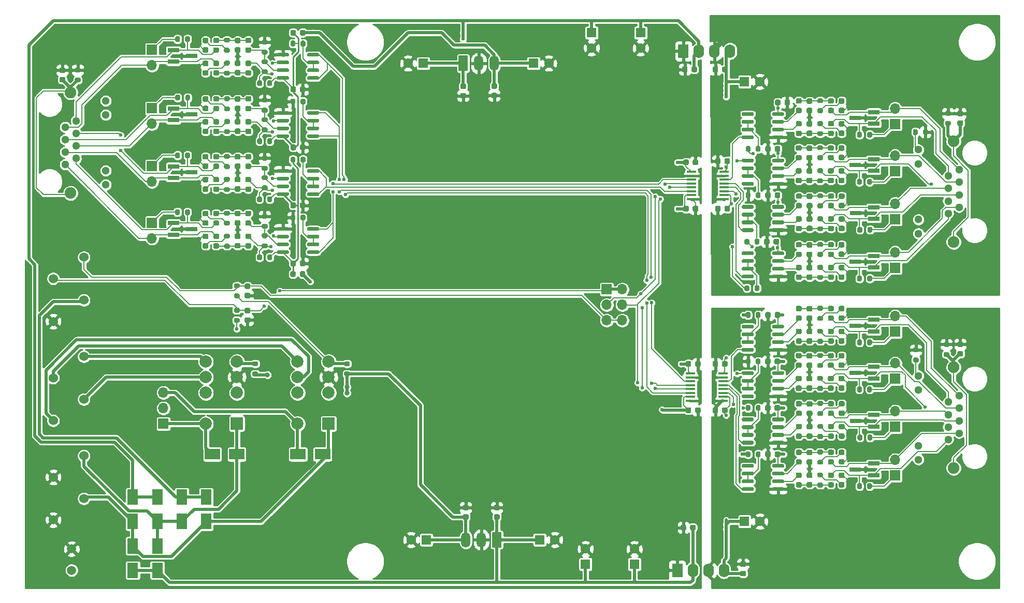
<source format=gbr>
%TF.GenerationSoftware,KiCad,Pcbnew,(5.1.9)-1*%
%TF.CreationDate,2021-05-16T21:10:08+02:00*%
%TF.ProjectId,AR2ISS_Isolator,41523249-5353-45f4-9973-6f6c61746f72,rev?*%
%TF.SameCoordinates,Original*%
%TF.FileFunction,Copper,L1,Top*%
%TF.FilePolarity,Positive*%
%FSLAX46Y46*%
G04 Gerber Fmt 4.6, Leading zero omitted, Abs format (unit mm)*
G04 Created by KiCad (PCBNEW (5.1.9)-1) date 2021-05-16 21:10:08*
%MOMM*%
%LPD*%
G01*
G04 APERTURE LIST*
%TA.AperFunction,SMDPad,CuDef*%
%ADD10R,1.600000X0.410000*%
%TD*%
%TA.AperFunction,ComponentPad*%
%ADD11R,1.700000X1.700000*%
%TD*%
%TA.AperFunction,ComponentPad*%
%ADD12O,1.700000X1.700000*%
%TD*%
%TA.AperFunction,ComponentPad*%
%ADD13C,1.900000*%
%TD*%
%TA.AperFunction,ComponentPad*%
%ADD14C,1.300000*%
%TD*%
%TA.AperFunction,SMDPad,CuDef*%
%ADD15R,1.900000X0.800000*%
%TD*%
%TA.AperFunction,SMDPad,CuDef*%
%ADD16R,1.800000X2.500000*%
%TD*%
%TA.AperFunction,ComponentPad*%
%ADD17C,1.524000*%
%TD*%
%TA.AperFunction,SMDPad,CuDef*%
%ADD18R,2.500000X1.800000*%
%TD*%
%TA.AperFunction,ComponentPad*%
%ADD19C,1.600000*%
%TD*%
%TA.AperFunction,ComponentPad*%
%ADD20R,1.600000X1.600000*%
%TD*%
%TA.AperFunction,ComponentPad*%
%ADD21C,1.500000*%
%TD*%
%TA.AperFunction,ComponentPad*%
%ADD22C,2.000000*%
%TD*%
%TA.AperFunction,ComponentPad*%
%ADD23R,2.000000X2.000000*%
%TD*%
%TA.AperFunction,ComponentPad*%
%ADD24R,1.750000X2.250000*%
%TD*%
%TA.AperFunction,ComponentPad*%
%ADD25O,1.750000X2.250000*%
%TD*%
%TA.AperFunction,ComponentPad*%
%ADD26O,1.500000X2.500000*%
%TD*%
%TA.AperFunction,ComponentPad*%
%ADD27R,1.500000X2.500000*%
%TD*%
%TA.AperFunction,ViaPad*%
%ADD28C,0.800000*%
%TD*%
%TA.AperFunction,ViaPad*%
%ADD29C,0.600000*%
%TD*%
%TA.AperFunction,Conductor*%
%ADD30C,0.200000*%
%TD*%
%TA.AperFunction,Conductor*%
%ADD31C,0.250000*%
%TD*%
%TA.AperFunction,Conductor*%
%ADD32C,0.500000*%
%TD*%
%TA.AperFunction,Conductor*%
%ADD33C,0.254000*%
%TD*%
%TA.AperFunction,Conductor*%
%ADD34C,0.100000*%
%TD*%
G04 APERTURE END LIST*
%TA.AperFunction,SMDPad,CuDef*%
G36*
G01*
X164075000Y-84550000D02*
X164075000Y-85050000D01*
G75*
G02*
X163850000Y-85275000I-225000J0D01*
G01*
X163400000Y-85275000D01*
G75*
G02*
X163175000Y-85050000I0J225000D01*
G01*
X163175000Y-84550000D01*
G75*
G02*
X163400000Y-84325000I225000J0D01*
G01*
X163850000Y-84325000D01*
G75*
G02*
X164075000Y-84550000I0J-225000D01*
G01*
G37*
%TD.AperFunction*%
%TA.AperFunction,SMDPad,CuDef*%
G36*
G01*
X165625000Y-84550000D02*
X165625000Y-85050000D01*
G75*
G02*
X165400000Y-85275000I-225000J0D01*
G01*
X164950000Y-85275000D01*
G75*
G02*
X164725000Y-85050000I0J225000D01*
G01*
X164725000Y-84550000D01*
G75*
G02*
X164950000Y-84325000I225000J0D01*
G01*
X165400000Y-84325000D01*
G75*
G02*
X165625000Y-84550000I0J-225000D01*
G01*
G37*
%TD.AperFunction*%
%TA.AperFunction,SMDPad,CuDef*%
G36*
G01*
X159525000Y-85050000D02*
X159525000Y-84550000D01*
G75*
G02*
X159750000Y-84325000I225000J0D01*
G01*
X160200000Y-84325000D01*
G75*
G02*
X160425000Y-84550000I0J-225000D01*
G01*
X160425000Y-85050000D01*
G75*
G02*
X160200000Y-85275000I-225000J0D01*
G01*
X159750000Y-85275000D01*
G75*
G02*
X159525000Y-85050000I0J225000D01*
G01*
G37*
%TD.AperFunction*%
%TA.AperFunction,SMDPad,CuDef*%
G36*
G01*
X157975000Y-85050000D02*
X157975000Y-84550000D01*
G75*
G02*
X158200000Y-84325000I225000J0D01*
G01*
X158650000Y-84325000D01*
G75*
G02*
X158875000Y-84550000I0J-225000D01*
G01*
X158875000Y-85050000D01*
G75*
G02*
X158650000Y-85275000I-225000J0D01*
G01*
X158200000Y-85275000D01*
G75*
G02*
X157975000Y-85050000I0J225000D01*
G01*
G37*
%TD.AperFunction*%
%TA.AperFunction,SMDPad,CuDef*%
G36*
G01*
X163675000Y-117550000D02*
X163675000Y-118050000D01*
G75*
G02*
X163450000Y-118275000I-225000J0D01*
G01*
X163000000Y-118275000D01*
G75*
G02*
X162775000Y-118050000I0J225000D01*
G01*
X162775000Y-117550000D01*
G75*
G02*
X163000000Y-117325000I225000J0D01*
G01*
X163450000Y-117325000D01*
G75*
G02*
X163675000Y-117550000I0J-225000D01*
G01*
G37*
%TD.AperFunction*%
%TA.AperFunction,SMDPad,CuDef*%
G36*
G01*
X165225000Y-117550000D02*
X165225000Y-118050000D01*
G75*
G02*
X165000000Y-118275000I-225000J0D01*
G01*
X164550000Y-118275000D01*
G75*
G02*
X164325000Y-118050000I0J225000D01*
G01*
X164325000Y-117550000D01*
G75*
G02*
X164550000Y-117325000I225000J0D01*
G01*
X165000000Y-117325000D01*
G75*
G02*
X165225000Y-117550000I0J-225000D01*
G01*
G37*
%TD.AperFunction*%
%TA.AperFunction,SMDPad,CuDef*%
G36*
G01*
X159925000Y-110450000D02*
X159925000Y-109950000D01*
G75*
G02*
X160150000Y-109725000I225000J0D01*
G01*
X160600000Y-109725000D01*
G75*
G02*
X160825000Y-109950000I0J-225000D01*
G01*
X160825000Y-110450000D01*
G75*
G02*
X160600000Y-110675000I-225000J0D01*
G01*
X160150000Y-110675000D01*
G75*
G02*
X159925000Y-110450000I0J225000D01*
G01*
G37*
%TD.AperFunction*%
%TA.AperFunction,SMDPad,CuDef*%
G36*
G01*
X158375000Y-110450000D02*
X158375000Y-109950000D01*
G75*
G02*
X158600000Y-109725000I225000J0D01*
G01*
X159050000Y-109725000D01*
G75*
G02*
X159275000Y-109950000I0J-225000D01*
G01*
X159275000Y-110450000D01*
G75*
G02*
X159050000Y-110675000I-225000J0D01*
G01*
X158600000Y-110675000D01*
G75*
G02*
X158375000Y-110450000I0J225000D01*
G01*
G37*
%TD.AperFunction*%
D10*
X164654300Y-78777500D03*
X164654300Y-79412500D03*
X164654300Y-80047500D03*
X164654300Y-80682500D03*
X164654300Y-81317500D03*
X164654300Y-81952500D03*
X164654300Y-82587500D03*
X164654300Y-83222500D03*
X159345700Y-83222500D03*
X159345700Y-82587500D03*
X159345700Y-81952500D03*
X159345700Y-81317500D03*
X159345700Y-80682500D03*
X159345700Y-80047500D03*
X159345700Y-79412500D03*
X159345700Y-78777500D03*
%TA.AperFunction,SMDPad,CuDef*%
G36*
G01*
X172500000Y-92245000D02*
X172500000Y-91945000D01*
G75*
G02*
X172650000Y-91795000I150000J0D01*
G01*
X174300000Y-91795000D01*
G75*
G02*
X174450000Y-91945000I0J-150000D01*
G01*
X174450000Y-92245000D01*
G75*
G02*
X174300000Y-92395000I-150000J0D01*
G01*
X172650000Y-92395000D01*
G75*
G02*
X172500000Y-92245000I0J150000D01*
G01*
G37*
%TD.AperFunction*%
%TA.AperFunction,SMDPad,CuDef*%
G36*
G01*
X172500000Y-93515000D02*
X172500000Y-93215000D01*
G75*
G02*
X172650000Y-93065000I150000J0D01*
G01*
X174300000Y-93065000D01*
G75*
G02*
X174450000Y-93215000I0J-150000D01*
G01*
X174450000Y-93515000D01*
G75*
G02*
X174300000Y-93665000I-150000J0D01*
G01*
X172650000Y-93665000D01*
G75*
G02*
X172500000Y-93515000I0J150000D01*
G01*
G37*
%TD.AperFunction*%
%TA.AperFunction,SMDPad,CuDef*%
G36*
G01*
X172500000Y-94785000D02*
X172500000Y-94485000D01*
G75*
G02*
X172650000Y-94335000I150000J0D01*
G01*
X174300000Y-94335000D01*
G75*
G02*
X174450000Y-94485000I0J-150000D01*
G01*
X174450000Y-94785000D01*
G75*
G02*
X174300000Y-94935000I-150000J0D01*
G01*
X172650000Y-94935000D01*
G75*
G02*
X172500000Y-94785000I0J150000D01*
G01*
G37*
%TD.AperFunction*%
%TA.AperFunction,SMDPad,CuDef*%
G36*
G01*
X172500000Y-96055000D02*
X172500000Y-95755000D01*
G75*
G02*
X172650000Y-95605000I150000J0D01*
G01*
X174300000Y-95605000D01*
G75*
G02*
X174450000Y-95755000I0J-150000D01*
G01*
X174450000Y-96055000D01*
G75*
G02*
X174300000Y-96205000I-150000J0D01*
G01*
X172650000Y-96205000D01*
G75*
G02*
X172500000Y-96055000I0J150000D01*
G01*
G37*
%TD.AperFunction*%
%TA.AperFunction,SMDPad,CuDef*%
G36*
G01*
X167550000Y-96055000D02*
X167550000Y-95755000D01*
G75*
G02*
X167700000Y-95605000I150000J0D01*
G01*
X169350000Y-95605000D01*
G75*
G02*
X169500000Y-95755000I0J-150000D01*
G01*
X169500000Y-96055000D01*
G75*
G02*
X169350000Y-96205000I-150000J0D01*
G01*
X167700000Y-96205000D01*
G75*
G02*
X167550000Y-96055000I0J150000D01*
G01*
G37*
%TD.AperFunction*%
%TA.AperFunction,SMDPad,CuDef*%
G36*
G01*
X167550000Y-94785000D02*
X167550000Y-94485000D01*
G75*
G02*
X167700000Y-94335000I150000J0D01*
G01*
X169350000Y-94335000D01*
G75*
G02*
X169500000Y-94485000I0J-150000D01*
G01*
X169500000Y-94785000D01*
G75*
G02*
X169350000Y-94935000I-150000J0D01*
G01*
X167700000Y-94935000D01*
G75*
G02*
X167550000Y-94785000I0J150000D01*
G01*
G37*
%TD.AperFunction*%
%TA.AperFunction,SMDPad,CuDef*%
G36*
G01*
X167550000Y-93515000D02*
X167550000Y-93215000D01*
G75*
G02*
X167700000Y-93065000I150000J0D01*
G01*
X169350000Y-93065000D01*
G75*
G02*
X169500000Y-93215000I0J-150000D01*
G01*
X169500000Y-93515000D01*
G75*
G02*
X169350000Y-93665000I-150000J0D01*
G01*
X167700000Y-93665000D01*
G75*
G02*
X167550000Y-93515000I0J150000D01*
G01*
G37*
%TD.AperFunction*%
%TA.AperFunction,SMDPad,CuDef*%
G36*
G01*
X167550000Y-92245000D02*
X167550000Y-91945000D01*
G75*
G02*
X167700000Y-91795000I150000J0D01*
G01*
X169350000Y-91795000D01*
G75*
G02*
X169500000Y-91945000I0J-150000D01*
G01*
X169500000Y-92245000D01*
G75*
G02*
X169350000Y-92395000I-150000J0D01*
G01*
X167700000Y-92395000D01*
G75*
G02*
X167550000Y-92245000I0J150000D01*
G01*
G37*
%TD.AperFunction*%
%TA.AperFunction,SMDPad,CuDef*%
G36*
G01*
X172500000Y-84645000D02*
X172500000Y-84345000D01*
G75*
G02*
X172650000Y-84195000I150000J0D01*
G01*
X174300000Y-84195000D01*
G75*
G02*
X174450000Y-84345000I0J-150000D01*
G01*
X174450000Y-84645000D01*
G75*
G02*
X174300000Y-84795000I-150000J0D01*
G01*
X172650000Y-84795000D01*
G75*
G02*
X172500000Y-84645000I0J150000D01*
G01*
G37*
%TD.AperFunction*%
%TA.AperFunction,SMDPad,CuDef*%
G36*
G01*
X172500000Y-85915000D02*
X172500000Y-85615000D01*
G75*
G02*
X172650000Y-85465000I150000J0D01*
G01*
X174300000Y-85465000D01*
G75*
G02*
X174450000Y-85615000I0J-150000D01*
G01*
X174450000Y-85915000D01*
G75*
G02*
X174300000Y-86065000I-150000J0D01*
G01*
X172650000Y-86065000D01*
G75*
G02*
X172500000Y-85915000I0J150000D01*
G01*
G37*
%TD.AperFunction*%
%TA.AperFunction,SMDPad,CuDef*%
G36*
G01*
X172500000Y-87185000D02*
X172500000Y-86885000D01*
G75*
G02*
X172650000Y-86735000I150000J0D01*
G01*
X174300000Y-86735000D01*
G75*
G02*
X174450000Y-86885000I0J-150000D01*
G01*
X174450000Y-87185000D01*
G75*
G02*
X174300000Y-87335000I-150000J0D01*
G01*
X172650000Y-87335000D01*
G75*
G02*
X172500000Y-87185000I0J150000D01*
G01*
G37*
%TD.AperFunction*%
%TA.AperFunction,SMDPad,CuDef*%
G36*
G01*
X172500000Y-88455000D02*
X172500000Y-88155000D01*
G75*
G02*
X172650000Y-88005000I150000J0D01*
G01*
X174300000Y-88005000D01*
G75*
G02*
X174450000Y-88155000I0J-150000D01*
G01*
X174450000Y-88455000D01*
G75*
G02*
X174300000Y-88605000I-150000J0D01*
G01*
X172650000Y-88605000D01*
G75*
G02*
X172500000Y-88455000I0J150000D01*
G01*
G37*
%TD.AperFunction*%
%TA.AperFunction,SMDPad,CuDef*%
G36*
G01*
X167550000Y-88455000D02*
X167550000Y-88155000D01*
G75*
G02*
X167700000Y-88005000I150000J0D01*
G01*
X169350000Y-88005000D01*
G75*
G02*
X169500000Y-88155000I0J-150000D01*
G01*
X169500000Y-88455000D01*
G75*
G02*
X169350000Y-88605000I-150000J0D01*
G01*
X167700000Y-88605000D01*
G75*
G02*
X167550000Y-88455000I0J150000D01*
G01*
G37*
%TD.AperFunction*%
%TA.AperFunction,SMDPad,CuDef*%
G36*
G01*
X167550000Y-87185000D02*
X167550000Y-86885000D01*
G75*
G02*
X167700000Y-86735000I150000J0D01*
G01*
X169350000Y-86735000D01*
G75*
G02*
X169500000Y-86885000I0J-150000D01*
G01*
X169500000Y-87185000D01*
G75*
G02*
X169350000Y-87335000I-150000J0D01*
G01*
X167700000Y-87335000D01*
G75*
G02*
X167550000Y-87185000I0J150000D01*
G01*
G37*
%TD.AperFunction*%
%TA.AperFunction,SMDPad,CuDef*%
G36*
G01*
X167550000Y-85915000D02*
X167550000Y-85615000D01*
G75*
G02*
X167700000Y-85465000I150000J0D01*
G01*
X169350000Y-85465000D01*
G75*
G02*
X169500000Y-85615000I0J-150000D01*
G01*
X169500000Y-85915000D01*
G75*
G02*
X169350000Y-86065000I-150000J0D01*
G01*
X167700000Y-86065000D01*
G75*
G02*
X167550000Y-85915000I0J150000D01*
G01*
G37*
%TD.AperFunction*%
%TA.AperFunction,SMDPad,CuDef*%
G36*
G01*
X167550000Y-84645000D02*
X167550000Y-84345000D01*
G75*
G02*
X167700000Y-84195000I150000J0D01*
G01*
X169350000Y-84195000D01*
G75*
G02*
X169500000Y-84345000I0J-150000D01*
G01*
X169500000Y-84645000D01*
G75*
G02*
X169350000Y-84795000I-150000J0D01*
G01*
X167700000Y-84795000D01*
G75*
G02*
X167550000Y-84645000I0J150000D01*
G01*
G37*
%TD.AperFunction*%
%TA.AperFunction,SMDPad,CuDef*%
G36*
G01*
X172500000Y-77045000D02*
X172500000Y-76745000D01*
G75*
G02*
X172650000Y-76595000I150000J0D01*
G01*
X174300000Y-76595000D01*
G75*
G02*
X174450000Y-76745000I0J-150000D01*
G01*
X174450000Y-77045000D01*
G75*
G02*
X174300000Y-77195000I-150000J0D01*
G01*
X172650000Y-77195000D01*
G75*
G02*
X172500000Y-77045000I0J150000D01*
G01*
G37*
%TD.AperFunction*%
%TA.AperFunction,SMDPad,CuDef*%
G36*
G01*
X172500000Y-78315000D02*
X172500000Y-78015000D01*
G75*
G02*
X172650000Y-77865000I150000J0D01*
G01*
X174300000Y-77865000D01*
G75*
G02*
X174450000Y-78015000I0J-150000D01*
G01*
X174450000Y-78315000D01*
G75*
G02*
X174300000Y-78465000I-150000J0D01*
G01*
X172650000Y-78465000D01*
G75*
G02*
X172500000Y-78315000I0J150000D01*
G01*
G37*
%TD.AperFunction*%
%TA.AperFunction,SMDPad,CuDef*%
G36*
G01*
X172500000Y-79585000D02*
X172500000Y-79285000D01*
G75*
G02*
X172650000Y-79135000I150000J0D01*
G01*
X174300000Y-79135000D01*
G75*
G02*
X174450000Y-79285000I0J-150000D01*
G01*
X174450000Y-79585000D01*
G75*
G02*
X174300000Y-79735000I-150000J0D01*
G01*
X172650000Y-79735000D01*
G75*
G02*
X172500000Y-79585000I0J150000D01*
G01*
G37*
%TD.AperFunction*%
%TA.AperFunction,SMDPad,CuDef*%
G36*
G01*
X172500000Y-80855000D02*
X172500000Y-80555000D01*
G75*
G02*
X172650000Y-80405000I150000J0D01*
G01*
X174300000Y-80405000D01*
G75*
G02*
X174450000Y-80555000I0J-150000D01*
G01*
X174450000Y-80855000D01*
G75*
G02*
X174300000Y-81005000I-150000J0D01*
G01*
X172650000Y-81005000D01*
G75*
G02*
X172500000Y-80855000I0J150000D01*
G01*
G37*
%TD.AperFunction*%
%TA.AperFunction,SMDPad,CuDef*%
G36*
G01*
X167550000Y-80855000D02*
X167550000Y-80555000D01*
G75*
G02*
X167700000Y-80405000I150000J0D01*
G01*
X169350000Y-80405000D01*
G75*
G02*
X169500000Y-80555000I0J-150000D01*
G01*
X169500000Y-80855000D01*
G75*
G02*
X169350000Y-81005000I-150000J0D01*
G01*
X167700000Y-81005000D01*
G75*
G02*
X167550000Y-80855000I0J150000D01*
G01*
G37*
%TD.AperFunction*%
%TA.AperFunction,SMDPad,CuDef*%
G36*
G01*
X167550000Y-79585000D02*
X167550000Y-79285000D01*
G75*
G02*
X167700000Y-79135000I150000J0D01*
G01*
X169350000Y-79135000D01*
G75*
G02*
X169500000Y-79285000I0J-150000D01*
G01*
X169500000Y-79585000D01*
G75*
G02*
X169350000Y-79735000I-150000J0D01*
G01*
X167700000Y-79735000D01*
G75*
G02*
X167550000Y-79585000I0J150000D01*
G01*
G37*
%TD.AperFunction*%
%TA.AperFunction,SMDPad,CuDef*%
G36*
G01*
X167550000Y-78315000D02*
X167550000Y-78015000D01*
G75*
G02*
X167700000Y-77865000I150000J0D01*
G01*
X169350000Y-77865000D01*
G75*
G02*
X169500000Y-78015000I0J-150000D01*
G01*
X169500000Y-78315000D01*
G75*
G02*
X169350000Y-78465000I-150000J0D01*
G01*
X167700000Y-78465000D01*
G75*
G02*
X167550000Y-78315000I0J150000D01*
G01*
G37*
%TD.AperFunction*%
%TA.AperFunction,SMDPad,CuDef*%
G36*
G01*
X167550000Y-77045000D02*
X167550000Y-76745000D01*
G75*
G02*
X167700000Y-76595000I150000J0D01*
G01*
X169350000Y-76595000D01*
G75*
G02*
X169500000Y-76745000I0J-150000D01*
G01*
X169500000Y-77045000D01*
G75*
G02*
X169350000Y-77195000I-150000J0D01*
G01*
X167700000Y-77195000D01*
G75*
G02*
X167550000Y-77045000I0J150000D01*
G01*
G37*
%TD.AperFunction*%
%TA.AperFunction,SMDPad,CuDef*%
G36*
G01*
X172500000Y-69445000D02*
X172500000Y-69145000D01*
G75*
G02*
X172650000Y-68995000I150000J0D01*
G01*
X174300000Y-68995000D01*
G75*
G02*
X174450000Y-69145000I0J-150000D01*
G01*
X174450000Y-69445000D01*
G75*
G02*
X174300000Y-69595000I-150000J0D01*
G01*
X172650000Y-69595000D01*
G75*
G02*
X172500000Y-69445000I0J150000D01*
G01*
G37*
%TD.AperFunction*%
%TA.AperFunction,SMDPad,CuDef*%
G36*
G01*
X172500000Y-70715000D02*
X172500000Y-70415000D01*
G75*
G02*
X172650000Y-70265000I150000J0D01*
G01*
X174300000Y-70265000D01*
G75*
G02*
X174450000Y-70415000I0J-150000D01*
G01*
X174450000Y-70715000D01*
G75*
G02*
X174300000Y-70865000I-150000J0D01*
G01*
X172650000Y-70865000D01*
G75*
G02*
X172500000Y-70715000I0J150000D01*
G01*
G37*
%TD.AperFunction*%
%TA.AperFunction,SMDPad,CuDef*%
G36*
G01*
X172500000Y-71985000D02*
X172500000Y-71685000D01*
G75*
G02*
X172650000Y-71535000I150000J0D01*
G01*
X174300000Y-71535000D01*
G75*
G02*
X174450000Y-71685000I0J-150000D01*
G01*
X174450000Y-71985000D01*
G75*
G02*
X174300000Y-72135000I-150000J0D01*
G01*
X172650000Y-72135000D01*
G75*
G02*
X172500000Y-71985000I0J150000D01*
G01*
G37*
%TD.AperFunction*%
%TA.AperFunction,SMDPad,CuDef*%
G36*
G01*
X172500000Y-73255000D02*
X172500000Y-72955000D01*
G75*
G02*
X172650000Y-72805000I150000J0D01*
G01*
X174300000Y-72805000D01*
G75*
G02*
X174450000Y-72955000I0J-150000D01*
G01*
X174450000Y-73255000D01*
G75*
G02*
X174300000Y-73405000I-150000J0D01*
G01*
X172650000Y-73405000D01*
G75*
G02*
X172500000Y-73255000I0J150000D01*
G01*
G37*
%TD.AperFunction*%
%TA.AperFunction,SMDPad,CuDef*%
G36*
G01*
X167550000Y-73255000D02*
X167550000Y-72955000D01*
G75*
G02*
X167700000Y-72805000I150000J0D01*
G01*
X169350000Y-72805000D01*
G75*
G02*
X169500000Y-72955000I0J-150000D01*
G01*
X169500000Y-73255000D01*
G75*
G02*
X169350000Y-73405000I-150000J0D01*
G01*
X167700000Y-73405000D01*
G75*
G02*
X167550000Y-73255000I0J150000D01*
G01*
G37*
%TD.AperFunction*%
%TA.AperFunction,SMDPad,CuDef*%
G36*
G01*
X167550000Y-71985000D02*
X167550000Y-71685000D01*
G75*
G02*
X167700000Y-71535000I150000J0D01*
G01*
X169350000Y-71535000D01*
G75*
G02*
X169500000Y-71685000I0J-150000D01*
G01*
X169500000Y-71985000D01*
G75*
G02*
X169350000Y-72135000I-150000J0D01*
G01*
X167700000Y-72135000D01*
G75*
G02*
X167550000Y-71985000I0J150000D01*
G01*
G37*
%TD.AperFunction*%
%TA.AperFunction,SMDPad,CuDef*%
G36*
G01*
X167550000Y-70715000D02*
X167550000Y-70415000D01*
G75*
G02*
X167700000Y-70265000I150000J0D01*
G01*
X169350000Y-70265000D01*
G75*
G02*
X169500000Y-70415000I0J-150000D01*
G01*
X169500000Y-70715000D01*
G75*
G02*
X169350000Y-70865000I-150000J0D01*
G01*
X167700000Y-70865000D01*
G75*
G02*
X167550000Y-70715000I0J150000D01*
G01*
G37*
%TD.AperFunction*%
%TA.AperFunction,SMDPad,CuDef*%
G36*
G01*
X167550000Y-69445000D02*
X167550000Y-69145000D01*
G75*
G02*
X167700000Y-68995000I150000J0D01*
G01*
X169350000Y-68995000D01*
G75*
G02*
X169500000Y-69145000I0J-150000D01*
G01*
X169500000Y-69445000D01*
G75*
G02*
X169350000Y-69595000I-150000J0D01*
G01*
X167700000Y-69595000D01*
G75*
G02*
X167550000Y-69445000I0J150000D01*
G01*
G37*
%TD.AperFunction*%
%TA.AperFunction,SMDPad,CuDef*%
G36*
G01*
X172500000Y-127045000D02*
X172500000Y-126745000D01*
G75*
G02*
X172650000Y-126595000I150000J0D01*
G01*
X174300000Y-126595000D01*
G75*
G02*
X174450000Y-126745000I0J-150000D01*
G01*
X174450000Y-127045000D01*
G75*
G02*
X174300000Y-127195000I-150000J0D01*
G01*
X172650000Y-127195000D01*
G75*
G02*
X172500000Y-127045000I0J150000D01*
G01*
G37*
%TD.AperFunction*%
%TA.AperFunction,SMDPad,CuDef*%
G36*
G01*
X172500000Y-128315000D02*
X172500000Y-128015000D01*
G75*
G02*
X172650000Y-127865000I150000J0D01*
G01*
X174300000Y-127865000D01*
G75*
G02*
X174450000Y-128015000I0J-150000D01*
G01*
X174450000Y-128315000D01*
G75*
G02*
X174300000Y-128465000I-150000J0D01*
G01*
X172650000Y-128465000D01*
G75*
G02*
X172500000Y-128315000I0J150000D01*
G01*
G37*
%TD.AperFunction*%
%TA.AperFunction,SMDPad,CuDef*%
G36*
G01*
X172500000Y-129585000D02*
X172500000Y-129285000D01*
G75*
G02*
X172650000Y-129135000I150000J0D01*
G01*
X174300000Y-129135000D01*
G75*
G02*
X174450000Y-129285000I0J-150000D01*
G01*
X174450000Y-129585000D01*
G75*
G02*
X174300000Y-129735000I-150000J0D01*
G01*
X172650000Y-129735000D01*
G75*
G02*
X172500000Y-129585000I0J150000D01*
G01*
G37*
%TD.AperFunction*%
%TA.AperFunction,SMDPad,CuDef*%
G36*
G01*
X172500000Y-130855000D02*
X172500000Y-130555000D01*
G75*
G02*
X172650000Y-130405000I150000J0D01*
G01*
X174300000Y-130405000D01*
G75*
G02*
X174450000Y-130555000I0J-150000D01*
G01*
X174450000Y-130855000D01*
G75*
G02*
X174300000Y-131005000I-150000J0D01*
G01*
X172650000Y-131005000D01*
G75*
G02*
X172500000Y-130855000I0J150000D01*
G01*
G37*
%TD.AperFunction*%
%TA.AperFunction,SMDPad,CuDef*%
G36*
G01*
X167550000Y-130855000D02*
X167550000Y-130555000D01*
G75*
G02*
X167700000Y-130405000I150000J0D01*
G01*
X169350000Y-130405000D01*
G75*
G02*
X169500000Y-130555000I0J-150000D01*
G01*
X169500000Y-130855000D01*
G75*
G02*
X169350000Y-131005000I-150000J0D01*
G01*
X167700000Y-131005000D01*
G75*
G02*
X167550000Y-130855000I0J150000D01*
G01*
G37*
%TD.AperFunction*%
%TA.AperFunction,SMDPad,CuDef*%
G36*
G01*
X167550000Y-129585000D02*
X167550000Y-129285000D01*
G75*
G02*
X167700000Y-129135000I150000J0D01*
G01*
X169350000Y-129135000D01*
G75*
G02*
X169500000Y-129285000I0J-150000D01*
G01*
X169500000Y-129585000D01*
G75*
G02*
X169350000Y-129735000I-150000J0D01*
G01*
X167700000Y-129735000D01*
G75*
G02*
X167550000Y-129585000I0J150000D01*
G01*
G37*
%TD.AperFunction*%
%TA.AperFunction,SMDPad,CuDef*%
G36*
G01*
X167550000Y-128315000D02*
X167550000Y-128015000D01*
G75*
G02*
X167700000Y-127865000I150000J0D01*
G01*
X169350000Y-127865000D01*
G75*
G02*
X169500000Y-128015000I0J-150000D01*
G01*
X169500000Y-128315000D01*
G75*
G02*
X169350000Y-128465000I-150000J0D01*
G01*
X167700000Y-128465000D01*
G75*
G02*
X167550000Y-128315000I0J150000D01*
G01*
G37*
%TD.AperFunction*%
%TA.AperFunction,SMDPad,CuDef*%
G36*
G01*
X167550000Y-127045000D02*
X167550000Y-126745000D01*
G75*
G02*
X167700000Y-126595000I150000J0D01*
G01*
X169350000Y-126595000D01*
G75*
G02*
X169500000Y-126745000I0J-150000D01*
G01*
X169500000Y-127045000D01*
G75*
G02*
X169350000Y-127195000I-150000J0D01*
G01*
X167700000Y-127195000D01*
G75*
G02*
X167550000Y-127045000I0J150000D01*
G01*
G37*
%TD.AperFunction*%
%TA.AperFunction,SMDPad,CuDef*%
G36*
G01*
X172500000Y-119445000D02*
X172500000Y-119145000D01*
G75*
G02*
X172650000Y-118995000I150000J0D01*
G01*
X174300000Y-118995000D01*
G75*
G02*
X174450000Y-119145000I0J-150000D01*
G01*
X174450000Y-119445000D01*
G75*
G02*
X174300000Y-119595000I-150000J0D01*
G01*
X172650000Y-119595000D01*
G75*
G02*
X172500000Y-119445000I0J150000D01*
G01*
G37*
%TD.AperFunction*%
%TA.AperFunction,SMDPad,CuDef*%
G36*
G01*
X172500000Y-120715000D02*
X172500000Y-120415000D01*
G75*
G02*
X172650000Y-120265000I150000J0D01*
G01*
X174300000Y-120265000D01*
G75*
G02*
X174450000Y-120415000I0J-150000D01*
G01*
X174450000Y-120715000D01*
G75*
G02*
X174300000Y-120865000I-150000J0D01*
G01*
X172650000Y-120865000D01*
G75*
G02*
X172500000Y-120715000I0J150000D01*
G01*
G37*
%TD.AperFunction*%
%TA.AperFunction,SMDPad,CuDef*%
G36*
G01*
X172500000Y-121985000D02*
X172500000Y-121685000D01*
G75*
G02*
X172650000Y-121535000I150000J0D01*
G01*
X174300000Y-121535000D01*
G75*
G02*
X174450000Y-121685000I0J-150000D01*
G01*
X174450000Y-121985000D01*
G75*
G02*
X174300000Y-122135000I-150000J0D01*
G01*
X172650000Y-122135000D01*
G75*
G02*
X172500000Y-121985000I0J150000D01*
G01*
G37*
%TD.AperFunction*%
%TA.AperFunction,SMDPad,CuDef*%
G36*
G01*
X172500000Y-123255000D02*
X172500000Y-122955000D01*
G75*
G02*
X172650000Y-122805000I150000J0D01*
G01*
X174300000Y-122805000D01*
G75*
G02*
X174450000Y-122955000I0J-150000D01*
G01*
X174450000Y-123255000D01*
G75*
G02*
X174300000Y-123405000I-150000J0D01*
G01*
X172650000Y-123405000D01*
G75*
G02*
X172500000Y-123255000I0J150000D01*
G01*
G37*
%TD.AperFunction*%
%TA.AperFunction,SMDPad,CuDef*%
G36*
G01*
X167550000Y-123255000D02*
X167550000Y-122955000D01*
G75*
G02*
X167700000Y-122805000I150000J0D01*
G01*
X169350000Y-122805000D01*
G75*
G02*
X169500000Y-122955000I0J-150000D01*
G01*
X169500000Y-123255000D01*
G75*
G02*
X169350000Y-123405000I-150000J0D01*
G01*
X167700000Y-123405000D01*
G75*
G02*
X167550000Y-123255000I0J150000D01*
G01*
G37*
%TD.AperFunction*%
%TA.AperFunction,SMDPad,CuDef*%
G36*
G01*
X167550000Y-121985000D02*
X167550000Y-121685000D01*
G75*
G02*
X167700000Y-121535000I150000J0D01*
G01*
X169350000Y-121535000D01*
G75*
G02*
X169500000Y-121685000I0J-150000D01*
G01*
X169500000Y-121985000D01*
G75*
G02*
X169350000Y-122135000I-150000J0D01*
G01*
X167700000Y-122135000D01*
G75*
G02*
X167550000Y-121985000I0J150000D01*
G01*
G37*
%TD.AperFunction*%
%TA.AperFunction,SMDPad,CuDef*%
G36*
G01*
X167550000Y-120715000D02*
X167550000Y-120415000D01*
G75*
G02*
X167700000Y-120265000I150000J0D01*
G01*
X169350000Y-120265000D01*
G75*
G02*
X169500000Y-120415000I0J-150000D01*
G01*
X169500000Y-120715000D01*
G75*
G02*
X169350000Y-120865000I-150000J0D01*
G01*
X167700000Y-120865000D01*
G75*
G02*
X167550000Y-120715000I0J150000D01*
G01*
G37*
%TD.AperFunction*%
%TA.AperFunction,SMDPad,CuDef*%
G36*
G01*
X167550000Y-119445000D02*
X167550000Y-119145000D01*
G75*
G02*
X167700000Y-118995000I150000J0D01*
G01*
X169350000Y-118995000D01*
G75*
G02*
X169500000Y-119145000I0J-150000D01*
G01*
X169500000Y-119445000D01*
G75*
G02*
X169350000Y-119595000I-150000J0D01*
G01*
X167700000Y-119595000D01*
G75*
G02*
X167550000Y-119445000I0J150000D01*
G01*
G37*
%TD.AperFunction*%
%TA.AperFunction,SMDPad,CuDef*%
G36*
G01*
X172500000Y-111845000D02*
X172500000Y-111545000D01*
G75*
G02*
X172650000Y-111395000I150000J0D01*
G01*
X174300000Y-111395000D01*
G75*
G02*
X174450000Y-111545000I0J-150000D01*
G01*
X174450000Y-111845000D01*
G75*
G02*
X174300000Y-111995000I-150000J0D01*
G01*
X172650000Y-111995000D01*
G75*
G02*
X172500000Y-111845000I0J150000D01*
G01*
G37*
%TD.AperFunction*%
%TA.AperFunction,SMDPad,CuDef*%
G36*
G01*
X172500000Y-113115000D02*
X172500000Y-112815000D01*
G75*
G02*
X172650000Y-112665000I150000J0D01*
G01*
X174300000Y-112665000D01*
G75*
G02*
X174450000Y-112815000I0J-150000D01*
G01*
X174450000Y-113115000D01*
G75*
G02*
X174300000Y-113265000I-150000J0D01*
G01*
X172650000Y-113265000D01*
G75*
G02*
X172500000Y-113115000I0J150000D01*
G01*
G37*
%TD.AperFunction*%
%TA.AperFunction,SMDPad,CuDef*%
G36*
G01*
X172500000Y-114385000D02*
X172500000Y-114085000D01*
G75*
G02*
X172650000Y-113935000I150000J0D01*
G01*
X174300000Y-113935000D01*
G75*
G02*
X174450000Y-114085000I0J-150000D01*
G01*
X174450000Y-114385000D01*
G75*
G02*
X174300000Y-114535000I-150000J0D01*
G01*
X172650000Y-114535000D01*
G75*
G02*
X172500000Y-114385000I0J150000D01*
G01*
G37*
%TD.AperFunction*%
%TA.AperFunction,SMDPad,CuDef*%
G36*
G01*
X172500000Y-115655000D02*
X172500000Y-115355000D01*
G75*
G02*
X172650000Y-115205000I150000J0D01*
G01*
X174300000Y-115205000D01*
G75*
G02*
X174450000Y-115355000I0J-150000D01*
G01*
X174450000Y-115655000D01*
G75*
G02*
X174300000Y-115805000I-150000J0D01*
G01*
X172650000Y-115805000D01*
G75*
G02*
X172500000Y-115655000I0J150000D01*
G01*
G37*
%TD.AperFunction*%
%TA.AperFunction,SMDPad,CuDef*%
G36*
G01*
X167550000Y-115655000D02*
X167550000Y-115355000D01*
G75*
G02*
X167700000Y-115205000I150000J0D01*
G01*
X169350000Y-115205000D01*
G75*
G02*
X169500000Y-115355000I0J-150000D01*
G01*
X169500000Y-115655000D01*
G75*
G02*
X169350000Y-115805000I-150000J0D01*
G01*
X167700000Y-115805000D01*
G75*
G02*
X167550000Y-115655000I0J150000D01*
G01*
G37*
%TD.AperFunction*%
%TA.AperFunction,SMDPad,CuDef*%
G36*
G01*
X167550000Y-114385000D02*
X167550000Y-114085000D01*
G75*
G02*
X167700000Y-113935000I150000J0D01*
G01*
X169350000Y-113935000D01*
G75*
G02*
X169500000Y-114085000I0J-150000D01*
G01*
X169500000Y-114385000D01*
G75*
G02*
X169350000Y-114535000I-150000J0D01*
G01*
X167700000Y-114535000D01*
G75*
G02*
X167550000Y-114385000I0J150000D01*
G01*
G37*
%TD.AperFunction*%
%TA.AperFunction,SMDPad,CuDef*%
G36*
G01*
X167550000Y-113115000D02*
X167550000Y-112815000D01*
G75*
G02*
X167700000Y-112665000I150000J0D01*
G01*
X169350000Y-112665000D01*
G75*
G02*
X169500000Y-112815000I0J-150000D01*
G01*
X169500000Y-113115000D01*
G75*
G02*
X169350000Y-113265000I-150000J0D01*
G01*
X167700000Y-113265000D01*
G75*
G02*
X167550000Y-113115000I0J150000D01*
G01*
G37*
%TD.AperFunction*%
%TA.AperFunction,SMDPad,CuDef*%
G36*
G01*
X167550000Y-111845000D02*
X167550000Y-111545000D01*
G75*
G02*
X167700000Y-111395000I150000J0D01*
G01*
X169350000Y-111395000D01*
G75*
G02*
X169500000Y-111545000I0J-150000D01*
G01*
X169500000Y-111845000D01*
G75*
G02*
X169350000Y-111995000I-150000J0D01*
G01*
X167700000Y-111995000D01*
G75*
G02*
X167550000Y-111845000I0J150000D01*
G01*
G37*
%TD.AperFunction*%
%TA.AperFunction,SMDPad,CuDef*%
G36*
G01*
X172500000Y-104245000D02*
X172500000Y-103945000D01*
G75*
G02*
X172650000Y-103795000I150000J0D01*
G01*
X174300000Y-103795000D01*
G75*
G02*
X174450000Y-103945000I0J-150000D01*
G01*
X174450000Y-104245000D01*
G75*
G02*
X174300000Y-104395000I-150000J0D01*
G01*
X172650000Y-104395000D01*
G75*
G02*
X172500000Y-104245000I0J150000D01*
G01*
G37*
%TD.AperFunction*%
%TA.AperFunction,SMDPad,CuDef*%
G36*
G01*
X172500000Y-105515000D02*
X172500000Y-105215000D01*
G75*
G02*
X172650000Y-105065000I150000J0D01*
G01*
X174300000Y-105065000D01*
G75*
G02*
X174450000Y-105215000I0J-150000D01*
G01*
X174450000Y-105515000D01*
G75*
G02*
X174300000Y-105665000I-150000J0D01*
G01*
X172650000Y-105665000D01*
G75*
G02*
X172500000Y-105515000I0J150000D01*
G01*
G37*
%TD.AperFunction*%
%TA.AperFunction,SMDPad,CuDef*%
G36*
G01*
X172500000Y-106785000D02*
X172500000Y-106485000D01*
G75*
G02*
X172650000Y-106335000I150000J0D01*
G01*
X174300000Y-106335000D01*
G75*
G02*
X174450000Y-106485000I0J-150000D01*
G01*
X174450000Y-106785000D01*
G75*
G02*
X174300000Y-106935000I-150000J0D01*
G01*
X172650000Y-106935000D01*
G75*
G02*
X172500000Y-106785000I0J150000D01*
G01*
G37*
%TD.AperFunction*%
%TA.AperFunction,SMDPad,CuDef*%
G36*
G01*
X172500000Y-108055000D02*
X172500000Y-107755000D01*
G75*
G02*
X172650000Y-107605000I150000J0D01*
G01*
X174300000Y-107605000D01*
G75*
G02*
X174450000Y-107755000I0J-150000D01*
G01*
X174450000Y-108055000D01*
G75*
G02*
X174300000Y-108205000I-150000J0D01*
G01*
X172650000Y-108205000D01*
G75*
G02*
X172500000Y-108055000I0J150000D01*
G01*
G37*
%TD.AperFunction*%
%TA.AperFunction,SMDPad,CuDef*%
G36*
G01*
X167550000Y-108055000D02*
X167550000Y-107755000D01*
G75*
G02*
X167700000Y-107605000I150000J0D01*
G01*
X169350000Y-107605000D01*
G75*
G02*
X169500000Y-107755000I0J-150000D01*
G01*
X169500000Y-108055000D01*
G75*
G02*
X169350000Y-108205000I-150000J0D01*
G01*
X167700000Y-108205000D01*
G75*
G02*
X167550000Y-108055000I0J150000D01*
G01*
G37*
%TD.AperFunction*%
%TA.AperFunction,SMDPad,CuDef*%
G36*
G01*
X167550000Y-106785000D02*
X167550000Y-106485000D01*
G75*
G02*
X167700000Y-106335000I150000J0D01*
G01*
X169350000Y-106335000D01*
G75*
G02*
X169500000Y-106485000I0J-150000D01*
G01*
X169500000Y-106785000D01*
G75*
G02*
X169350000Y-106935000I-150000J0D01*
G01*
X167700000Y-106935000D01*
G75*
G02*
X167550000Y-106785000I0J150000D01*
G01*
G37*
%TD.AperFunction*%
%TA.AperFunction,SMDPad,CuDef*%
G36*
G01*
X167550000Y-105515000D02*
X167550000Y-105215000D01*
G75*
G02*
X167700000Y-105065000I150000J0D01*
G01*
X169350000Y-105065000D01*
G75*
G02*
X169500000Y-105215000I0J-150000D01*
G01*
X169500000Y-105515000D01*
G75*
G02*
X169350000Y-105665000I-150000J0D01*
G01*
X167700000Y-105665000D01*
G75*
G02*
X167550000Y-105515000I0J150000D01*
G01*
G37*
%TD.AperFunction*%
%TA.AperFunction,SMDPad,CuDef*%
G36*
G01*
X167550000Y-104245000D02*
X167550000Y-103945000D01*
G75*
G02*
X167700000Y-103795000I150000J0D01*
G01*
X169350000Y-103795000D01*
G75*
G02*
X169500000Y-103945000I0J-150000D01*
G01*
X169500000Y-104245000D01*
G75*
G02*
X169350000Y-104395000I-150000J0D01*
G01*
X167700000Y-104395000D01*
G75*
G02*
X167550000Y-104245000I0J150000D01*
G01*
G37*
%TD.AperFunction*%
X164454300Y-111777500D03*
X164454300Y-112412500D03*
X164454300Y-113047500D03*
X164454300Y-113682500D03*
X164454300Y-114317500D03*
X164454300Y-114952500D03*
X164454300Y-115587500D03*
X164454300Y-116222500D03*
X159145700Y-116222500D03*
X159145700Y-115587500D03*
X159145700Y-114952500D03*
X159145700Y-114317500D03*
X159145700Y-113682500D03*
X159145700Y-113047500D03*
X159145700Y-112412500D03*
X159145700Y-111777500D03*
%TA.AperFunction,SMDPad,CuDef*%
G36*
G01*
X164075000Y-76750000D02*
X164075000Y-77250000D01*
G75*
G02*
X163850000Y-77475000I-225000J0D01*
G01*
X163400000Y-77475000D01*
G75*
G02*
X163175000Y-77250000I0J225000D01*
G01*
X163175000Y-76750000D01*
G75*
G02*
X163400000Y-76525000I225000J0D01*
G01*
X163850000Y-76525000D01*
G75*
G02*
X164075000Y-76750000I0J-225000D01*
G01*
G37*
%TD.AperFunction*%
%TA.AperFunction,SMDPad,CuDef*%
G36*
G01*
X165625000Y-76750000D02*
X165625000Y-77250000D01*
G75*
G02*
X165400000Y-77475000I-225000J0D01*
G01*
X164950000Y-77475000D01*
G75*
G02*
X164725000Y-77250000I0J225000D01*
G01*
X164725000Y-76750000D01*
G75*
G02*
X164950000Y-76525000I225000J0D01*
G01*
X165400000Y-76525000D01*
G75*
G02*
X165625000Y-76750000I0J-225000D01*
G01*
G37*
%TD.AperFunction*%
%TA.AperFunction,SMDPad,CuDef*%
G36*
G01*
X159525000Y-77450000D02*
X159525000Y-76950000D01*
G75*
G02*
X159750000Y-76725000I225000J0D01*
G01*
X160200000Y-76725000D01*
G75*
G02*
X160425000Y-76950000I0J-225000D01*
G01*
X160425000Y-77450000D01*
G75*
G02*
X160200000Y-77675000I-225000J0D01*
G01*
X159750000Y-77675000D01*
G75*
G02*
X159525000Y-77450000I0J225000D01*
G01*
G37*
%TD.AperFunction*%
%TA.AperFunction,SMDPad,CuDef*%
G36*
G01*
X157975000Y-77450000D02*
X157975000Y-76950000D01*
G75*
G02*
X158200000Y-76725000I225000J0D01*
G01*
X158650000Y-76725000D01*
G75*
G02*
X158875000Y-76950000I0J-225000D01*
G01*
X158875000Y-77450000D01*
G75*
G02*
X158650000Y-77675000I-225000J0D01*
G01*
X158200000Y-77675000D01*
G75*
G02*
X157975000Y-77450000I0J225000D01*
G01*
G37*
%TD.AperFunction*%
%TA.AperFunction,SMDPad,CuDef*%
G36*
G01*
X163675000Y-109950000D02*
X163675000Y-110450000D01*
G75*
G02*
X163450000Y-110675000I-225000J0D01*
G01*
X163000000Y-110675000D01*
G75*
G02*
X162775000Y-110450000I0J225000D01*
G01*
X162775000Y-109950000D01*
G75*
G02*
X163000000Y-109725000I225000J0D01*
G01*
X163450000Y-109725000D01*
G75*
G02*
X163675000Y-109950000I0J-225000D01*
G01*
G37*
%TD.AperFunction*%
%TA.AperFunction,SMDPad,CuDef*%
G36*
G01*
X165225000Y-109950000D02*
X165225000Y-110450000D01*
G75*
G02*
X165000000Y-110675000I-225000J0D01*
G01*
X164550000Y-110675000D01*
G75*
G02*
X164325000Y-110450000I0J225000D01*
G01*
X164325000Y-109950000D01*
G75*
G02*
X164550000Y-109725000I225000J0D01*
G01*
X165000000Y-109725000D01*
G75*
G02*
X165225000Y-109950000I0J-225000D01*
G01*
G37*
%TD.AperFunction*%
%TA.AperFunction,SMDPad,CuDef*%
G36*
G01*
X159925000Y-118050000D02*
X159925000Y-117550000D01*
G75*
G02*
X160150000Y-117325000I225000J0D01*
G01*
X160600000Y-117325000D01*
G75*
G02*
X160825000Y-117550000I0J-225000D01*
G01*
X160825000Y-118050000D01*
G75*
G02*
X160600000Y-118275000I-225000J0D01*
G01*
X160150000Y-118275000D01*
G75*
G02*
X159925000Y-118050000I0J225000D01*
G01*
G37*
%TD.AperFunction*%
%TA.AperFunction,SMDPad,CuDef*%
G36*
G01*
X158375000Y-118050000D02*
X158375000Y-117550000D01*
G75*
G02*
X158600000Y-117325000I225000J0D01*
G01*
X159050000Y-117325000D01*
G75*
G02*
X159275000Y-117550000I0J-225000D01*
G01*
X159275000Y-118050000D01*
G75*
G02*
X159050000Y-118275000I-225000J0D01*
G01*
X158600000Y-118275000D01*
G75*
G02*
X158375000Y-118050000I0J225000D01*
G01*
G37*
%TD.AperFunction*%
D11*
X192610000Y-70930000D03*
D12*
X192610000Y-68390000D03*
D13*
X202170000Y-90250000D03*
X202170000Y-73750000D03*
D14*
X203060000Y-78430000D03*
X201280000Y-79450000D03*
X203060000Y-80470000D03*
X201280000Y-81490000D03*
X203060000Y-82510000D03*
X201280000Y-83530000D03*
X203060000Y-84550000D03*
X201280000Y-85570000D03*
X196420000Y-88860000D03*
X196420000Y-86570000D03*
X196420000Y-77430000D03*
X196420000Y-75140000D03*
%TA.AperFunction,SMDPad,CuDef*%
G36*
G01*
X83115000Y-68035000D02*
X83665000Y-68035000D01*
G75*
G02*
X83865000Y-68235000I0J-200000D01*
G01*
X83865000Y-68635000D01*
G75*
G02*
X83665000Y-68835000I-200000J0D01*
G01*
X83115000Y-68835000D01*
G75*
G02*
X82915000Y-68635000I0J200000D01*
G01*
X82915000Y-68235000D01*
G75*
G02*
X83115000Y-68035000I200000J0D01*
G01*
G37*
%TD.AperFunction*%
%TA.AperFunction,SMDPad,CuDef*%
G36*
G01*
X83115000Y-66385000D02*
X83665000Y-66385000D01*
G75*
G02*
X83865000Y-66585000I0J-200000D01*
G01*
X83865000Y-66985000D01*
G75*
G02*
X83665000Y-67185000I-200000J0D01*
G01*
X83115000Y-67185000D01*
G75*
G02*
X82915000Y-66985000I0J200000D01*
G01*
X82915000Y-66585000D01*
G75*
G02*
X83115000Y-66385000I200000J0D01*
G01*
G37*
%TD.AperFunction*%
%TA.AperFunction,SMDPad,CuDef*%
G36*
G01*
X83665000Y-70935000D02*
X83115000Y-70935000D01*
G75*
G02*
X82915000Y-70735000I0J200000D01*
G01*
X82915000Y-70335000D01*
G75*
G02*
X83115000Y-70135000I200000J0D01*
G01*
X83665000Y-70135000D01*
G75*
G02*
X83865000Y-70335000I0J-200000D01*
G01*
X83865000Y-70735000D01*
G75*
G02*
X83665000Y-70935000I-200000J0D01*
G01*
G37*
%TD.AperFunction*%
%TA.AperFunction,SMDPad,CuDef*%
G36*
G01*
X83665000Y-72585000D02*
X83115000Y-72585000D01*
G75*
G02*
X82915000Y-72385000I0J200000D01*
G01*
X82915000Y-71985000D01*
G75*
G02*
X83115000Y-71785000I200000J0D01*
G01*
X83665000Y-71785000D01*
G75*
G02*
X83865000Y-71985000I0J-200000D01*
G01*
X83865000Y-72385000D01*
G75*
G02*
X83665000Y-72585000I-200000J0D01*
G01*
G37*
%TD.AperFunction*%
%TA.AperFunction,SMDPad,CuDef*%
G36*
G01*
X75715000Y-66335000D02*
X75715000Y-66885000D01*
G75*
G02*
X75515000Y-67085000I-200000J0D01*
G01*
X75115000Y-67085000D01*
G75*
G02*
X74915000Y-66885000I0J200000D01*
G01*
X74915000Y-66335000D01*
G75*
G02*
X75115000Y-66135000I200000J0D01*
G01*
X75515000Y-66135000D01*
G75*
G02*
X75715000Y-66335000I0J-200000D01*
G01*
G37*
%TD.AperFunction*%
%TA.AperFunction,SMDPad,CuDef*%
G36*
G01*
X77365000Y-66335000D02*
X77365000Y-66885000D01*
G75*
G02*
X77165000Y-67085000I-200000J0D01*
G01*
X76765000Y-67085000D01*
G75*
G02*
X76565000Y-66885000I0J200000D01*
G01*
X76565000Y-66335000D01*
G75*
G02*
X76765000Y-66135000I200000J0D01*
G01*
X77165000Y-66135000D01*
G75*
G02*
X77365000Y-66335000I0J-200000D01*
G01*
G37*
%TD.AperFunction*%
%TA.AperFunction,SMDPad,CuDef*%
G36*
G01*
X83105000Y-77495000D02*
X83655000Y-77495000D01*
G75*
G02*
X83855000Y-77695000I0J-200000D01*
G01*
X83855000Y-78095000D01*
G75*
G02*
X83655000Y-78295000I-200000J0D01*
G01*
X83105000Y-78295000D01*
G75*
G02*
X82905000Y-78095000I0J200000D01*
G01*
X82905000Y-77695000D01*
G75*
G02*
X83105000Y-77495000I200000J0D01*
G01*
G37*
%TD.AperFunction*%
%TA.AperFunction,SMDPad,CuDef*%
G36*
G01*
X83105000Y-75845000D02*
X83655000Y-75845000D01*
G75*
G02*
X83855000Y-76045000I0J-200000D01*
G01*
X83855000Y-76445000D01*
G75*
G02*
X83655000Y-76645000I-200000J0D01*
G01*
X83105000Y-76645000D01*
G75*
G02*
X82905000Y-76445000I0J200000D01*
G01*
X82905000Y-76045000D01*
G75*
G02*
X83105000Y-75845000I200000J0D01*
G01*
G37*
%TD.AperFunction*%
%TA.AperFunction,SMDPad,CuDef*%
G36*
G01*
X83655000Y-80395000D02*
X83105000Y-80395000D01*
G75*
G02*
X82905000Y-80195000I0J200000D01*
G01*
X82905000Y-79795000D01*
G75*
G02*
X83105000Y-79595000I200000J0D01*
G01*
X83655000Y-79595000D01*
G75*
G02*
X83855000Y-79795000I0J-200000D01*
G01*
X83855000Y-80195000D01*
G75*
G02*
X83655000Y-80395000I-200000J0D01*
G01*
G37*
%TD.AperFunction*%
%TA.AperFunction,SMDPad,CuDef*%
G36*
G01*
X83655000Y-82045000D02*
X83105000Y-82045000D01*
G75*
G02*
X82905000Y-81845000I0J200000D01*
G01*
X82905000Y-81445000D01*
G75*
G02*
X83105000Y-81245000I200000J0D01*
G01*
X83655000Y-81245000D01*
G75*
G02*
X83855000Y-81445000I0J-200000D01*
G01*
X83855000Y-81845000D01*
G75*
G02*
X83655000Y-82045000I-200000J0D01*
G01*
G37*
%TD.AperFunction*%
%TA.AperFunction,SMDPad,CuDef*%
G36*
G01*
X75705000Y-75795000D02*
X75705000Y-76345000D01*
G75*
G02*
X75505000Y-76545000I-200000J0D01*
G01*
X75105000Y-76545000D01*
G75*
G02*
X74905000Y-76345000I0J200000D01*
G01*
X74905000Y-75795000D01*
G75*
G02*
X75105000Y-75595000I200000J0D01*
G01*
X75505000Y-75595000D01*
G75*
G02*
X75705000Y-75795000I0J-200000D01*
G01*
G37*
%TD.AperFunction*%
%TA.AperFunction,SMDPad,CuDef*%
G36*
G01*
X77355000Y-75795000D02*
X77355000Y-76345000D01*
G75*
G02*
X77155000Y-76545000I-200000J0D01*
G01*
X76755000Y-76545000D01*
G75*
G02*
X76555000Y-76345000I0J200000D01*
G01*
X76555000Y-75795000D01*
G75*
G02*
X76755000Y-75595000I200000J0D01*
G01*
X77155000Y-75595000D01*
G75*
G02*
X77355000Y-75795000I0J-200000D01*
G01*
G37*
%TD.AperFunction*%
%TA.AperFunction,SMDPad,CuDef*%
G36*
G01*
X83105000Y-58455000D02*
X83655000Y-58455000D01*
G75*
G02*
X83855000Y-58655000I0J-200000D01*
G01*
X83855000Y-59055000D01*
G75*
G02*
X83655000Y-59255000I-200000J0D01*
G01*
X83105000Y-59255000D01*
G75*
G02*
X82905000Y-59055000I0J200000D01*
G01*
X82905000Y-58655000D01*
G75*
G02*
X83105000Y-58455000I200000J0D01*
G01*
G37*
%TD.AperFunction*%
%TA.AperFunction,SMDPad,CuDef*%
G36*
G01*
X83105000Y-56805000D02*
X83655000Y-56805000D01*
G75*
G02*
X83855000Y-57005000I0J-200000D01*
G01*
X83855000Y-57405000D01*
G75*
G02*
X83655000Y-57605000I-200000J0D01*
G01*
X83105000Y-57605000D01*
G75*
G02*
X82905000Y-57405000I0J200000D01*
G01*
X82905000Y-57005000D01*
G75*
G02*
X83105000Y-56805000I200000J0D01*
G01*
G37*
%TD.AperFunction*%
%TA.AperFunction,SMDPad,CuDef*%
G36*
G01*
X83655000Y-61355000D02*
X83105000Y-61355000D01*
G75*
G02*
X82905000Y-61155000I0J200000D01*
G01*
X82905000Y-60755000D01*
G75*
G02*
X83105000Y-60555000I200000J0D01*
G01*
X83655000Y-60555000D01*
G75*
G02*
X83855000Y-60755000I0J-200000D01*
G01*
X83855000Y-61155000D01*
G75*
G02*
X83655000Y-61355000I-200000J0D01*
G01*
G37*
%TD.AperFunction*%
%TA.AperFunction,SMDPad,CuDef*%
G36*
G01*
X83655000Y-63005000D02*
X83105000Y-63005000D01*
G75*
G02*
X82905000Y-62805000I0J200000D01*
G01*
X82905000Y-62405000D01*
G75*
G02*
X83105000Y-62205000I200000J0D01*
G01*
X83655000Y-62205000D01*
G75*
G02*
X83855000Y-62405000I0J-200000D01*
G01*
X83855000Y-62805000D01*
G75*
G02*
X83655000Y-63005000I-200000J0D01*
G01*
G37*
%TD.AperFunction*%
%TA.AperFunction,SMDPad,CuDef*%
G36*
G01*
X75705000Y-56755000D02*
X75705000Y-57305000D01*
G75*
G02*
X75505000Y-57505000I-200000J0D01*
G01*
X75105000Y-57505000D01*
G75*
G02*
X74905000Y-57305000I0J200000D01*
G01*
X74905000Y-56755000D01*
G75*
G02*
X75105000Y-56555000I200000J0D01*
G01*
X75505000Y-56555000D01*
G75*
G02*
X75705000Y-56755000I0J-200000D01*
G01*
G37*
%TD.AperFunction*%
%TA.AperFunction,SMDPad,CuDef*%
G36*
G01*
X77355000Y-56755000D02*
X77355000Y-57305000D01*
G75*
G02*
X77155000Y-57505000I-200000J0D01*
G01*
X76755000Y-57505000D01*
G75*
G02*
X76555000Y-57305000I0J200000D01*
G01*
X76555000Y-56755000D01*
G75*
G02*
X76755000Y-56555000I200000J0D01*
G01*
X77155000Y-56555000D01*
G75*
G02*
X77355000Y-56755000I0J-200000D01*
G01*
G37*
%TD.AperFunction*%
%TA.AperFunction,SMDPad,CuDef*%
G36*
G01*
X83105000Y-86785000D02*
X83655000Y-86785000D01*
G75*
G02*
X83855000Y-86985000I0J-200000D01*
G01*
X83855000Y-87385000D01*
G75*
G02*
X83655000Y-87585000I-200000J0D01*
G01*
X83105000Y-87585000D01*
G75*
G02*
X82905000Y-87385000I0J200000D01*
G01*
X82905000Y-86985000D01*
G75*
G02*
X83105000Y-86785000I200000J0D01*
G01*
G37*
%TD.AperFunction*%
%TA.AperFunction,SMDPad,CuDef*%
G36*
G01*
X83105000Y-85135000D02*
X83655000Y-85135000D01*
G75*
G02*
X83855000Y-85335000I0J-200000D01*
G01*
X83855000Y-85735000D01*
G75*
G02*
X83655000Y-85935000I-200000J0D01*
G01*
X83105000Y-85935000D01*
G75*
G02*
X82905000Y-85735000I0J200000D01*
G01*
X82905000Y-85335000D01*
G75*
G02*
X83105000Y-85135000I200000J0D01*
G01*
G37*
%TD.AperFunction*%
%TA.AperFunction,SMDPad,CuDef*%
G36*
G01*
X83655000Y-89685000D02*
X83105000Y-89685000D01*
G75*
G02*
X82905000Y-89485000I0J200000D01*
G01*
X82905000Y-89085000D01*
G75*
G02*
X83105000Y-88885000I200000J0D01*
G01*
X83655000Y-88885000D01*
G75*
G02*
X83855000Y-89085000I0J-200000D01*
G01*
X83855000Y-89485000D01*
G75*
G02*
X83655000Y-89685000I-200000J0D01*
G01*
G37*
%TD.AperFunction*%
%TA.AperFunction,SMDPad,CuDef*%
G36*
G01*
X83655000Y-91335000D02*
X83105000Y-91335000D01*
G75*
G02*
X82905000Y-91135000I0J200000D01*
G01*
X82905000Y-90735000D01*
G75*
G02*
X83105000Y-90535000I200000J0D01*
G01*
X83655000Y-90535000D01*
G75*
G02*
X83855000Y-90735000I0J-200000D01*
G01*
X83855000Y-91135000D01*
G75*
G02*
X83655000Y-91335000I-200000J0D01*
G01*
G37*
%TD.AperFunction*%
%TA.AperFunction,SMDPad,CuDef*%
G36*
G01*
X75705000Y-85085000D02*
X75705000Y-85635000D01*
G75*
G02*
X75505000Y-85835000I-200000J0D01*
G01*
X75105000Y-85835000D01*
G75*
G02*
X74905000Y-85635000I0J200000D01*
G01*
X74905000Y-85085000D01*
G75*
G02*
X75105000Y-84885000I200000J0D01*
G01*
X75505000Y-84885000D01*
G75*
G02*
X75705000Y-85085000I0J-200000D01*
G01*
G37*
%TD.AperFunction*%
%TA.AperFunction,SMDPad,CuDef*%
G36*
G01*
X77355000Y-85085000D02*
X77355000Y-85635000D01*
G75*
G02*
X77155000Y-85835000I-200000J0D01*
G01*
X76755000Y-85835000D01*
G75*
G02*
X76555000Y-85635000I0J200000D01*
G01*
X76555000Y-85085000D01*
G75*
G02*
X76755000Y-84885000I200000J0D01*
G01*
X77155000Y-84885000D01*
G75*
G02*
X77355000Y-85085000I0J-200000D01*
G01*
G37*
%TD.AperFunction*%
%TA.AperFunction,SMDPad,CuDef*%
G36*
G01*
X180635000Y-94795000D02*
X180085000Y-94795000D01*
G75*
G02*
X179885000Y-94595000I0J200000D01*
G01*
X179885000Y-94195000D01*
G75*
G02*
X180085000Y-93995000I200000J0D01*
G01*
X180635000Y-93995000D01*
G75*
G02*
X180835000Y-94195000I0J-200000D01*
G01*
X180835000Y-94595000D01*
G75*
G02*
X180635000Y-94795000I-200000J0D01*
G01*
G37*
%TD.AperFunction*%
%TA.AperFunction,SMDPad,CuDef*%
G36*
G01*
X180635000Y-96445000D02*
X180085000Y-96445000D01*
G75*
G02*
X179885000Y-96245000I0J200000D01*
G01*
X179885000Y-95845000D01*
G75*
G02*
X180085000Y-95645000I200000J0D01*
G01*
X180635000Y-95645000D01*
G75*
G02*
X180835000Y-95845000I0J-200000D01*
G01*
X180835000Y-96245000D01*
G75*
G02*
X180635000Y-96445000I-200000J0D01*
G01*
G37*
%TD.AperFunction*%
%TA.AperFunction,SMDPad,CuDef*%
G36*
G01*
X180085000Y-91895000D02*
X180635000Y-91895000D01*
G75*
G02*
X180835000Y-92095000I0J-200000D01*
G01*
X180835000Y-92495000D01*
G75*
G02*
X180635000Y-92695000I-200000J0D01*
G01*
X180085000Y-92695000D01*
G75*
G02*
X179885000Y-92495000I0J200000D01*
G01*
X179885000Y-92095000D01*
G75*
G02*
X180085000Y-91895000I200000J0D01*
G01*
G37*
%TD.AperFunction*%
%TA.AperFunction,SMDPad,CuDef*%
G36*
G01*
X180085000Y-90245000D02*
X180635000Y-90245000D01*
G75*
G02*
X180835000Y-90445000I0J-200000D01*
G01*
X180835000Y-90845000D01*
G75*
G02*
X180635000Y-91045000I-200000J0D01*
G01*
X180085000Y-91045000D01*
G75*
G02*
X179885000Y-90845000I0J200000D01*
G01*
X179885000Y-90445000D01*
G75*
G02*
X180085000Y-90245000I200000J0D01*
G01*
G37*
%TD.AperFunction*%
%TA.AperFunction,SMDPad,CuDef*%
G36*
G01*
X188035000Y-96495000D02*
X188035000Y-95945000D01*
G75*
G02*
X188235000Y-95745000I200000J0D01*
G01*
X188635000Y-95745000D01*
G75*
G02*
X188835000Y-95945000I0J-200000D01*
G01*
X188835000Y-96495000D01*
G75*
G02*
X188635000Y-96695000I-200000J0D01*
G01*
X188235000Y-96695000D01*
G75*
G02*
X188035000Y-96495000I0J200000D01*
G01*
G37*
%TD.AperFunction*%
%TA.AperFunction,SMDPad,CuDef*%
G36*
G01*
X186385000Y-96495000D02*
X186385000Y-95945000D01*
G75*
G02*
X186585000Y-95745000I200000J0D01*
G01*
X186985000Y-95745000D01*
G75*
G02*
X187185000Y-95945000I0J-200000D01*
G01*
X187185000Y-96495000D01*
G75*
G02*
X186985000Y-96695000I-200000J0D01*
G01*
X186585000Y-96695000D01*
G75*
G02*
X186385000Y-96495000I0J200000D01*
G01*
G37*
%TD.AperFunction*%
%TA.AperFunction,SMDPad,CuDef*%
G36*
G01*
X180645000Y-86835000D02*
X180095000Y-86835000D01*
G75*
G02*
X179895000Y-86635000I0J200000D01*
G01*
X179895000Y-86235000D01*
G75*
G02*
X180095000Y-86035000I200000J0D01*
G01*
X180645000Y-86035000D01*
G75*
G02*
X180845000Y-86235000I0J-200000D01*
G01*
X180845000Y-86635000D01*
G75*
G02*
X180645000Y-86835000I-200000J0D01*
G01*
G37*
%TD.AperFunction*%
%TA.AperFunction,SMDPad,CuDef*%
G36*
G01*
X180645000Y-88485000D02*
X180095000Y-88485000D01*
G75*
G02*
X179895000Y-88285000I0J200000D01*
G01*
X179895000Y-87885000D01*
G75*
G02*
X180095000Y-87685000I200000J0D01*
G01*
X180645000Y-87685000D01*
G75*
G02*
X180845000Y-87885000I0J-200000D01*
G01*
X180845000Y-88285000D01*
G75*
G02*
X180645000Y-88485000I-200000J0D01*
G01*
G37*
%TD.AperFunction*%
%TA.AperFunction,SMDPad,CuDef*%
G36*
G01*
X180095000Y-83935000D02*
X180645000Y-83935000D01*
G75*
G02*
X180845000Y-84135000I0J-200000D01*
G01*
X180845000Y-84535000D01*
G75*
G02*
X180645000Y-84735000I-200000J0D01*
G01*
X180095000Y-84735000D01*
G75*
G02*
X179895000Y-84535000I0J200000D01*
G01*
X179895000Y-84135000D01*
G75*
G02*
X180095000Y-83935000I200000J0D01*
G01*
G37*
%TD.AperFunction*%
%TA.AperFunction,SMDPad,CuDef*%
G36*
G01*
X180095000Y-82285000D02*
X180645000Y-82285000D01*
G75*
G02*
X180845000Y-82485000I0J-200000D01*
G01*
X180845000Y-82885000D01*
G75*
G02*
X180645000Y-83085000I-200000J0D01*
G01*
X180095000Y-83085000D01*
G75*
G02*
X179895000Y-82885000I0J200000D01*
G01*
X179895000Y-82485000D01*
G75*
G02*
X180095000Y-82285000I200000J0D01*
G01*
G37*
%TD.AperFunction*%
%TA.AperFunction,SMDPad,CuDef*%
G36*
G01*
X188100000Y-88525000D02*
X188100000Y-87975000D01*
G75*
G02*
X188300000Y-87775000I200000J0D01*
G01*
X188700000Y-87775000D01*
G75*
G02*
X188900000Y-87975000I0J-200000D01*
G01*
X188900000Y-88525000D01*
G75*
G02*
X188700000Y-88725000I-200000J0D01*
G01*
X188300000Y-88725000D01*
G75*
G02*
X188100000Y-88525000I0J200000D01*
G01*
G37*
%TD.AperFunction*%
%TA.AperFunction,SMDPad,CuDef*%
G36*
G01*
X186450000Y-88525000D02*
X186450000Y-87975000D01*
G75*
G02*
X186650000Y-87775000I200000J0D01*
G01*
X187050000Y-87775000D01*
G75*
G02*
X187250000Y-87975000I0J-200000D01*
G01*
X187250000Y-88525000D01*
G75*
G02*
X187050000Y-88725000I-200000J0D01*
G01*
X186650000Y-88725000D01*
G75*
G02*
X186450000Y-88525000I0J200000D01*
G01*
G37*
%TD.AperFunction*%
%TA.AperFunction,SMDPad,CuDef*%
G36*
G01*
X180625000Y-80615000D02*
X180075000Y-80615000D01*
G75*
G02*
X179875000Y-80415000I0J200000D01*
G01*
X179875000Y-80015000D01*
G75*
G02*
X180075000Y-79815000I200000J0D01*
G01*
X180625000Y-79815000D01*
G75*
G02*
X180825000Y-80015000I0J-200000D01*
G01*
X180825000Y-80415000D01*
G75*
G02*
X180625000Y-80615000I-200000J0D01*
G01*
G37*
%TD.AperFunction*%
%TA.AperFunction,SMDPad,CuDef*%
G36*
G01*
X180625000Y-78965000D02*
X180075000Y-78965000D01*
G75*
G02*
X179875000Y-78765000I0J200000D01*
G01*
X179875000Y-78365000D01*
G75*
G02*
X180075000Y-78165000I200000J0D01*
G01*
X180625000Y-78165000D01*
G75*
G02*
X180825000Y-78365000I0J-200000D01*
G01*
X180825000Y-78765000D01*
G75*
G02*
X180625000Y-78965000I-200000J0D01*
G01*
G37*
%TD.AperFunction*%
%TA.AperFunction,SMDPad,CuDef*%
G36*
G01*
X180075000Y-74415000D02*
X180625000Y-74415000D01*
G75*
G02*
X180825000Y-74615000I0J-200000D01*
G01*
X180825000Y-75015000D01*
G75*
G02*
X180625000Y-75215000I-200000J0D01*
G01*
X180075000Y-75215000D01*
G75*
G02*
X179875000Y-75015000I0J200000D01*
G01*
X179875000Y-74615000D01*
G75*
G02*
X180075000Y-74415000I200000J0D01*
G01*
G37*
%TD.AperFunction*%
%TA.AperFunction,SMDPad,CuDef*%
G36*
G01*
X180075000Y-76065000D02*
X180625000Y-76065000D01*
G75*
G02*
X180825000Y-76265000I0J-200000D01*
G01*
X180825000Y-76665000D01*
G75*
G02*
X180625000Y-76865000I-200000J0D01*
G01*
X180075000Y-76865000D01*
G75*
G02*
X179875000Y-76665000I0J200000D01*
G01*
X179875000Y-76265000D01*
G75*
G02*
X180075000Y-76065000I200000J0D01*
G01*
G37*
%TD.AperFunction*%
%TA.AperFunction,SMDPad,CuDef*%
G36*
G01*
X186375000Y-80665000D02*
X186375000Y-80115000D01*
G75*
G02*
X186575000Y-79915000I200000J0D01*
G01*
X186975000Y-79915000D01*
G75*
G02*
X187175000Y-80115000I0J-200000D01*
G01*
X187175000Y-80665000D01*
G75*
G02*
X186975000Y-80865000I-200000J0D01*
G01*
X186575000Y-80865000D01*
G75*
G02*
X186375000Y-80665000I0J200000D01*
G01*
G37*
%TD.AperFunction*%
%TA.AperFunction,SMDPad,CuDef*%
G36*
G01*
X188025000Y-80665000D02*
X188025000Y-80115000D01*
G75*
G02*
X188225000Y-79915000I200000J0D01*
G01*
X188625000Y-79915000D01*
G75*
G02*
X188825000Y-80115000I0J-200000D01*
G01*
X188825000Y-80665000D01*
G75*
G02*
X188625000Y-80865000I-200000J0D01*
G01*
X188225000Y-80865000D01*
G75*
G02*
X188025000Y-80665000I0J200000D01*
G01*
G37*
%TD.AperFunction*%
%TA.AperFunction,SMDPad,CuDef*%
G36*
G01*
X180635000Y-72905000D02*
X180085000Y-72905000D01*
G75*
G02*
X179885000Y-72705000I0J200000D01*
G01*
X179885000Y-72305000D01*
G75*
G02*
X180085000Y-72105000I200000J0D01*
G01*
X180635000Y-72105000D01*
G75*
G02*
X180835000Y-72305000I0J-200000D01*
G01*
X180835000Y-72705000D01*
G75*
G02*
X180635000Y-72905000I-200000J0D01*
G01*
G37*
%TD.AperFunction*%
%TA.AperFunction,SMDPad,CuDef*%
G36*
G01*
X180635000Y-71255000D02*
X180085000Y-71255000D01*
G75*
G02*
X179885000Y-71055000I0J200000D01*
G01*
X179885000Y-70655000D01*
G75*
G02*
X180085000Y-70455000I200000J0D01*
G01*
X180635000Y-70455000D01*
G75*
G02*
X180835000Y-70655000I0J-200000D01*
G01*
X180835000Y-71055000D01*
G75*
G02*
X180635000Y-71255000I-200000J0D01*
G01*
G37*
%TD.AperFunction*%
%TA.AperFunction,SMDPad,CuDef*%
G36*
G01*
X180085000Y-66705000D02*
X180635000Y-66705000D01*
G75*
G02*
X180835000Y-66905000I0J-200000D01*
G01*
X180835000Y-67305000D01*
G75*
G02*
X180635000Y-67505000I-200000J0D01*
G01*
X180085000Y-67505000D01*
G75*
G02*
X179885000Y-67305000I0J200000D01*
G01*
X179885000Y-66905000D01*
G75*
G02*
X180085000Y-66705000I200000J0D01*
G01*
G37*
%TD.AperFunction*%
%TA.AperFunction,SMDPad,CuDef*%
G36*
G01*
X180085000Y-68355000D02*
X180635000Y-68355000D01*
G75*
G02*
X180835000Y-68555000I0J-200000D01*
G01*
X180835000Y-68955000D01*
G75*
G02*
X180635000Y-69155000I-200000J0D01*
G01*
X180085000Y-69155000D01*
G75*
G02*
X179885000Y-68955000I0J200000D01*
G01*
X179885000Y-68555000D01*
G75*
G02*
X180085000Y-68355000I200000J0D01*
G01*
G37*
%TD.AperFunction*%
%TA.AperFunction,SMDPad,CuDef*%
G36*
G01*
X186385000Y-72955000D02*
X186385000Y-72405000D01*
G75*
G02*
X186585000Y-72205000I200000J0D01*
G01*
X186985000Y-72205000D01*
G75*
G02*
X187185000Y-72405000I0J-200000D01*
G01*
X187185000Y-72955000D01*
G75*
G02*
X186985000Y-73155000I-200000J0D01*
G01*
X186585000Y-73155000D01*
G75*
G02*
X186385000Y-72955000I0J200000D01*
G01*
G37*
%TD.AperFunction*%
%TA.AperFunction,SMDPad,CuDef*%
G36*
G01*
X188035000Y-72955000D02*
X188035000Y-72405000D01*
G75*
G02*
X188235000Y-72205000I200000J0D01*
G01*
X188635000Y-72205000D01*
G75*
G02*
X188835000Y-72405000I0J-200000D01*
G01*
X188835000Y-72955000D01*
G75*
G02*
X188635000Y-73155000I-200000J0D01*
G01*
X188235000Y-73155000D01*
G75*
G02*
X188035000Y-72955000I0J200000D01*
G01*
G37*
%TD.AperFunction*%
%TA.AperFunction,SMDPad,CuDef*%
G36*
G01*
X180635000Y-128795000D02*
X180085000Y-128795000D01*
G75*
G02*
X179885000Y-128595000I0J200000D01*
G01*
X179885000Y-128195000D01*
G75*
G02*
X180085000Y-127995000I200000J0D01*
G01*
X180635000Y-127995000D01*
G75*
G02*
X180835000Y-128195000I0J-200000D01*
G01*
X180835000Y-128595000D01*
G75*
G02*
X180635000Y-128795000I-200000J0D01*
G01*
G37*
%TD.AperFunction*%
%TA.AperFunction,SMDPad,CuDef*%
G36*
G01*
X180635000Y-130445000D02*
X180085000Y-130445000D01*
G75*
G02*
X179885000Y-130245000I0J200000D01*
G01*
X179885000Y-129845000D01*
G75*
G02*
X180085000Y-129645000I200000J0D01*
G01*
X180635000Y-129645000D01*
G75*
G02*
X180835000Y-129845000I0J-200000D01*
G01*
X180835000Y-130245000D01*
G75*
G02*
X180635000Y-130445000I-200000J0D01*
G01*
G37*
%TD.AperFunction*%
%TA.AperFunction,SMDPad,CuDef*%
G36*
G01*
X180085000Y-125895000D02*
X180635000Y-125895000D01*
G75*
G02*
X180835000Y-126095000I0J-200000D01*
G01*
X180835000Y-126495000D01*
G75*
G02*
X180635000Y-126695000I-200000J0D01*
G01*
X180085000Y-126695000D01*
G75*
G02*
X179885000Y-126495000I0J200000D01*
G01*
X179885000Y-126095000D01*
G75*
G02*
X180085000Y-125895000I200000J0D01*
G01*
G37*
%TD.AperFunction*%
%TA.AperFunction,SMDPad,CuDef*%
G36*
G01*
X180085000Y-124245000D02*
X180635000Y-124245000D01*
G75*
G02*
X180835000Y-124445000I0J-200000D01*
G01*
X180835000Y-124845000D01*
G75*
G02*
X180635000Y-125045000I-200000J0D01*
G01*
X180085000Y-125045000D01*
G75*
G02*
X179885000Y-124845000I0J200000D01*
G01*
X179885000Y-124445000D01*
G75*
G02*
X180085000Y-124245000I200000J0D01*
G01*
G37*
%TD.AperFunction*%
%TA.AperFunction,SMDPad,CuDef*%
G36*
G01*
X188035000Y-130495000D02*
X188035000Y-129945000D01*
G75*
G02*
X188235000Y-129745000I200000J0D01*
G01*
X188635000Y-129745000D01*
G75*
G02*
X188835000Y-129945000I0J-200000D01*
G01*
X188835000Y-130495000D01*
G75*
G02*
X188635000Y-130695000I-200000J0D01*
G01*
X188235000Y-130695000D01*
G75*
G02*
X188035000Y-130495000I0J200000D01*
G01*
G37*
%TD.AperFunction*%
%TA.AperFunction,SMDPad,CuDef*%
G36*
G01*
X186385000Y-130495000D02*
X186385000Y-129945000D01*
G75*
G02*
X186585000Y-129745000I200000J0D01*
G01*
X186985000Y-129745000D01*
G75*
G02*
X187185000Y-129945000I0J-200000D01*
G01*
X187185000Y-130495000D01*
G75*
G02*
X186985000Y-130695000I-200000J0D01*
G01*
X186585000Y-130695000D01*
G75*
G02*
X186385000Y-130495000I0J200000D01*
G01*
G37*
%TD.AperFunction*%
%TA.AperFunction,SMDPad,CuDef*%
G36*
G01*
X180645000Y-120835000D02*
X180095000Y-120835000D01*
G75*
G02*
X179895000Y-120635000I0J200000D01*
G01*
X179895000Y-120235000D01*
G75*
G02*
X180095000Y-120035000I200000J0D01*
G01*
X180645000Y-120035000D01*
G75*
G02*
X180845000Y-120235000I0J-200000D01*
G01*
X180845000Y-120635000D01*
G75*
G02*
X180645000Y-120835000I-200000J0D01*
G01*
G37*
%TD.AperFunction*%
%TA.AperFunction,SMDPad,CuDef*%
G36*
G01*
X180645000Y-122485000D02*
X180095000Y-122485000D01*
G75*
G02*
X179895000Y-122285000I0J200000D01*
G01*
X179895000Y-121885000D01*
G75*
G02*
X180095000Y-121685000I200000J0D01*
G01*
X180645000Y-121685000D01*
G75*
G02*
X180845000Y-121885000I0J-200000D01*
G01*
X180845000Y-122285000D01*
G75*
G02*
X180645000Y-122485000I-200000J0D01*
G01*
G37*
%TD.AperFunction*%
%TA.AperFunction,SMDPad,CuDef*%
G36*
G01*
X180095000Y-117935000D02*
X180645000Y-117935000D01*
G75*
G02*
X180845000Y-118135000I0J-200000D01*
G01*
X180845000Y-118535000D01*
G75*
G02*
X180645000Y-118735000I-200000J0D01*
G01*
X180095000Y-118735000D01*
G75*
G02*
X179895000Y-118535000I0J200000D01*
G01*
X179895000Y-118135000D01*
G75*
G02*
X180095000Y-117935000I200000J0D01*
G01*
G37*
%TD.AperFunction*%
%TA.AperFunction,SMDPad,CuDef*%
G36*
G01*
X180095000Y-116285000D02*
X180645000Y-116285000D01*
G75*
G02*
X180845000Y-116485000I0J-200000D01*
G01*
X180845000Y-116885000D01*
G75*
G02*
X180645000Y-117085000I-200000J0D01*
G01*
X180095000Y-117085000D01*
G75*
G02*
X179895000Y-116885000I0J200000D01*
G01*
X179895000Y-116485000D01*
G75*
G02*
X180095000Y-116285000I200000J0D01*
G01*
G37*
%TD.AperFunction*%
%TA.AperFunction,SMDPad,CuDef*%
G36*
G01*
X188100000Y-122525000D02*
X188100000Y-121975000D01*
G75*
G02*
X188300000Y-121775000I200000J0D01*
G01*
X188700000Y-121775000D01*
G75*
G02*
X188900000Y-121975000I0J-200000D01*
G01*
X188900000Y-122525000D01*
G75*
G02*
X188700000Y-122725000I-200000J0D01*
G01*
X188300000Y-122725000D01*
G75*
G02*
X188100000Y-122525000I0J200000D01*
G01*
G37*
%TD.AperFunction*%
%TA.AperFunction,SMDPad,CuDef*%
G36*
G01*
X186450000Y-122525000D02*
X186450000Y-121975000D01*
G75*
G02*
X186650000Y-121775000I200000J0D01*
G01*
X187050000Y-121775000D01*
G75*
G02*
X187250000Y-121975000I0J-200000D01*
G01*
X187250000Y-122525000D01*
G75*
G02*
X187050000Y-122725000I-200000J0D01*
G01*
X186650000Y-122725000D01*
G75*
G02*
X186450000Y-122525000I0J200000D01*
G01*
G37*
%TD.AperFunction*%
%TA.AperFunction,SMDPad,CuDef*%
G36*
G01*
X180625000Y-112965000D02*
X180075000Y-112965000D01*
G75*
G02*
X179875000Y-112765000I0J200000D01*
G01*
X179875000Y-112365000D01*
G75*
G02*
X180075000Y-112165000I200000J0D01*
G01*
X180625000Y-112165000D01*
G75*
G02*
X180825000Y-112365000I0J-200000D01*
G01*
X180825000Y-112765000D01*
G75*
G02*
X180625000Y-112965000I-200000J0D01*
G01*
G37*
%TD.AperFunction*%
%TA.AperFunction,SMDPad,CuDef*%
G36*
G01*
X180625000Y-114615000D02*
X180075000Y-114615000D01*
G75*
G02*
X179875000Y-114415000I0J200000D01*
G01*
X179875000Y-114015000D01*
G75*
G02*
X180075000Y-113815000I200000J0D01*
G01*
X180625000Y-113815000D01*
G75*
G02*
X180825000Y-114015000I0J-200000D01*
G01*
X180825000Y-114415000D01*
G75*
G02*
X180625000Y-114615000I-200000J0D01*
G01*
G37*
%TD.AperFunction*%
%TA.AperFunction,SMDPad,CuDef*%
G36*
G01*
X180075000Y-110065000D02*
X180625000Y-110065000D01*
G75*
G02*
X180825000Y-110265000I0J-200000D01*
G01*
X180825000Y-110665000D01*
G75*
G02*
X180625000Y-110865000I-200000J0D01*
G01*
X180075000Y-110865000D01*
G75*
G02*
X179875000Y-110665000I0J200000D01*
G01*
X179875000Y-110265000D01*
G75*
G02*
X180075000Y-110065000I200000J0D01*
G01*
G37*
%TD.AperFunction*%
%TA.AperFunction,SMDPad,CuDef*%
G36*
G01*
X180075000Y-108415000D02*
X180625000Y-108415000D01*
G75*
G02*
X180825000Y-108615000I0J-200000D01*
G01*
X180825000Y-109015000D01*
G75*
G02*
X180625000Y-109215000I-200000J0D01*
G01*
X180075000Y-109215000D01*
G75*
G02*
X179875000Y-109015000I0J200000D01*
G01*
X179875000Y-108615000D01*
G75*
G02*
X180075000Y-108415000I200000J0D01*
G01*
G37*
%TD.AperFunction*%
%TA.AperFunction,SMDPad,CuDef*%
G36*
G01*
X188025000Y-114665000D02*
X188025000Y-114115000D01*
G75*
G02*
X188225000Y-113915000I200000J0D01*
G01*
X188625000Y-113915000D01*
G75*
G02*
X188825000Y-114115000I0J-200000D01*
G01*
X188825000Y-114665000D01*
G75*
G02*
X188625000Y-114865000I-200000J0D01*
G01*
X188225000Y-114865000D01*
G75*
G02*
X188025000Y-114665000I0J200000D01*
G01*
G37*
%TD.AperFunction*%
%TA.AperFunction,SMDPad,CuDef*%
G36*
G01*
X186375000Y-114665000D02*
X186375000Y-114115000D01*
G75*
G02*
X186575000Y-113915000I200000J0D01*
G01*
X186975000Y-113915000D01*
G75*
G02*
X187175000Y-114115000I0J-200000D01*
G01*
X187175000Y-114665000D01*
G75*
G02*
X186975000Y-114865000I-200000J0D01*
G01*
X186575000Y-114865000D01*
G75*
G02*
X186375000Y-114665000I0J200000D01*
G01*
G37*
%TD.AperFunction*%
%TA.AperFunction,SMDPad,CuDef*%
G36*
G01*
X180635000Y-105255000D02*
X180085000Y-105255000D01*
G75*
G02*
X179885000Y-105055000I0J200000D01*
G01*
X179885000Y-104655000D01*
G75*
G02*
X180085000Y-104455000I200000J0D01*
G01*
X180635000Y-104455000D01*
G75*
G02*
X180835000Y-104655000I0J-200000D01*
G01*
X180835000Y-105055000D01*
G75*
G02*
X180635000Y-105255000I-200000J0D01*
G01*
G37*
%TD.AperFunction*%
%TA.AperFunction,SMDPad,CuDef*%
G36*
G01*
X180635000Y-106905000D02*
X180085000Y-106905000D01*
G75*
G02*
X179885000Y-106705000I0J200000D01*
G01*
X179885000Y-106305000D01*
G75*
G02*
X180085000Y-106105000I200000J0D01*
G01*
X180635000Y-106105000D01*
G75*
G02*
X180835000Y-106305000I0J-200000D01*
G01*
X180835000Y-106705000D01*
G75*
G02*
X180635000Y-106905000I-200000J0D01*
G01*
G37*
%TD.AperFunction*%
%TA.AperFunction,SMDPad,CuDef*%
G36*
G01*
X180085000Y-102355000D02*
X180635000Y-102355000D01*
G75*
G02*
X180835000Y-102555000I0J-200000D01*
G01*
X180835000Y-102955000D01*
G75*
G02*
X180635000Y-103155000I-200000J0D01*
G01*
X180085000Y-103155000D01*
G75*
G02*
X179885000Y-102955000I0J200000D01*
G01*
X179885000Y-102555000D01*
G75*
G02*
X180085000Y-102355000I200000J0D01*
G01*
G37*
%TD.AperFunction*%
%TA.AperFunction,SMDPad,CuDef*%
G36*
G01*
X180085000Y-100705000D02*
X180635000Y-100705000D01*
G75*
G02*
X180835000Y-100905000I0J-200000D01*
G01*
X180835000Y-101305000D01*
G75*
G02*
X180635000Y-101505000I-200000J0D01*
G01*
X180085000Y-101505000D01*
G75*
G02*
X179885000Y-101305000I0J200000D01*
G01*
X179885000Y-100905000D01*
G75*
G02*
X180085000Y-100705000I200000J0D01*
G01*
G37*
%TD.AperFunction*%
%TA.AperFunction,SMDPad,CuDef*%
G36*
G01*
X188035000Y-106955000D02*
X188035000Y-106405000D01*
G75*
G02*
X188235000Y-106205000I200000J0D01*
G01*
X188635000Y-106205000D01*
G75*
G02*
X188835000Y-106405000I0J-200000D01*
G01*
X188835000Y-106955000D01*
G75*
G02*
X188635000Y-107155000I-200000J0D01*
G01*
X188235000Y-107155000D01*
G75*
G02*
X188035000Y-106955000I0J200000D01*
G01*
G37*
%TD.AperFunction*%
%TA.AperFunction,SMDPad,CuDef*%
G36*
G01*
X186385000Y-106955000D02*
X186385000Y-106405000D01*
G75*
G02*
X186585000Y-106205000I200000J0D01*
G01*
X186985000Y-106205000D01*
G75*
G02*
X187185000Y-106405000I0J-200000D01*
G01*
X187185000Y-106955000D01*
G75*
G02*
X186985000Y-107155000I-200000J0D01*
G01*
X186585000Y-107155000D01*
G75*
G02*
X186385000Y-106955000I0J200000D01*
G01*
G37*
%TD.AperFunction*%
%TA.AperFunction,SMDPad,CuDef*%
G36*
G01*
X87146250Y-67260000D02*
X86633750Y-67260000D01*
G75*
G02*
X86415000Y-67041250I0J218750D01*
G01*
X86415000Y-66603750D01*
G75*
G02*
X86633750Y-66385000I218750J0D01*
G01*
X87146250Y-66385000D01*
G75*
G02*
X87365000Y-66603750I0J-218750D01*
G01*
X87365000Y-67041250D01*
G75*
G02*
X87146250Y-67260000I-218750J0D01*
G01*
G37*
%TD.AperFunction*%
%TA.AperFunction,SMDPad,CuDef*%
G36*
G01*
X87146250Y-68835000D02*
X86633750Y-68835000D01*
G75*
G02*
X86415000Y-68616250I0J218750D01*
G01*
X86415000Y-68178750D01*
G75*
G02*
X86633750Y-67960000I218750J0D01*
G01*
X87146250Y-67960000D01*
G75*
G02*
X87365000Y-68178750I0J-218750D01*
G01*
X87365000Y-68616250D01*
G75*
G02*
X87146250Y-68835000I-218750J0D01*
G01*
G37*
%TD.AperFunction*%
%TA.AperFunction,SMDPad,CuDef*%
G36*
G01*
X86633750Y-71710000D02*
X87146250Y-71710000D01*
G75*
G02*
X87365000Y-71928750I0J-218750D01*
G01*
X87365000Y-72366250D01*
G75*
G02*
X87146250Y-72585000I-218750J0D01*
G01*
X86633750Y-72585000D01*
G75*
G02*
X86415000Y-72366250I0J218750D01*
G01*
X86415000Y-71928750D01*
G75*
G02*
X86633750Y-71710000I218750J0D01*
G01*
G37*
%TD.AperFunction*%
%TA.AperFunction,SMDPad,CuDef*%
G36*
G01*
X86633750Y-70135000D02*
X87146250Y-70135000D01*
G75*
G02*
X87365000Y-70353750I0J-218750D01*
G01*
X87365000Y-70791250D01*
G75*
G02*
X87146250Y-71010000I-218750J0D01*
G01*
X86633750Y-71010000D01*
G75*
G02*
X86415000Y-70791250I0J218750D01*
G01*
X86415000Y-70353750D01*
G75*
G02*
X86633750Y-70135000I218750J0D01*
G01*
G37*
%TD.AperFunction*%
%TA.AperFunction,SMDPad,CuDef*%
G36*
G01*
X81383750Y-67960000D02*
X81896250Y-67960000D01*
G75*
G02*
X82115000Y-68178750I0J-218750D01*
G01*
X82115000Y-68616250D01*
G75*
G02*
X81896250Y-68835000I-218750J0D01*
G01*
X81383750Y-68835000D01*
G75*
G02*
X81165000Y-68616250I0J218750D01*
G01*
X81165000Y-68178750D01*
G75*
G02*
X81383750Y-67960000I218750J0D01*
G01*
G37*
%TD.AperFunction*%
%TA.AperFunction,SMDPad,CuDef*%
G36*
G01*
X81383750Y-66385000D02*
X81896250Y-66385000D01*
G75*
G02*
X82115000Y-66603750I0J-218750D01*
G01*
X82115000Y-67041250D01*
G75*
G02*
X81896250Y-67260000I-218750J0D01*
G01*
X81383750Y-67260000D01*
G75*
G02*
X81165000Y-67041250I0J218750D01*
G01*
X81165000Y-66603750D01*
G75*
G02*
X81383750Y-66385000I218750J0D01*
G01*
G37*
%TD.AperFunction*%
%TA.AperFunction,SMDPad,CuDef*%
G36*
G01*
X81896250Y-71010000D02*
X81383750Y-71010000D01*
G75*
G02*
X81165000Y-70791250I0J218750D01*
G01*
X81165000Y-70353750D01*
G75*
G02*
X81383750Y-70135000I218750J0D01*
G01*
X81896250Y-70135000D01*
G75*
G02*
X82115000Y-70353750I0J-218750D01*
G01*
X82115000Y-70791250D01*
G75*
G02*
X81896250Y-71010000I-218750J0D01*
G01*
G37*
%TD.AperFunction*%
%TA.AperFunction,SMDPad,CuDef*%
G36*
G01*
X81896250Y-72585000D02*
X81383750Y-72585000D01*
G75*
G02*
X81165000Y-72366250I0J218750D01*
G01*
X81165000Y-71928750D01*
G75*
G02*
X81383750Y-71710000I218750J0D01*
G01*
X81896250Y-71710000D01*
G75*
G02*
X82115000Y-71928750I0J-218750D01*
G01*
X82115000Y-72366250D01*
G75*
G02*
X81896250Y-72585000I-218750J0D01*
G01*
G37*
%TD.AperFunction*%
%TA.AperFunction,SMDPad,CuDef*%
G36*
G01*
X87136250Y-76720000D02*
X86623750Y-76720000D01*
G75*
G02*
X86405000Y-76501250I0J218750D01*
G01*
X86405000Y-76063750D01*
G75*
G02*
X86623750Y-75845000I218750J0D01*
G01*
X87136250Y-75845000D01*
G75*
G02*
X87355000Y-76063750I0J-218750D01*
G01*
X87355000Y-76501250D01*
G75*
G02*
X87136250Y-76720000I-218750J0D01*
G01*
G37*
%TD.AperFunction*%
%TA.AperFunction,SMDPad,CuDef*%
G36*
G01*
X87136250Y-78295000D02*
X86623750Y-78295000D01*
G75*
G02*
X86405000Y-78076250I0J218750D01*
G01*
X86405000Y-77638750D01*
G75*
G02*
X86623750Y-77420000I218750J0D01*
G01*
X87136250Y-77420000D01*
G75*
G02*
X87355000Y-77638750I0J-218750D01*
G01*
X87355000Y-78076250D01*
G75*
G02*
X87136250Y-78295000I-218750J0D01*
G01*
G37*
%TD.AperFunction*%
%TA.AperFunction,SMDPad,CuDef*%
G36*
G01*
X86623750Y-81170000D02*
X87136250Y-81170000D01*
G75*
G02*
X87355000Y-81388750I0J-218750D01*
G01*
X87355000Y-81826250D01*
G75*
G02*
X87136250Y-82045000I-218750J0D01*
G01*
X86623750Y-82045000D01*
G75*
G02*
X86405000Y-81826250I0J218750D01*
G01*
X86405000Y-81388750D01*
G75*
G02*
X86623750Y-81170000I218750J0D01*
G01*
G37*
%TD.AperFunction*%
%TA.AperFunction,SMDPad,CuDef*%
G36*
G01*
X86623750Y-79595000D02*
X87136250Y-79595000D01*
G75*
G02*
X87355000Y-79813750I0J-218750D01*
G01*
X87355000Y-80251250D01*
G75*
G02*
X87136250Y-80470000I-218750J0D01*
G01*
X86623750Y-80470000D01*
G75*
G02*
X86405000Y-80251250I0J218750D01*
G01*
X86405000Y-79813750D01*
G75*
G02*
X86623750Y-79595000I218750J0D01*
G01*
G37*
%TD.AperFunction*%
%TA.AperFunction,SMDPad,CuDef*%
G36*
G01*
X81373750Y-77420000D02*
X81886250Y-77420000D01*
G75*
G02*
X82105000Y-77638750I0J-218750D01*
G01*
X82105000Y-78076250D01*
G75*
G02*
X81886250Y-78295000I-218750J0D01*
G01*
X81373750Y-78295000D01*
G75*
G02*
X81155000Y-78076250I0J218750D01*
G01*
X81155000Y-77638750D01*
G75*
G02*
X81373750Y-77420000I218750J0D01*
G01*
G37*
%TD.AperFunction*%
%TA.AperFunction,SMDPad,CuDef*%
G36*
G01*
X81373750Y-75845000D02*
X81886250Y-75845000D01*
G75*
G02*
X82105000Y-76063750I0J-218750D01*
G01*
X82105000Y-76501250D01*
G75*
G02*
X81886250Y-76720000I-218750J0D01*
G01*
X81373750Y-76720000D01*
G75*
G02*
X81155000Y-76501250I0J218750D01*
G01*
X81155000Y-76063750D01*
G75*
G02*
X81373750Y-75845000I218750J0D01*
G01*
G37*
%TD.AperFunction*%
%TA.AperFunction,SMDPad,CuDef*%
G36*
G01*
X81886250Y-80470000D02*
X81373750Y-80470000D01*
G75*
G02*
X81155000Y-80251250I0J218750D01*
G01*
X81155000Y-79813750D01*
G75*
G02*
X81373750Y-79595000I218750J0D01*
G01*
X81886250Y-79595000D01*
G75*
G02*
X82105000Y-79813750I0J-218750D01*
G01*
X82105000Y-80251250D01*
G75*
G02*
X81886250Y-80470000I-218750J0D01*
G01*
G37*
%TD.AperFunction*%
%TA.AperFunction,SMDPad,CuDef*%
G36*
G01*
X81886250Y-82045000D02*
X81373750Y-82045000D01*
G75*
G02*
X81155000Y-81826250I0J218750D01*
G01*
X81155000Y-81388750D01*
G75*
G02*
X81373750Y-81170000I218750J0D01*
G01*
X81886250Y-81170000D01*
G75*
G02*
X82105000Y-81388750I0J-218750D01*
G01*
X82105000Y-81826250D01*
G75*
G02*
X81886250Y-82045000I-218750J0D01*
G01*
G37*
%TD.AperFunction*%
%TA.AperFunction,SMDPad,CuDef*%
G36*
G01*
X87136250Y-57680000D02*
X86623750Y-57680000D01*
G75*
G02*
X86405000Y-57461250I0J218750D01*
G01*
X86405000Y-57023750D01*
G75*
G02*
X86623750Y-56805000I218750J0D01*
G01*
X87136250Y-56805000D01*
G75*
G02*
X87355000Y-57023750I0J-218750D01*
G01*
X87355000Y-57461250D01*
G75*
G02*
X87136250Y-57680000I-218750J0D01*
G01*
G37*
%TD.AperFunction*%
%TA.AperFunction,SMDPad,CuDef*%
G36*
G01*
X87136250Y-59255000D02*
X86623750Y-59255000D01*
G75*
G02*
X86405000Y-59036250I0J218750D01*
G01*
X86405000Y-58598750D01*
G75*
G02*
X86623750Y-58380000I218750J0D01*
G01*
X87136250Y-58380000D01*
G75*
G02*
X87355000Y-58598750I0J-218750D01*
G01*
X87355000Y-59036250D01*
G75*
G02*
X87136250Y-59255000I-218750J0D01*
G01*
G37*
%TD.AperFunction*%
%TA.AperFunction,SMDPad,CuDef*%
G36*
G01*
X86623750Y-62130000D02*
X87136250Y-62130000D01*
G75*
G02*
X87355000Y-62348750I0J-218750D01*
G01*
X87355000Y-62786250D01*
G75*
G02*
X87136250Y-63005000I-218750J0D01*
G01*
X86623750Y-63005000D01*
G75*
G02*
X86405000Y-62786250I0J218750D01*
G01*
X86405000Y-62348750D01*
G75*
G02*
X86623750Y-62130000I218750J0D01*
G01*
G37*
%TD.AperFunction*%
%TA.AperFunction,SMDPad,CuDef*%
G36*
G01*
X86623750Y-60555000D02*
X87136250Y-60555000D01*
G75*
G02*
X87355000Y-60773750I0J-218750D01*
G01*
X87355000Y-61211250D01*
G75*
G02*
X87136250Y-61430000I-218750J0D01*
G01*
X86623750Y-61430000D01*
G75*
G02*
X86405000Y-61211250I0J218750D01*
G01*
X86405000Y-60773750D01*
G75*
G02*
X86623750Y-60555000I218750J0D01*
G01*
G37*
%TD.AperFunction*%
%TA.AperFunction,SMDPad,CuDef*%
G36*
G01*
X81373750Y-58380000D02*
X81886250Y-58380000D01*
G75*
G02*
X82105000Y-58598750I0J-218750D01*
G01*
X82105000Y-59036250D01*
G75*
G02*
X81886250Y-59255000I-218750J0D01*
G01*
X81373750Y-59255000D01*
G75*
G02*
X81155000Y-59036250I0J218750D01*
G01*
X81155000Y-58598750D01*
G75*
G02*
X81373750Y-58380000I218750J0D01*
G01*
G37*
%TD.AperFunction*%
%TA.AperFunction,SMDPad,CuDef*%
G36*
G01*
X81373750Y-56805000D02*
X81886250Y-56805000D01*
G75*
G02*
X82105000Y-57023750I0J-218750D01*
G01*
X82105000Y-57461250D01*
G75*
G02*
X81886250Y-57680000I-218750J0D01*
G01*
X81373750Y-57680000D01*
G75*
G02*
X81155000Y-57461250I0J218750D01*
G01*
X81155000Y-57023750D01*
G75*
G02*
X81373750Y-56805000I218750J0D01*
G01*
G37*
%TD.AperFunction*%
%TA.AperFunction,SMDPad,CuDef*%
G36*
G01*
X81886250Y-61430000D02*
X81373750Y-61430000D01*
G75*
G02*
X81155000Y-61211250I0J218750D01*
G01*
X81155000Y-60773750D01*
G75*
G02*
X81373750Y-60555000I218750J0D01*
G01*
X81886250Y-60555000D01*
G75*
G02*
X82105000Y-60773750I0J-218750D01*
G01*
X82105000Y-61211250D01*
G75*
G02*
X81886250Y-61430000I-218750J0D01*
G01*
G37*
%TD.AperFunction*%
%TA.AperFunction,SMDPad,CuDef*%
G36*
G01*
X81886250Y-63005000D02*
X81373750Y-63005000D01*
G75*
G02*
X81155000Y-62786250I0J218750D01*
G01*
X81155000Y-62348750D01*
G75*
G02*
X81373750Y-62130000I218750J0D01*
G01*
X81886250Y-62130000D01*
G75*
G02*
X82105000Y-62348750I0J-218750D01*
G01*
X82105000Y-62786250D01*
G75*
G02*
X81886250Y-63005000I-218750J0D01*
G01*
G37*
%TD.AperFunction*%
%TA.AperFunction,SMDPad,CuDef*%
G36*
G01*
X87136250Y-86010000D02*
X86623750Y-86010000D01*
G75*
G02*
X86405000Y-85791250I0J218750D01*
G01*
X86405000Y-85353750D01*
G75*
G02*
X86623750Y-85135000I218750J0D01*
G01*
X87136250Y-85135000D01*
G75*
G02*
X87355000Y-85353750I0J-218750D01*
G01*
X87355000Y-85791250D01*
G75*
G02*
X87136250Y-86010000I-218750J0D01*
G01*
G37*
%TD.AperFunction*%
%TA.AperFunction,SMDPad,CuDef*%
G36*
G01*
X87136250Y-87585000D02*
X86623750Y-87585000D01*
G75*
G02*
X86405000Y-87366250I0J218750D01*
G01*
X86405000Y-86928750D01*
G75*
G02*
X86623750Y-86710000I218750J0D01*
G01*
X87136250Y-86710000D01*
G75*
G02*
X87355000Y-86928750I0J-218750D01*
G01*
X87355000Y-87366250D01*
G75*
G02*
X87136250Y-87585000I-218750J0D01*
G01*
G37*
%TD.AperFunction*%
%TA.AperFunction,SMDPad,CuDef*%
G36*
G01*
X86623750Y-90460000D02*
X87136250Y-90460000D01*
G75*
G02*
X87355000Y-90678750I0J-218750D01*
G01*
X87355000Y-91116250D01*
G75*
G02*
X87136250Y-91335000I-218750J0D01*
G01*
X86623750Y-91335000D01*
G75*
G02*
X86405000Y-91116250I0J218750D01*
G01*
X86405000Y-90678750D01*
G75*
G02*
X86623750Y-90460000I218750J0D01*
G01*
G37*
%TD.AperFunction*%
%TA.AperFunction,SMDPad,CuDef*%
G36*
G01*
X86623750Y-88885000D02*
X87136250Y-88885000D01*
G75*
G02*
X87355000Y-89103750I0J-218750D01*
G01*
X87355000Y-89541250D01*
G75*
G02*
X87136250Y-89760000I-218750J0D01*
G01*
X86623750Y-89760000D01*
G75*
G02*
X86405000Y-89541250I0J218750D01*
G01*
X86405000Y-89103750D01*
G75*
G02*
X86623750Y-88885000I218750J0D01*
G01*
G37*
%TD.AperFunction*%
%TA.AperFunction,SMDPad,CuDef*%
G36*
G01*
X81373750Y-86710000D02*
X81886250Y-86710000D01*
G75*
G02*
X82105000Y-86928750I0J-218750D01*
G01*
X82105000Y-87366250D01*
G75*
G02*
X81886250Y-87585000I-218750J0D01*
G01*
X81373750Y-87585000D01*
G75*
G02*
X81155000Y-87366250I0J218750D01*
G01*
X81155000Y-86928750D01*
G75*
G02*
X81373750Y-86710000I218750J0D01*
G01*
G37*
%TD.AperFunction*%
%TA.AperFunction,SMDPad,CuDef*%
G36*
G01*
X81373750Y-85135000D02*
X81886250Y-85135000D01*
G75*
G02*
X82105000Y-85353750I0J-218750D01*
G01*
X82105000Y-85791250D01*
G75*
G02*
X81886250Y-86010000I-218750J0D01*
G01*
X81373750Y-86010000D01*
G75*
G02*
X81155000Y-85791250I0J218750D01*
G01*
X81155000Y-85353750D01*
G75*
G02*
X81373750Y-85135000I218750J0D01*
G01*
G37*
%TD.AperFunction*%
%TA.AperFunction,SMDPad,CuDef*%
G36*
G01*
X81886250Y-89760000D02*
X81373750Y-89760000D01*
G75*
G02*
X81155000Y-89541250I0J218750D01*
G01*
X81155000Y-89103750D01*
G75*
G02*
X81373750Y-88885000I218750J0D01*
G01*
X81886250Y-88885000D01*
G75*
G02*
X82105000Y-89103750I0J-218750D01*
G01*
X82105000Y-89541250D01*
G75*
G02*
X81886250Y-89760000I-218750J0D01*
G01*
G37*
%TD.AperFunction*%
%TA.AperFunction,SMDPad,CuDef*%
G36*
G01*
X81886250Y-91335000D02*
X81373750Y-91335000D01*
G75*
G02*
X81155000Y-91116250I0J218750D01*
G01*
X81155000Y-90678750D01*
G75*
G02*
X81373750Y-90460000I218750J0D01*
G01*
X81886250Y-90460000D01*
G75*
G02*
X82105000Y-90678750I0J-218750D01*
G01*
X82105000Y-91116250D01*
G75*
G02*
X81886250Y-91335000I-218750J0D01*
G01*
G37*
%TD.AperFunction*%
%TA.AperFunction,SMDPad,CuDef*%
G36*
G01*
X176603750Y-95570000D02*
X177116250Y-95570000D01*
G75*
G02*
X177335000Y-95788750I0J-218750D01*
G01*
X177335000Y-96226250D01*
G75*
G02*
X177116250Y-96445000I-218750J0D01*
G01*
X176603750Y-96445000D01*
G75*
G02*
X176385000Y-96226250I0J218750D01*
G01*
X176385000Y-95788750D01*
G75*
G02*
X176603750Y-95570000I218750J0D01*
G01*
G37*
%TD.AperFunction*%
%TA.AperFunction,SMDPad,CuDef*%
G36*
G01*
X176603750Y-93995000D02*
X177116250Y-93995000D01*
G75*
G02*
X177335000Y-94213750I0J-218750D01*
G01*
X177335000Y-94651250D01*
G75*
G02*
X177116250Y-94870000I-218750J0D01*
G01*
X176603750Y-94870000D01*
G75*
G02*
X176385000Y-94651250I0J218750D01*
G01*
X176385000Y-94213750D01*
G75*
G02*
X176603750Y-93995000I218750J0D01*
G01*
G37*
%TD.AperFunction*%
%TA.AperFunction,SMDPad,CuDef*%
G36*
G01*
X177116250Y-91120000D02*
X176603750Y-91120000D01*
G75*
G02*
X176385000Y-90901250I0J218750D01*
G01*
X176385000Y-90463750D01*
G75*
G02*
X176603750Y-90245000I218750J0D01*
G01*
X177116250Y-90245000D01*
G75*
G02*
X177335000Y-90463750I0J-218750D01*
G01*
X177335000Y-90901250D01*
G75*
G02*
X177116250Y-91120000I-218750J0D01*
G01*
G37*
%TD.AperFunction*%
%TA.AperFunction,SMDPad,CuDef*%
G36*
G01*
X177116250Y-92695000D02*
X176603750Y-92695000D01*
G75*
G02*
X176385000Y-92476250I0J218750D01*
G01*
X176385000Y-92038750D01*
G75*
G02*
X176603750Y-91820000I218750J0D01*
G01*
X177116250Y-91820000D01*
G75*
G02*
X177335000Y-92038750I0J-218750D01*
G01*
X177335000Y-92476250D01*
G75*
G02*
X177116250Y-92695000I-218750J0D01*
G01*
G37*
%TD.AperFunction*%
%TA.AperFunction,SMDPad,CuDef*%
G36*
G01*
X182366250Y-94870000D02*
X181853750Y-94870000D01*
G75*
G02*
X181635000Y-94651250I0J218750D01*
G01*
X181635000Y-94213750D01*
G75*
G02*
X181853750Y-93995000I218750J0D01*
G01*
X182366250Y-93995000D01*
G75*
G02*
X182585000Y-94213750I0J-218750D01*
G01*
X182585000Y-94651250D01*
G75*
G02*
X182366250Y-94870000I-218750J0D01*
G01*
G37*
%TD.AperFunction*%
%TA.AperFunction,SMDPad,CuDef*%
G36*
G01*
X182366250Y-96445000D02*
X181853750Y-96445000D01*
G75*
G02*
X181635000Y-96226250I0J218750D01*
G01*
X181635000Y-95788750D01*
G75*
G02*
X181853750Y-95570000I218750J0D01*
G01*
X182366250Y-95570000D01*
G75*
G02*
X182585000Y-95788750I0J-218750D01*
G01*
X182585000Y-96226250D01*
G75*
G02*
X182366250Y-96445000I-218750J0D01*
G01*
G37*
%TD.AperFunction*%
%TA.AperFunction,SMDPad,CuDef*%
G36*
G01*
X181853750Y-91820000D02*
X182366250Y-91820000D01*
G75*
G02*
X182585000Y-92038750I0J-218750D01*
G01*
X182585000Y-92476250D01*
G75*
G02*
X182366250Y-92695000I-218750J0D01*
G01*
X181853750Y-92695000D01*
G75*
G02*
X181635000Y-92476250I0J218750D01*
G01*
X181635000Y-92038750D01*
G75*
G02*
X181853750Y-91820000I218750J0D01*
G01*
G37*
%TD.AperFunction*%
%TA.AperFunction,SMDPad,CuDef*%
G36*
G01*
X181853750Y-90245000D02*
X182366250Y-90245000D01*
G75*
G02*
X182585000Y-90463750I0J-218750D01*
G01*
X182585000Y-90901250D01*
G75*
G02*
X182366250Y-91120000I-218750J0D01*
G01*
X181853750Y-91120000D01*
G75*
G02*
X181635000Y-90901250I0J218750D01*
G01*
X181635000Y-90463750D01*
G75*
G02*
X181853750Y-90245000I218750J0D01*
G01*
G37*
%TD.AperFunction*%
%TA.AperFunction,SMDPad,CuDef*%
G36*
G01*
X176613750Y-87610000D02*
X177126250Y-87610000D01*
G75*
G02*
X177345000Y-87828750I0J-218750D01*
G01*
X177345000Y-88266250D01*
G75*
G02*
X177126250Y-88485000I-218750J0D01*
G01*
X176613750Y-88485000D01*
G75*
G02*
X176395000Y-88266250I0J218750D01*
G01*
X176395000Y-87828750D01*
G75*
G02*
X176613750Y-87610000I218750J0D01*
G01*
G37*
%TD.AperFunction*%
%TA.AperFunction,SMDPad,CuDef*%
G36*
G01*
X176613750Y-86035000D02*
X177126250Y-86035000D01*
G75*
G02*
X177345000Y-86253750I0J-218750D01*
G01*
X177345000Y-86691250D01*
G75*
G02*
X177126250Y-86910000I-218750J0D01*
G01*
X176613750Y-86910000D01*
G75*
G02*
X176395000Y-86691250I0J218750D01*
G01*
X176395000Y-86253750D01*
G75*
G02*
X176613750Y-86035000I218750J0D01*
G01*
G37*
%TD.AperFunction*%
%TA.AperFunction,SMDPad,CuDef*%
G36*
G01*
X177126250Y-83160000D02*
X176613750Y-83160000D01*
G75*
G02*
X176395000Y-82941250I0J218750D01*
G01*
X176395000Y-82503750D01*
G75*
G02*
X176613750Y-82285000I218750J0D01*
G01*
X177126250Y-82285000D01*
G75*
G02*
X177345000Y-82503750I0J-218750D01*
G01*
X177345000Y-82941250D01*
G75*
G02*
X177126250Y-83160000I-218750J0D01*
G01*
G37*
%TD.AperFunction*%
%TA.AperFunction,SMDPad,CuDef*%
G36*
G01*
X177126250Y-84735000D02*
X176613750Y-84735000D01*
G75*
G02*
X176395000Y-84516250I0J218750D01*
G01*
X176395000Y-84078750D01*
G75*
G02*
X176613750Y-83860000I218750J0D01*
G01*
X177126250Y-83860000D01*
G75*
G02*
X177345000Y-84078750I0J-218750D01*
G01*
X177345000Y-84516250D01*
G75*
G02*
X177126250Y-84735000I-218750J0D01*
G01*
G37*
%TD.AperFunction*%
%TA.AperFunction,SMDPad,CuDef*%
G36*
G01*
X182376250Y-86910000D02*
X181863750Y-86910000D01*
G75*
G02*
X181645000Y-86691250I0J218750D01*
G01*
X181645000Y-86253750D01*
G75*
G02*
X181863750Y-86035000I218750J0D01*
G01*
X182376250Y-86035000D01*
G75*
G02*
X182595000Y-86253750I0J-218750D01*
G01*
X182595000Y-86691250D01*
G75*
G02*
X182376250Y-86910000I-218750J0D01*
G01*
G37*
%TD.AperFunction*%
%TA.AperFunction,SMDPad,CuDef*%
G36*
G01*
X182376250Y-88485000D02*
X181863750Y-88485000D01*
G75*
G02*
X181645000Y-88266250I0J218750D01*
G01*
X181645000Y-87828750D01*
G75*
G02*
X181863750Y-87610000I218750J0D01*
G01*
X182376250Y-87610000D01*
G75*
G02*
X182595000Y-87828750I0J-218750D01*
G01*
X182595000Y-88266250D01*
G75*
G02*
X182376250Y-88485000I-218750J0D01*
G01*
G37*
%TD.AperFunction*%
%TA.AperFunction,SMDPad,CuDef*%
G36*
G01*
X181863750Y-83860000D02*
X182376250Y-83860000D01*
G75*
G02*
X182595000Y-84078750I0J-218750D01*
G01*
X182595000Y-84516250D01*
G75*
G02*
X182376250Y-84735000I-218750J0D01*
G01*
X181863750Y-84735000D01*
G75*
G02*
X181645000Y-84516250I0J218750D01*
G01*
X181645000Y-84078750D01*
G75*
G02*
X181863750Y-83860000I218750J0D01*
G01*
G37*
%TD.AperFunction*%
%TA.AperFunction,SMDPad,CuDef*%
G36*
G01*
X181863750Y-82285000D02*
X182376250Y-82285000D01*
G75*
G02*
X182595000Y-82503750I0J-218750D01*
G01*
X182595000Y-82941250D01*
G75*
G02*
X182376250Y-83160000I-218750J0D01*
G01*
X181863750Y-83160000D01*
G75*
G02*
X181645000Y-82941250I0J218750D01*
G01*
X181645000Y-82503750D01*
G75*
G02*
X181863750Y-82285000I218750J0D01*
G01*
G37*
%TD.AperFunction*%
%TA.AperFunction,SMDPad,CuDef*%
G36*
G01*
X176593750Y-78165000D02*
X177106250Y-78165000D01*
G75*
G02*
X177325000Y-78383750I0J-218750D01*
G01*
X177325000Y-78821250D01*
G75*
G02*
X177106250Y-79040000I-218750J0D01*
G01*
X176593750Y-79040000D01*
G75*
G02*
X176375000Y-78821250I0J218750D01*
G01*
X176375000Y-78383750D01*
G75*
G02*
X176593750Y-78165000I218750J0D01*
G01*
G37*
%TD.AperFunction*%
%TA.AperFunction,SMDPad,CuDef*%
G36*
G01*
X176593750Y-79740000D02*
X177106250Y-79740000D01*
G75*
G02*
X177325000Y-79958750I0J-218750D01*
G01*
X177325000Y-80396250D01*
G75*
G02*
X177106250Y-80615000I-218750J0D01*
G01*
X176593750Y-80615000D01*
G75*
G02*
X176375000Y-80396250I0J218750D01*
G01*
X176375000Y-79958750D01*
G75*
G02*
X176593750Y-79740000I218750J0D01*
G01*
G37*
%TD.AperFunction*%
%TA.AperFunction,SMDPad,CuDef*%
G36*
G01*
X177106250Y-76865000D02*
X176593750Y-76865000D01*
G75*
G02*
X176375000Y-76646250I0J218750D01*
G01*
X176375000Y-76208750D01*
G75*
G02*
X176593750Y-75990000I218750J0D01*
G01*
X177106250Y-75990000D01*
G75*
G02*
X177325000Y-76208750I0J-218750D01*
G01*
X177325000Y-76646250D01*
G75*
G02*
X177106250Y-76865000I-218750J0D01*
G01*
G37*
%TD.AperFunction*%
%TA.AperFunction,SMDPad,CuDef*%
G36*
G01*
X177106250Y-75290000D02*
X176593750Y-75290000D01*
G75*
G02*
X176375000Y-75071250I0J218750D01*
G01*
X176375000Y-74633750D01*
G75*
G02*
X176593750Y-74415000I218750J0D01*
G01*
X177106250Y-74415000D01*
G75*
G02*
X177325000Y-74633750I0J-218750D01*
G01*
X177325000Y-75071250D01*
G75*
G02*
X177106250Y-75290000I-218750J0D01*
G01*
G37*
%TD.AperFunction*%
%TA.AperFunction,SMDPad,CuDef*%
G36*
G01*
X182356250Y-80615000D02*
X181843750Y-80615000D01*
G75*
G02*
X181625000Y-80396250I0J218750D01*
G01*
X181625000Y-79958750D01*
G75*
G02*
X181843750Y-79740000I218750J0D01*
G01*
X182356250Y-79740000D01*
G75*
G02*
X182575000Y-79958750I0J-218750D01*
G01*
X182575000Y-80396250D01*
G75*
G02*
X182356250Y-80615000I-218750J0D01*
G01*
G37*
%TD.AperFunction*%
%TA.AperFunction,SMDPad,CuDef*%
G36*
G01*
X182356250Y-79040000D02*
X181843750Y-79040000D01*
G75*
G02*
X181625000Y-78821250I0J218750D01*
G01*
X181625000Y-78383750D01*
G75*
G02*
X181843750Y-78165000I218750J0D01*
G01*
X182356250Y-78165000D01*
G75*
G02*
X182575000Y-78383750I0J-218750D01*
G01*
X182575000Y-78821250D01*
G75*
G02*
X182356250Y-79040000I-218750J0D01*
G01*
G37*
%TD.AperFunction*%
%TA.AperFunction,SMDPad,CuDef*%
G36*
G01*
X181843750Y-74415000D02*
X182356250Y-74415000D01*
G75*
G02*
X182575000Y-74633750I0J-218750D01*
G01*
X182575000Y-75071250D01*
G75*
G02*
X182356250Y-75290000I-218750J0D01*
G01*
X181843750Y-75290000D01*
G75*
G02*
X181625000Y-75071250I0J218750D01*
G01*
X181625000Y-74633750D01*
G75*
G02*
X181843750Y-74415000I218750J0D01*
G01*
G37*
%TD.AperFunction*%
%TA.AperFunction,SMDPad,CuDef*%
G36*
G01*
X181843750Y-75990000D02*
X182356250Y-75990000D01*
G75*
G02*
X182575000Y-76208750I0J-218750D01*
G01*
X182575000Y-76646250D01*
G75*
G02*
X182356250Y-76865000I-218750J0D01*
G01*
X181843750Y-76865000D01*
G75*
G02*
X181625000Y-76646250I0J218750D01*
G01*
X181625000Y-76208750D01*
G75*
G02*
X181843750Y-75990000I218750J0D01*
G01*
G37*
%TD.AperFunction*%
%TA.AperFunction,SMDPad,CuDef*%
G36*
G01*
X176603750Y-70455000D02*
X177116250Y-70455000D01*
G75*
G02*
X177335000Y-70673750I0J-218750D01*
G01*
X177335000Y-71111250D01*
G75*
G02*
X177116250Y-71330000I-218750J0D01*
G01*
X176603750Y-71330000D01*
G75*
G02*
X176385000Y-71111250I0J218750D01*
G01*
X176385000Y-70673750D01*
G75*
G02*
X176603750Y-70455000I218750J0D01*
G01*
G37*
%TD.AperFunction*%
%TA.AperFunction,SMDPad,CuDef*%
G36*
G01*
X176603750Y-72030000D02*
X177116250Y-72030000D01*
G75*
G02*
X177335000Y-72248750I0J-218750D01*
G01*
X177335000Y-72686250D01*
G75*
G02*
X177116250Y-72905000I-218750J0D01*
G01*
X176603750Y-72905000D01*
G75*
G02*
X176385000Y-72686250I0J218750D01*
G01*
X176385000Y-72248750D01*
G75*
G02*
X176603750Y-72030000I218750J0D01*
G01*
G37*
%TD.AperFunction*%
%TA.AperFunction,SMDPad,CuDef*%
G36*
G01*
X177116250Y-69155000D02*
X176603750Y-69155000D01*
G75*
G02*
X176385000Y-68936250I0J218750D01*
G01*
X176385000Y-68498750D01*
G75*
G02*
X176603750Y-68280000I218750J0D01*
G01*
X177116250Y-68280000D01*
G75*
G02*
X177335000Y-68498750I0J-218750D01*
G01*
X177335000Y-68936250D01*
G75*
G02*
X177116250Y-69155000I-218750J0D01*
G01*
G37*
%TD.AperFunction*%
%TA.AperFunction,SMDPad,CuDef*%
G36*
G01*
X177116250Y-67580000D02*
X176603750Y-67580000D01*
G75*
G02*
X176385000Y-67361250I0J218750D01*
G01*
X176385000Y-66923750D01*
G75*
G02*
X176603750Y-66705000I218750J0D01*
G01*
X177116250Y-66705000D01*
G75*
G02*
X177335000Y-66923750I0J-218750D01*
G01*
X177335000Y-67361250D01*
G75*
G02*
X177116250Y-67580000I-218750J0D01*
G01*
G37*
%TD.AperFunction*%
%TA.AperFunction,SMDPad,CuDef*%
G36*
G01*
X182366250Y-72905000D02*
X181853750Y-72905000D01*
G75*
G02*
X181635000Y-72686250I0J218750D01*
G01*
X181635000Y-72248750D01*
G75*
G02*
X181853750Y-72030000I218750J0D01*
G01*
X182366250Y-72030000D01*
G75*
G02*
X182585000Y-72248750I0J-218750D01*
G01*
X182585000Y-72686250D01*
G75*
G02*
X182366250Y-72905000I-218750J0D01*
G01*
G37*
%TD.AperFunction*%
%TA.AperFunction,SMDPad,CuDef*%
G36*
G01*
X182366250Y-71330000D02*
X181853750Y-71330000D01*
G75*
G02*
X181635000Y-71111250I0J218750D01*
G01*
X181635000Y-70673750D01*
G75*
G02*
X181853750Y-70455000I218750J0D01*
G01*
X182366250Y-70455000D01*
G75*
G02*
X182585000Y-70673750I0J-218750D01*
G01*
X182585000Y-71111250D01*
G75*
G02*
X182366250Y-71330000I-218750J0D01*
G01*
G37*
%TD.AperFunction*%
%TA.AperFunction,SMDPad,CuDef*%
G36*
G01*
X181853750Y-66705000D02*
X182366250Y-66705000D01*
G75*
G02*
X182585000Y-66923750I0J-218750D01*
G01*
X182585000Y-67361250D01*
G75*
G02*
X182366250Y-67580000I-218750J0D01*
G01*
X181853750Y-67580000D01*
G75*
G02*
X181635000Y-67361250I0J218750D01*
G01*
X181635000Y-66923750D01*
G75*
G02*
X181853750Y-66705000I218750J0D01*
G01*
G37*
%TD.AperFunction*%
%TA.AperFunction,SMDPad,CuDef*%
G36*
G01*
X181853750Y-68280000D02*
X182366250Y-68280000D01*
G75*
G02*
X182585000Y-68498750I0J-218750D01*
G01*
X182585000Y-68936250D01*
G75*
G02*
X182366250Y-69155000I-218750J0D01*
G01*
X181853750Y-69155000D01*
G75*
G02*
X181635000Y-68936250I0J218750D01*
G01*
X181635000Y-68498750D01*
G75*
G02*
X181853750Y-68280000I218750J0D01*
G01*
G37*
%TD.AperFunction*%
%TA.AperFunction,SMDPad,CuDef*%
G36*
G01*
X176603750Y-129570000D02*
X177116250Y-129570000D01*
G75*
G02*
X177335000Y-129788750I0J-218750D01*
G01*
X177335000Y-130226250D01*
G75*
G02*
X177116250Y-130445000I-218750J0D01*
G01*
X176603750Y-130445000D01*
G75*
G02*
X176385000Y-130226250I0J218750D01*
G01*
X176385000Y-129788750D01*
G75*
G02*
X176603750Y-129570000I218750J0D01*
G01*
G37*
%TD.AperFunction*%
%TA.AperFunction,SMDPad,CuDef*%
G36*
G01*
X176603750Y-127995000D02*
X177116250Y-127995000D01*
G75*
G02*
X177335000Y-128213750I0J-218750D01*
G01*
X177335000Y-128651250D01*
G75*
G02*
X177116250Y-128870000I-218750J0D01*
G01*
X176603750Y-128870000D01*
G75*
G02*
X176385000Y-128651250I0J218750D01*
G01*
X176385000Y-128213750D01*
G75*
G02*
X176603750Y-127995000I218750J0D01*
G01*
G37*
%TD.AperFunction*%
%TA.AperFunction,SMDPad,CuDef*%
G36*
G01*
X177116250Y-125120000D02*
X176603750Y-125120000D01*
G75*
G02*
X176385000Y-124901250I0J218750D01*
G01*
X176385000Y-124463750D01*
G75*
G02*
X176603750Y-124245000I218750J0D01*
G01*
X177116250Y-124245000D01*
G75*
G02*
X177335000Y-124463750I0J-218750D01*
G01*
X177335000Y-124901250D01*
G75*
G02*
X177116250Y-125120000I-218750J0D01*
G01*
G37*
%TD.AperFunction*%
%TA.AperFunction,SMDPad,CuDef*%
G36*
G01*
X177116250Y-126695000D02*
X176603750Y-126695000D01*
G75*
G02*
X176385000Y-126476250I0J218750D01*
G01*
X176385000Y-126038750D01*
G75*
G02*
X176603750Y-125820000I218750J0D01*
G01*
X177116250Y-125820000D01*
G75*
G02*
X177335000Y-126038750I0J-218750D01*
G01*
X177335000Y-126476250D01*
G75*
G02*
X177116250Y-126695000I-218750J0D01*
G01*
G37*
%TD.AperFunction*%
%TA.AperFunction,SMDPad,CuDef*%
G36*
G01*
X182366250Y-128870000D02*
X181853750Y-128870000D01*
G75*
G02*
X181635000Y-128651250I0J218750D01*
G01*
X181635000Y-128213750D01*
G75*
G02*
X181853750Y-127995000I218750J0D01*
G01*
X182366250Y-127995000D01*
G75*
G02*
X182585000Y-128213750I0J-218750D01*
G01*
X182585000Y-128651250D01*
G75*
G02*
X182366250Y-128870000I-218750J0D01*
G01*
G37*
%TD.AperFunction*%
%TA.AperFunction,SMDPad,CuDef*%
G36*
G01*
X182366250Y-130445000D02*
X181853750Y-130445000D01*
G75*
G02*
X181635000Y-130226250I0J218750D01*
G01*
X181635000Y-129788750D01*
G75*
G02*
X181853750Y-129570000I218750J0D01*
G01*
X182366250Y-129570000D01*
G75*
G02*
X182585000Y-129788750I0J-218750D01*
G01*
X182585000Y-130226250D01*
G75*
G02*
X182366250Y-130445000I-218750J0D01*
G01*
G37*
%TD.AperFunction*%
%TA.AperFunction,SMDPad,CuDef*%
G36*
G01*
X181853750Y-125820000D02*
X182366250Y-125820000D01*
G75*
G02*
X182585000Y-126038750I0J-218750D01*
G01*
X182585000Y-126476250D01*
G75*
G02*
X182366250Y-126695000I-218750J0D01*
G01*
X181853750Y-126695000D01*
G75*
G02*
X181635000Y-126476250I0J218750D01*
G01*
X181635000Y-126038750D01*
G75*
G02*
X181853750Y-125820000I218750J0D01*
G01*
G37*
%TD.AperFunction*%
%TA.AperFunction,SMDPad,CuDef*%
G36*
G01*
X181853750Y-124245000D02*
X182366250Y-124245000D01*
G75*
G02*
X182585000Y-124463750I0J-218750D01*
G01*
X182585000Y-124901250D01*
G75*
G02*
X182366250Y-125120000I-218750J0D01*
G01*
X181853750Y-125120000D01*
G75*
G02*
X181635000Y-124901250I0J218750D01*
G01*
X181635000Y-124463750D01*
G75*
G02*
X181853750Y-124245000I218750J0D01*
G01*
G37*
%TD.AperFunction*%
%TA.AperFunction,SMDPad,CuDef*%
G36*
G01*
X176613750Y-121610000D02*
X177126250Y-121610000D01*
G75*
G02*
X177345000Y-121828750I0J-218750D01*
G01*
X177345000Y-122266250D01*
G75*
G02*
X177126250Y-122485000I-218750J0D01*
G01*
X176613750Y-122485000D01*
G75*
G02*
X176395000Y-122266250I0J218750D01*
G01*
X176395000Y-121828750D01*
G75*
G02*
X176613750Y-121610000I218750J0D01*
G01*
G37*
%TD.AperFunction*%
%TA.AperFunction,SMDPad,CuDef*%
G36*
G01*
X176613750Y-120035000D02*
X177126250Y-120035000D01*
G75*
G02*
X177345000Y-120253750I0J-218750D01*
G01*
X177345000Y-120691250D01*
G75*
G02*
X177126250Y-120910000I-218750J0D01*
G01*
X176613750Y-120910000D01*
G75*
G02*
X176395000Y-120691250I0J218750D01*
G01*
X176395000Y-120253750D01*
G75*
G02*
X176613750Y-120035000I218750J0D01*
G01*
G37*
%TD.AperFunction*%
%TA.AperFunction,SMDPad,CuDef*%
G36*
G01*
X177126250Y-117160000D02*
X176613750Y-117160000D01*
G75*
G02*
X176395000Y-116941250I0J218750D01*
G01*
X176395000Y-116503750D01*
G75*
G02*
X176613750Y-116285000I218750J0D01*
G01*
X177126250Y-116285000D01*
G75*
G02*
X177345000Y-116503750I0J-218750D01*
G01*
X177345000Y-116941250D01*
G75*
G02*
X177126250Y-117160000I-218750J0D01*
G01*
G37*
%TD.AperFunction*%
%TA.AperFunction,SMDPad,CuDef*%
G36*
G01*
X177126250Y-118735000D02*
X176613750Y-118735000D01*
G75*
G02*
X176395000Y-118516250I0J218750D01*
G01*
X176395000Y-118078750D01*
G75*
G02*
X176613750Y-117860000I218750J0D01*
G01*
X177126250Y-117860000D01*
G75*
G02*
X177345000Y-118078750I0J-218750D01*
G01*
X177345000Y-118516250D01*
G75*
G02*
X177126250Y-118735000I-218750J0D01*
G01*
G37*
%TD.AperFunction*%
%TA.AperFunction,SMDPad,CuDef*%
G36*
G01*
X182376250Y-120910000D02*
X181863750Y-120910000D01*
G75*
G02*
X181645000Y-120691250I0J218750D01*
G01*
X181645000Y-120253750D01*
G75*
G02*
X181863750Y-120035000I218750J0D01*
G01*
X182376250Y-120035000D01*
G75*
G02*
X182595000Y-120253750I0J-218750D01*
G01*
X182595000Y-120691250D01*
G75*
G02*
X182376250Y-120910000I-218750J0D01*
G01*
G37*
%TD.AperFunction*%
%TA.AperFunction,SMDPad,CuDef*%
G36*
G01*
X182376250Y-122485000D02*
X181863750Y-122485000D01*
G75*
G02*
X181645000Y-122266250I0J218750D01*
G01*
X181645000Y-121828750D01*
G75*
G02*
X181863750Y-121610000I218750J0D01*
G01*
X182376250Y-121610000D01*
G75*
G02*
X182595000Y-121828750I0J-218750D01*
G01*
X182595000Y-122266250D01*
G75*
G02*
X182376250Y-122485000I-218750J0D01*
G01*
G37*
%TD.AperFunction*%
%TA.AperFunction,SMDPad,CuDef*%
G36*
G01*
X181863750Y-117860000D02*
X182376250Y-117860000D01*
G75*
G02*
X182595000Y-118078750I0J-218750D01*
G01*
X182595000Y-118516250D01*
G75*
G02*
X182376250Y-118735000I-218750J0D01*
G01*
X181863750Y-118735000D01*
G75*
G02*
X181645000Y-118516250I0J218750D01*
G01*
X181645000Y-118078750D01*
G75*
G02*
X181863750Y-117860000I218750J0D01*
G01*
G37*
%TD.AperFunction*%
%TA.AperFunction,SMDPad,CuDef*%
G36*
G01*
X181863750Y-116285000D02*
X182376250Y-116285000D01*
G75*
G02*
X182595000Y-116503750I0J-218750D01*
G01*
X182595000Y-116941250D01*
G75*
G02*
X182376250Y-117160000I-218750J0D01*
G01*
X181863750Y-117160000D01*
G75*
G02*
X181645000Y-116941250I0J218750D01*
G01*
X181645000Y-116503750D01*
G75*
G02*
X181863750Y-116285000I218750J0D01*
G01*
G37*
%TD.AperFunction*%
%TA.AperFunction,SMDPad,CuDef*%
G36*
G01*
X176593750Y-113740000D02*
X177106250Y-113740000D01*
G75*
G02*
X177325000Y-113958750I0J-218750D01*
G01*
X177325000Y-114396250D01*
G75*
G02*
X177106250Y-114615000I-218750J0D01*
G01*
X176593750Y-114615000D01*
G75*
G02*
X176375000Y-114396250I0J218750D01*
G01*
X176375000Y-113958750D01*
G75*
G02*
X176593750Y-113740000I218750J0D01*
G01*
G37*
%TD.AperFunction*%
%TA.AperFunction,SMDPad,CuDef*%
G36*
G01*
X176593750Y-112165000D02*
X177106250Y-112165000D01*
G75*
G02*
X177325000Y-112383750I0J-218750D01*
G01*
X177325000Y-112821250D01*
G75*
G02*
X177106250Y-113040000I-218750J0D01*
G01*
X176593750Y-113040000D01*
G75*
G02*
X176375000Y-112821250I0J218750D01*
G01*
X176375000Y-112383750D01*
G75*
G02*
X176593750Y-112165000I218750J0D01*
G01*
G37*
%TD.AperFunction*%
%TA.AperFunction,SMDPad,CuDef*%
G36*
G01*
X177106250Y-109290000D02*
X176593750Y-109290000D01*
G75*
G02*
X176375000Y-109071250I0J218750D01*
G01*
X176375000Y-108633750D01*
G75*
G02*
X176593750Y-108415000I218750J0D01*
G01*
X177106250Y-108415000D01*
G75*
G02*
X177325000Y-108633750I0J-218750D01*
G01*
X177325000Y-109071250D01*
G75*
G02*
X177106250Y-109290000I-218750J0D01*
G01*
G37*
%TD.AperFunction*%
%TA.AperFunction,SMDPad,CuDef*%
G36*
G01*
X177106250Y-110865000D02*
X176593750Y-110865000D01*
G75*
G02*
X176375000Y-110646250I0J218750D01*
G01*
X176375000Y-110208750D01*
G75*
G02*
X176593750Y-109990000I218750J0D01*
G01*
X177106250Y-109990000D01*
G75*
G02*
X177325000Y-110208750I0J-218750D01*
G01*
X177325000Y-110646250D01*
G75*
G02*
X177106250Y-110865000I-218750J0D01*
G01*
G37*
%TD.AperFunction*%
%TA.AperFunction,SMDPad,CuDef*%
G36*
G01*
X182356250Y-113040000D02*
X181843750Y-113040000D01*
G75*
G02*
X181625000Y-112821250I0J218750D01*
G01*
X181625000Y-112383750D01*
G75*
G02*
X181843750Y-112165000I218750J0D01*
G01*
X182356250Y-112165000D01*
G75*
G02*
X182575000Y-112383750I0J-218750D01*
G01*
X182575000Y-112821250D01*
G75*
G02*
X182356250Y-113040000I-218750J0D01*
G01*
G37*
%TD.AperFunction*%
%TA.AperFunction,SMDPad,CuDef*%
G36*
G01*
X182356250Y-114615000D02*
X181843750Y-114615000D01*
G75*
G02*
X181625000Y-114396250I0J218750D01*
G01*
X181625000Y-113958750D01*
G75*
G02*
X181843750Y-113740000I218750J0D01*
G01*
X182356250Y-113740000D01*
G75*
G02*
X182575000Y-113958750I0J-218750D01*
G01*
X182575000Y-114396250D01*
G75*
G02*
X182356250Y-114615000I-218750J0D01*
G01*
G37*
%TD.AperFunction*%
%TA.AperFunction,SMDPad,CuDef*%
G36*
G01*
X181843750Y-109990000D02*
X182356250Y-109990000D01*
G75*
G02*
X182575000Y-110208750I0J-218750D01*
G01*
X182575000Y-110646250D01*
G75*
G02*
X182356250Y-110865000I-218750J0D01*
G01*
X181843750Y-110865000D01*
G75*
G02*
X181625000Y-110646250I0J218750D01*
G01*
X181625000Y-110208750D01*
G75*
G02*
X181843750Y-109990000I218750J0D01*
G01*
G37*
%TD.AperFunction*%
%TA.AperFunction,SMDPad,CuDef*%
G36*
G01*
X181843750Y-108415000D02*
X182356250Y-108415000D01*
G75*
G02*
X182575000Y-108633750I0J-218750D01*
G01*
X182575000Y-109071250D01*
G75*
G02*
X182356250Y-109290000I-218750J0D01*
G01*
X181843750Y-109290000D01*
G75*
G02*
X181625000Y-109071250I0J218750D01*
G01*
X181625000Y-108633750D01*
G75*
G02*
X181843750Y-108415000I218750J0D01*
G01*
G37*
%TD.AperFunction*%
%TA.AperFunction,SMDPad,CuDef*%
G36*
G01*
X176603750Y-106030000D02*
X177116250Y-106030000D01*
G75*
G02*
X177335000Y-106248750I0J-218750D01*
G01*
X177335000Y-106686250D01*
G75*
G02*
X177116250Y-106905000I-218750J0D01*
G01*
X176603750Y-106905000D01*
G75*
G02*
X176385000Y-106686250I0J218750D01*
G01*
X176385000Y-106248750D01*
G75*
G02*
X176603750Y-106030000I218750J0D01*
G01*
G37*
%TD.AperFunction*%
%TA.AperFunction,SMDPad,CuDef*%
G36*
G01*
X176603750Y-104455000D02*
X177116250Y-104455000D01*
G75*
G02*
X177335000Y-104673750I0J-218750D01*
G01*
X177335000Y-105111250D01*
G75*
G02*
X177116250Y-105330000I-218750J0D01*
G01*
X176603750Y-105330000D01*
G75*
G02*
X176385000Y-105111250I0J218750D01*
G01*
X176385000Y-104673750D01*
G75*
G02*
X176603750Y-104455000I218750J0D01*
G01*
G37*
%TD.AperFunction*%
%TA.AperFunction,SMDPad,CuDef*%
G36*
G01*
X177116250Y-101580000D02*
X176603750Y-101580000D01*
G75*
G02*
X176385000Y-101361250I0J218750D01*
G01*
X176385000Y-100923750D01*
G75*
G02*
X176603750Y-100705000I218750J0D01*
G01*
X177116250Y-100705000D01*
G75*
G02*
X177335000Y-100923750I0J-218750D01*
G01*
X177335000Y-101361250D01*
G75*
G02*
X177116250Y-101580000I-218750J0D01*
G01*
G37*
%TD.AperFunction*%
%TA.AperFunction,SMDPad,CuDef*%
G36*
G01*
X177116250Y-103155000D02*
X176603750Y-103155000D01*
G75*
G02*
X176385000Y-102936250I0J218750D01*
G01*
X176385000Y-102498750D01*
G75*
G02*
X176603750Y-102280000I218750J0D01*
G01*
X177116250Y-102280000D01*
G75*
G02*
X177335000Y-102498750I0J-218750D01*
G01*
X177335000Y-102936250D01*
G75*
G02*
X177116250Y-103155000I-218750J0D01*
G01*
G37*
%TD.AperFunction*%
%TA.AperFunction,SMDPad,CuDef*%
G36*
G01*
X182366250Y-105330000D02*
X181853750Y-105330000D01*
G75*
G02*
X181635000Y-105111250I0J218750D01*
G01*
X181635000Y-104673750D01*
G75*
G02*
X181853750Y-104455000I218750J0D01*
G01*
X182366250Y-104455000D01*
G75*
G02*
X182585000Y-104673750I0J-218750D01*
G01*
X182585000Y-105111250D01*
G75*
G02*
X182366250Y-105330000I-218750J0D01*
G01*
G37*
%TD.AperFunction*%
%TA.AperFunction,SMDPad,CuDef*%
G36*
G01*
X182366250Y-106905000D02*
X181853750Y-106905000D01*
G75*
G02*
X181635000Y-106686250I0J218750D01*
G01*
X181635000Y-106248750D01*
G75*
G02*
X181853750Y-106030000I218750J0D01*
G01*
X182366250Y-106030000D01*
G75*
G02*
X182585000Y-106248750I0J-218750D01*
G01*
X182585000Y-106686250D01*
G75*
G02*
X182366250Y-106905000I-218750J0D01*
G01*
G37*
%TD.AperFunction*%
%TA.AperFunction,SMDPad,CuDef*%
G36*
G01*
X181853750Y-102280000D02*
X182366250Y-102280000D01*
G75*
G02*
X182585000Y-102498750I0J-218750D01*
G01*
X182585000Y-102936250D01*
G75*
G02*
X182366250Y-103155000I-218750J0D01*
G01*
X181853750Y-103155000D01*
G75*
G02*
X181635000Y-102936250I0J218750D01*
G01*
X181635000Y-102498750D01*
G75*
G02*
X181853750Y-102280000I218750J0D01*
G01*
G37*
%TD.AperFunction*%
%TA.AperFunction,SMDPad,CuDef*%
G36*
G01*
X181853750Y-100705000D02*
X182366250Y-100705000D01*
G75*
G02*
X182585000Y-100923750I0J-218750D01*
G01*
X182585000Y-101361250D01*
G75*
G02*
X182366250Y-101580000I-218750J0D01*
G01*
X181853750Y-101580000D01*
G75*
G02*
X181635000Y-101361250I0J218750D01*
G01*
X181635000Y-100923750D01*
G75*
G02*
X181853750Y-100705000I218750J0D01*
G01*
G37*
%TD.AperFunction*%
D12*
X71140000Y-70900000D03*
D11*
X71140000Y-68360000D03*
D12*
X71130000Y-80360000D03*
D11*
X71130000Y-77820000D03*
D12*
X71130000Y-61320000D03*
D11*
X71130000Y-58780000D03*
D12*
X71130000Y-89650000D03*
D11*
X71130000Y-87110000D03*
D12*
X192610000Y-91930000D03*
D11*
X192610000Y-94470000D03*
D12*
X192620000Y-83970000D03*
D11*
X192620000Y-86510000D03*
X192600000Y-78640000D03*
D12*
X192600000Y-76100000D03*
X192610000Y-125930000D03*
D11*
X192610000Y-128470000D03*
D12*
X192620000Y-117970000D03*
D11*
X192620000Y-120510000D03*
D12*
X192600000Y-110100000D03*
D11*
X192600000Y-112640000D03*
D12*
X192610000Y-102390000D03*
D11*
X192610000Y-104930000D03*
D15*
X77640000Y-69360000D03*
X74640000Y-70310000D03*
X74640000Y-68410000D03*
X77630000Y-78820000D03*
X74630000Y-79770000D03*
X74630000Y-77870000D03*
X77630000Y-59780000D03*
X74630000Y-60730000D03*
X74630000Y-58830000D03*
X77630000Y-88110000D03*
X74630000Y-89060000D03*
X74630000Y-87160000D03*
X186110000Y-93470000D03*
X189110000Y-92520000D03*
X189110000Y-94420000D03*
X186120000Y-85510000D03*
X189120000Y-84560000D03*
X189120000Y-86460000D03*
X189100000Y-78590000D03*
X189100000Y-76690000D03*
X186100000Y-77640000D03*
X189110000Y-70880000D03*
X189110000Y-68980000D03*
X186110000Y-69930000D03*
X186110000Y-127470000D03*
X189110000Y-126520000D03*
X189110000Y-128420000D03*
X186120000Y-119510000D03*
X189120000Y-118560000D03*
X189120000Y-120460000D03*
X186100000Y-111640000D03*
X189100000Y-110690000D03*
X189100000Y-112590000D03*
X186110000Y-103930000D03*
X189110000Y-102980000D03*
X189110000Y-104880000D03*
%TA.AperFunction,SMDPad,CuDef*%
G36*
G01*
X79640000Y-67935000D02*
X80140000Y-67935000D01*
G75*
G02*
X80365000Y-68160000I0J-225000D01*
G01*
X80365000Y-68610000D01*
G75*
G02*
X80140000Y-68835000I-225000J0D01*
G01*
X79640000Y-68835000D01*
G75*
G02*
X79415000Y-68610000I0J225000D01*
G01*
X79415000Y-68160000D01*
G75*
G02*
X79640000Y-67935000I225000J0D01*
G01*
G37*
%TD.AperFunction*%
%TA.AperFunction,SMDPad,CuDef*%
G36*
G01*
X79640000Y-66385000D02*
X80140000Y-66385000D01*
G75*
G02*
X80365000Y-66610000I0J-225000D01*
G01*
X80365000Y-67060000D01*
G75*
G02*
X80140000Y-67285000I-225000J0D01*
G01*
X79640000Y-67285000D01*
G75*
G02*
X79415000Y-67060000I0J225000D01*
G01*
X79415000Y-66610000D01*
G75*
G02*
X79640000Y-66385000I225000J0D01*
G01*
G37*
%TD.AperFunction*%
%TA.AperFunction,SMDPad,CuDef*%
G36*
G01*
X80140000Y-71035000D02*
X79640000Y-71035000D01*
G75*
G02*
X79415000Y-70810000I0J225000D01*
G01*
X79415000Y-70360000D01*
G75*
G02*
X79640000Y-70135000I225000J0D01*
G01*
X80140000Y-70135000D01*
G75*
G02*
X80365000Y-70360000I0J-225000D01*
G01*
X80365000Y-70810000D01*
G75*
G02*
X80140000Y-71035000I-225000J0D01*
G01*
G37*
%TD.AperFunction*%
%TA.AperFunction,SMDPad,CuDef*%
G36*
G01*
X80140000Y-72585000D02*
X79640000Y-72585000D01*
G75*
G02*
X79415000Y-72360000I0J225000D01*
G01*
X79415000Y-71910000D01*
G75*
G02*
X79640000Y-71685000I225000J0D01*
G01*
X80140000Y-71685000D01*
G75*
G02*
X80365000Y-71910000I0J-225000D01*
G01*
X80365000Y-72360000D01*
G75*
G02*
X80140000Y-72585000I-225000J0D01*
G01*
G37*
%TD.AperFunction*%
%TA.AperFunction,SMDPad,CuDef*%
G36*
G01*
X84890000Y-67935000D02*
X85390000Y-67935000D01*
G75*
G02*
X85615000Y-68160000I0J-225000D01*
G01*
X85615000Y-68610000D01*
G75*
G02*
X85390000Y-68835000I-225000J0D01*
G01*
X84890000Y-68835000D01*
G75*
G02*
X84665000Y-68610000I0J225000D01*
G01*
X84665000Y-68160000D01*
G75*
G02*
X84890000Y-67935000I225000J0D01*
G01*
G37*
%TD.AperFunction*%
%TA.AperFunction,SMDPad,CuDef*%
G36*
G01*
X84890000Y-66385000D02*
X85390000Y-66385000D01*
G75*
G02*
X85615000Y-66610000I0J-225000D01*
G01*
X85615000Y-67060000D01*
G75*
G02*
X85390000Y-67285000I-225000J0D01*
G01*
X84890000Y-67285000D01*
G75*
G02*
X84665000Y-67060000I0J225000D01*
G01*
X84665000Y-66610000D01*
G75*
G02*
X84890000Y-66385000I225000J0D01*
G01*
G37*
%TD.AperFunction*%
%TA.AperFunction,SMDPad,CuDef*%
G36*
G01*
X85390000Y-71010000D02*
X84890000Y-71010000D01*
G75*
G02*
X84665000Y-70785000I0J225000D01*
G01*
X84665000Y-70335000D01*
G75*
G02*
X84890000Y-70110000I225000J0D01*
G01*
X85390000Y-70110000D01*
G75*
G02*
X85615000Y-70335000I0J-225000D01*
G01*
X85615000Y-70785000D01*
G75*
G02*
X85390000Y-71010000I-225000J0D01*
G01*
G37*
%TD.AperFunction*%
%TA.AperFunction,SMDPad,CuDef*%
G36*
G01*
X85390000Y-72560000D02*
X84890000Y-72560000D01*
G75*
G02*
X84665000Y-72335000I0J225000D01*
G01*
X84665000Y-71885000D01*
G75*
G02*
X84890000Y-71660000I225000J0D01*
G01*
X85390000Y-71660000D01*
G75*
G02*
X85615000Y-71885000I0J-225000D01*
G01*
X85615000Y-72335000D01*
G75*
G02*
X85390000Y-72560000I-225000J0D01*
G01*
G37*
%TD.AperFunction*%
%TA.AperFunction,SMDPad,CuDef*%
G36*
G01*
X79630000Y-77395000D02*
X80130000Y-77395000D01*
G75*
G02*
X80355000Y-77620000I0J-225000D01*
G01*
X80355000Y-78070000D01*
G75*
G02*
X80130000Y-78295000I-225000J0D01*
G01*
X79630000Y-78295000D01*
G75*
G02*
X79405000Y-78070000I0J225000D01*
G01*
X79405000Y-77620000D01*
G75*
G02*
X79630000Y-77395000I225000J0D01*
G01*
G37*
%TD.AperFunction*%
%TA.AperFunction,SMDPad,CuDef*%
G36*
G01*
X79630000Y-75845000D02*
X80130000Y-75845000D01*
G75*
G02*
X80355000Y-76070000I0J-225000D01*
G01*
X80355000Y-76520000D01*
G75*
G02*
X80130000Y-76745000I-225000J0D01*
G01*
X79630000Y-76745000D01*
G75*
G02*
X79405000Y-76520000I0J225000D01*
G01*
X79405000Y-76070000D01*
G75*
G02*
X79630000Y-75845000I225000J0D01*
G01*
G37*
%TD.AperFunction*%
%TA.AperFunction,SMDPad,CuDef*%
G36*
G01*
X80130000Y-80495000D02*
X79630000Y-80495000D01*
G75*
G02*
X79405000Y-80270000I0J225000D01*
G01*
X79405000Y-79820000D01*
G75*
G02*
X79630000Y-79595000I225000J0D01*
G01*
X80130000Y-79595000D01*
G75*
G02*
X80355000Y-79820000I0J-225000D01*
G01*
X80355000Y-80270000D01*
G75*
G02*
X80130000Y-80495000I-225000J0D01*
G01*
G37*
%TD.AperFunction*%
%TA.AperFunction,SMDPad,CuDef*%
G36*
G01*
X80130000Y-82045000D02*
X79630000Y-82045000D01*
G75*
G02*
X79405000Y-81820000I0J225000D01*
G01*
X79405000Y-81370000D01*
G75*
G02*
X79630000Y-81145000I225000J0D01*
G01*
X80130000Y-81145000D01*
G75*
G02*
X80355000Y-81370000I0J-225000D01*
G01*
X80355000Y-81820000D01*
G75*
G02*
X80130000Y-82045000I-225000J0D01*
G01*
G37*
%TD.AperFunction*%
%TA.AperFunction,SMDPad,CuDef*%
G36*
G01*
X84880000Y-77395000D02*
X85380000Y-77395000D01*
G75*
G02*
X85605000Y-77620000I0J-225000D01*
G01*
X85605000Y-78070000D01*
G75*
G02*
X85380000Y-78295000I-225000J0D01*
G01*
X84880000Y-78295000D01*
G75*
G02*
X84655000Y-78070000I0J225000D01*
G01*
X84655000Y-77620000D01*
G75*
G02*
X84880000Y-77395000I225000J0D01*
G01*
G37*
%TD.AperFunction*%
%TA.AperFunction,SMDPad,CuDef*%
G36*
G01*
X84880000Y-75845000D02*
X85380000Y-75845000D01*
G75*
G02*
X85605000Y-76070000I0J-225000D01*
G01*
X85605000Y-76520000D01*
G75*
G02*
X85380000Y-76745000I-225000J0D01*
G01*
X84880000Y-76745000D01*
G75*
G02*
X84655000Y-76520000I0J225000D01*
G01*
X84655000Y-76070000D01*
G75*
G02*
X84880000Y-75845000I225000J0D01*
G01*
G37*
%TD.AperFunction*%
%TA.AperFunction,SMDPad,CuDef*%
G36*
G01*
X85380000Y-80470000D02*
X84880000Y-80470000D01*
G75*
G02*
X84655000Y-80245000I0J225000D01*
G01*
X84655000Y-79795000D01*
G75*
G02*
X84880000Y-79570000I225000J0D01*
G01*
X85380000Y-79570000D01*
G75*
G02*
X85605000Y-79795000I0J-225000D01*
G01*
X85605000Y-80245000D01*
G75*
G02*
X85380000Y-80470000I-225000J0D01*
G01*
G37*
%TD.AperFunction*%
%TA.AperFunction,SMDPad,CuDef*%
G36*
G01*
X85380000Y-82020000D02*
X84880000Y-82020000D01*
G75*
G02*
X84655000Y-81795000I0J225000D01*
G01*
X84655000Y-81345000D01*
G75*
G02*
X84880000Y-81120000I225000J0D01*
G01*
X85380000Y-81120000D01*
G75*
G02*
X85605000Y-81345000I0J-225000D01*
G01*
X85605000Y-81795000D01*
G75*
G02*
X85380000Y-82020000I-225000J0D01*
G01*
G37*
%TD.AperFunction*%
%TA.AperFunction,SMDPad,CuDef*%
G36*
G01*
X79630000Y-58355000D02*
X80130000Y-58355000D01*
G75*
G02*
X80355000Y-58580000I0J-225000D01*
G01*
X80355000Y-59030000D01*
G75*
G02*
X80130000Y-59255000I-225000J0D01*
G01*
X79630000Y-59255000D01*
G75*
G02*
X79405000Y-59030000I0J225000D01*
G01*
X79405000Y-58580000D01*
G75*
G02*
X79630000Y-58355000I225000J0D01*
G01*
G37*
%TD.AperFunction*%
%TA.AperFunction,SMDPad,CuDef*%
G36*
G01*
X79630000Y-56805000D02*
X80130000Y-56805000D01*
G75*
G02*
X80355000Y-57030000I0J-225000D01*
G01*
X80355000Y-57480000D01*
G75*
G02*
X80130000Y-57705000I-225000J0D01*
G01*
X79630000Y-57705000D01*
G75*
G02*
X79405000Y-57480000I0J225000D01*
G01*
X79405000Y-57030000D01*
G75*
G02*
X79630000Y-56805000I225000J0D01*
G01*
G37*
%TD.AperFunction*%
%TA.AperFunction,SMDPad,CuDef*%
G36*
G01*
X80130000Y-61455000D02*
X79630000Y-61455000D01*
G75*
G02*
X79405000Y-61230000I0J225000D01*
G01*
X79405000Y-60780000D01*
G75*
G02*
X79630000Y-60555000I225000J0D01*
G01*
X80130000Y-60555000D01*
G75*
G02*
X80355000Y-60780000I0J-225000D01*
G01*
X80355000Y-61230000D01*
G75*
G02*
X80130000Y-61455000I-225000J0D01*
G01*
G37*
%TD.AperFunction*%
%TA.AperFunction,SMDPad,CuDef*%
G36*
G01*
X80130000Y-63005000D02*
X79630000Y-63005000D01*
G75*
G02*
X79405000Y-62780000I0J225000D01*
G01*
X79405000Y-62330000D01*
G75*
G02*
X79630000Y-62105000I225000J0D01*
G01*
X80130000Y-62105000D01*
G75*
G02*
X80355000Y-62330000I0J-225000D01*
G01*
X80355000Y-62780000D01*
G75*
G02*
X80130000Y-63005000I-225000J0D01*
G01*
G37*
%TD.AperFunction*%
%TA.AperFunction,SMDPad,CuDef*%
G36*
G01*
X84880000Y-58355000D02*
X85380000Y-58355000D01*
G75*
G02*
X85605000Y-58580000I0J-225000D01*
G01*
X85605000Y-59030000D01*
G75*
G02*
X85380000Y-59255000I-225000J0D01*
G01*
X84880000Y-59255000D01*
G75*
G02*
X84655000Y-59030000I0J225000D01*
G01*
X84655000Y-58580000D01*
G75*
G02*
X84880000Y-58355000I225000J0D01*
G01*
G37*
%TD.AperFunction*%
%TA.AperFunction,SMDPad,CuDef*%
G36*
G01*
X84880000Y-56805000D02*
X85380000Y-56805000D01*
G75*
G02*
X85605000Y-57030000I0J-225000D01*
G01*
X85605000Y-57480000D01*
G75*
G02*
X85380000Y-57705000I-225000J0D01*
G01*
X84880000Y-57705000D01*
G75*
G02*
X84655000Y-57480000I0J225000D01*
G01*
X84655000Y-57030000D01*
G75*
G02*
X84880000Y-56805000I225000J0D01*
G01*
G37*
%TD.AperFunction*%
%TA.AperFunction,SMDPad,CuDef*%
G36*
G01*
X85380000Y-61430000D02*
X84880000Y-61430000D01*
G75*
G02*
X84655000Y-61205000I0J225000D01*
G01*
X84655000Y-60755000D01*
G75*
G02*
X84880000Y-60530000I225000J0D01*
G01*
X85380000Y-60530000D01*
G75*
G02*
X85605000Y-60755000I0J-225000D01*
G01*
X85605000Y-61205000D01*
G75*
G02*
X85380000Y-61430000I-225000J0D01*
G01*
G37*
%TD.AperFunction*%
%TA.AperFunction,SMDPad,CuDef*%
G36*
G01*
X85380000Y-62980000D02*
X84880000Y-62980000D01*
G75*
G02*
X84655000Y-62755000I0J225000D01*
G01*
X84655000Y-62305000D01*
G75*
G02*
X84880000Y-62080000I225000J0D01*
G01*
X85380000Y-62080000D01*
G75*
G02*
X85605000Y-62305000I0J-225000D01*
G01*
X85605000Y-62755000D01*
G75*
G02*
X85380000Y-62980000I-225000J0D01*
G01*
G37*
%TD.AperFunction*%
%TA.AperFunction,SMDPad,CuDef*%
G36*
G01*
X79630000Y-86685000D02*
X80130000Y-86685000D01*
G75*
G02*
X80355000Y-86910000I0J-225000D01*
G01*
X80355000Y-87360000D01*
G75*
G02*
X80130000Y-87585000I-225000J0D01*
G01*
X79630000Y-87585000D01*
G75*
G02*
X79405000Y-87360000I0J225000D01*
G01*
X79405000Y-86910000D01*
G75*
G02*
X79630000Y-86685000I225000J0D01*
G01*
G37*
%TD.AperFunction*%
%TA.AperFunction,SMDPad,CuDef*%
G36*
G01*
X79630000Y-85135000D02*
X80130000Y-85135000D01*
G75*
G02*
X80355000Y-85360000I0J-225000D01*
G01*
X80355000Y-85810000D01*
G75*
G02*
X80130000Y-86035000I-225000J0D01*
G01*
X79630000Y-86035000D01*
G75*
G02*
X79405000Y-85810000I0J225000D01*
G01*
X79405000Y-85360000D01*
G75*
G02*
X79630000Y-85135000I225000J0D01*
G01*
G37*
%TD.AperFunction*%
%TA.AperFunction,SMDPad,CuDef*%
G36*
G01*
X80130000Y-89785000D02*
X79630000Y-89785000D01*
G75*
G02*
X79405000Y-89560000I0J225000D01*
G01*
X79405000Y-89110000D01*
G75*
G02*
X79630000Y-88885000I225000J0D01*
G01*
X80130000Y-88885000D01*
G75*
G02*
X80355000Y-89110000I0J-225000D01*
G01*
X80355000Y-89560000D01*
G75*
G02*
X80130000Y-89785000I-225000J0D01*
G01*
G37*
%TD.AperFunction*%
%TA.AperFunction,SMDPad,CuDef*%
G36*
G01*
X80130000Y-91335000D02*
X79630000Y-91335000D01*
G75*
G02*
X79405000Y-91110000I0J225000D01*
G01*
X79405000Y-90660000D01*
G75*
G02*
X79630000Y-90435000I225000J0D01*
G01*
X80130000Y-90435000D01*
G75*
G02*
X80355000Y-90660000I0J-225000D01*
G01*
X80355000Y-91110000D01*
G75*
G02*
X80130000Y-91335000I-225000J0D01*
G01*
G37*
%TD.AperFunction*%
%TA.AperFunction,SMDPad,CuDef*%
G36*
G01*
X84880000Y-86685000D02*
X85380000Y-86685000D01*
G75*
G02*
X85605000Y-86910000I0J-225000D01*
G01*
X85605000Y-87360000D01*
G75*
G02*
X85380000Y-87585000I-225000J0D01*
G01*
X84880000Y-87585000D01*
G75*
G02*
X84655000Y-87360000I0J225000D01*
G01*
X84655000Y-86910000D01*
G75*
G02*
X84880000Y-86685000I225000J0D01*
G01*
G37*
%TD.AperFunction*%
%TA.AperFunction,SMDPad,CuDef*%
G36*
G01*
X84880000Y-85135000D02*
X85380000Y-85135000D01*
G75*
G02*
X85605000Y-85360000I0J-225000D01*
G01*
X85605000Y-85810000D01*
G75*
G02*
X85380000Y-86035000I-225000J0D01*
G01*
X84880000Y-86035000D01*
G75*
G02*
X84655000Y-85810000I0J225000D01*
G01*
X84655000Y-85360000D01*
G75*
G02*
X84880000Y-85135000I225000J0D01*
G01*
G37*
%TD.AperFunction*%
%TA.AperFunction,SMDPad,CuDef*%
G36*
G01*
X85380000Y-89760000D02*
X84880000Y-89760000D01*
G75*
G02*
X84655000Y-89535000I0J225000D01*
G01*
X84655000Y-89085000D01*
G75*
G02*
X84880000Y-88860000I225000J0D01*
G01*
X85380000Y-88860000D01*
G75*
G02*
X85605000Y-89085000I0J-225000D01*
G01*
X85605000Y-89535000D01*
G75*
G02*
X85380000Y-89760000I-225000J0D01*
G01*
G37*
%TD.AperFunction*%
%TA.AperFunction,SMDPad,CuDef*%
G36*
G01*
X85380000Y-91310000D02*
X84880000Y-91310000D01*
G75*
G02*
X84655000Y-91085000I0J225000D01*
G01*
X84655000Y-90635000D01*
G75*
G02*
X84880000Y-90410000I225000J0D01*
G01*
X85380000Y-90410000D01*
G75*
G02*
X85605000Y-90635000I0J-225000D01*
G01*
X85605000Y-91085000D01*
G75*
G02*
X85380000Y-91310000I-225000J0D01*
G01*
G37*
%TD.AperFunction*%
%TA.AperFunction,SMDPad,CuDef*%
G36*
G01*
X184110000Y-94895000D02*
X183610000Y-94895000D01*
G75*
G02*
X183385000Y-94670000I0J225000D01*
G01*
X183385000Y-94220000D01*
G75*
G02*
X183610000Y-93995000I225000J0D01*
G01*
X184110000Y-93995000D01*
G75*
G02*
X184335000Y-94220000I0J-225000D01*
G01*
X184335000Y-94670000D01*
G75*
G02*
X184110000Y-94895000I-225000J0D01*
G01*
G37*
%TD.AperFunction*%
%TA.AperFunction,SMDPad,CuDef*%
G36*
G01*
X184110000Y-96445000D02*
X183610000Y-96445000D01*
G75*
G02*
X183385000Y-96220000I0J225000D01*
G01*
X183385000Y-95770000D01*
G75*
G02*
X183610000Y-95545000I225000J0D01*
G01*
X184110000Y-95545000D01*
G75*
G02*
X184335000Y-95770000I0J-225000D01*
G01*
X184335000Y-96220000D01*
G75*
G02*
X184110000Y-96445000I-225000J0D01*
G01*
G37*
%TD.AperFunction*%
%TA.AperFunction,SMDPad,CuDef*%
G36*
G01*
X183610000Y-91795000D02*
X184110000Y-91795000D01*
G75*
G02*
X184335000Y-92020000I0J-225000D01*
G01*
X184335000Y-92470000D01*
G75*
G02*
X184110000Y-92695000I-225000J0D01*
G01*
X183610000Y-92695000D01*
G75*
G02*
X183385000Y-92470000I0J225000D01*
G01*
X183385000Y-92020000D01*
G75*
G02*
X183610000Y-91795000I225000J0D01*
G01*
G37*
%TD.AperFunction*%
%TA.AperFunction,SMDPad,CuDef*%
G36*
G01*
X183610000Y-90245000D02*
X184110000Y-90245000D01*
G75*
G02*
X184335000Y-90470000I0J-225000D01*
G01*
X184335000Y-90920000D01*
G75*
G02*
X184110000Y-91145000I-225000J0D01*
G01*
X183610000Y-91145000D01*
G75*
G02*
X183385000Y-90920000I0J225000D01*
G01*
X183385000Y-90470000D01*
G75*
G02*
X183610000Y-90245000I225000J0D01*
G01*
G37*
%TD.AperFunction*%
%TA.AperFunction,SMDPad,CuDef*%
G36*
G01*
X178860000Y-94895000D02*
X178360000Y-94895000D01*
G75*
G02*
X178135000Y-94670000I0J225000D01*
G01*
X178135000Y-94220000D01*
G75*
G02*
X178360000Y-93995000I225000J0D01*
G01*
X178860000Y-93995000D01*
G75*
G02*
X179085000Y-94220000I0J-225000D01*
G01*
X179085000Y-94670000D01*
G75*
G02*
X178860000Y-94895000I-225000J0D01*
G01*
G37*
%TD.AperFunction*%
%TA.AperFunction,SMDPad,CuDef*%
G36*
G01*
X178860000Y-96445000D02*
X178360000Y-96445000D01*
G75*
G02*
X178135000Y-96220000I0J225000D01*
G01*
X178135000Y-95770000D01*
G75*
G02*
X178360000Y-95545000I225000J0D01*
G01*
X178860000Y-95545000D01*
G75*
G02*
X179085000Y-95770000I0J-225000D01*
G01*
X179085000Y-96220000D01*
G75*
G02*
X178860000Y-96445000I-225000J0D01*
G01*
G37*
%TD.AperFunction*%
%TA.AperFunction,SMDPad,CuDef*%
G36*
G01*
X178360000Y-91820000D02*
X178860000Y-91820000D01*
G75*
G02*
X179085000Y-92045000I0J-225000D01*
G01*
X179085000Y-92495000D01*
G75*
G02*
X178860000Y-92720000I-225000J0D01*
G01*
X178360000Y-92720000D01*
G75*
G02*
X178135000Y-92495000I0J225000D01*
G01*
X178135000Y-92045000D01*
G75*
G02*
X178360000Y-91820000I225000J0D01*
G01*
G37*
%TD.AperFunction*%
%TA.AperFunction,SMDPad,CuDef*%
G36*
G01*
X178360000Y-90270000D02*
X178860000Y-90270000D01*
G75*
G02*
X179085000Y-90495000I0J-225000D01*
G01*
X179085000Y-90945000D01*
G75*
G02*
X178860000Y-91170000I-225000J0D01*
G01*
X178360000Y-91170000D01*
G75*
G02*
X178135000Y-90945000I0J225000D01*
G01*
X178135000Y-90495000D01*
G75*
G02*
X178360000Y-90270000I225000J0D01*
G01*
G37*
%TD.AperFunction*%
%TA.AperFunction,SMDPad,CuDef*%
G36*
G01*
X184120000Y-86935000D02*
X183620000Y-86935000D01*
G75*
G02*
X183395000Y-86710000I0J225000D01*
G01*
X183395000Y-86260000D01*
G75*
G02*
X183620000Y-86035000I225000J0D01*
G01*
X184120000Y-86035000D01*
G75*
G02*
X184345000Y-86260000I0J-225000D01*
G01*
X184345000Y-86710000D01*
G75*
G02*
X184120000Y-86935000I-225000J0D01*
G01*
G37*
%TD.AperFunction*%
%TA.AperFunction,SMDPad,CuDef*%
G36*
G01*
X184120000Y-88485000D02*
X183620000Y-88485000D01*
G75*
G02*
X183395000Y-88260000I0J225000D01*
G01*
X183395000Y-87810000D01*
G75*
G02*
X183620000Y-87585000I225000J0D01*
G01*
X184120000Y-87585000D01*
G75*
G02*
X184345000Y-87810000I0J-225000D01*
G01*
X184345000Y-88260000D01*
G75*
G02*
X184120000Y-88485000I-225000J0D01*
G01*
G37*
%TD.AperFunction*%
%TA.AperFunction,SMDPad,CuDef*%
G36*
G01*
X183620000Y-83835000D02*
X184120000Y-83835000D01*
G75*
G02*
X184345000Y-84060000I0J-225000D01*
G01*
X184345000Y-84510000D01*
G75*
G02*
X184120000Y-84735000I-225000J0D01*
G01*
X183620000Y-84735000D01*
G75*
G02*
X183395000Y-84510000I0J225000D01*
G01*
X183395000Y-84060000D01*
G75*
G02*
X183620000Y-83835000I225000J0D01*
G01*
G37*
%TD.AperFunction*%
%TA.AperFunction,SMDPad,CuDef*%
G36*
G01*
X183620000Y-82285000D02*
X184120000Y-82285000D01*
G75*
G02*
X184345000Y-82510000I0J-225000D01*
G01*
X184345000Y-82960000D01*
G75*
G02*
X184120000Y-83185000I-225000J0D01*
G01*
X183620000Y-83185000D01*
G75*
G02*
X183395000Y-82960000I0J225000D01*
G01*
X183395000Y-82510000D01*
G75*
G02*
X183620000Y-82285000I225000J0D01*
G01*
G37*
%TD.AperFunction*%
%TA.AperFunction,SMDPad,CuDef*%
G36*
G01*
X178870000Y-86935000D02*
X178370000Y-86935000D01*
G75*
G02*
X178145000Y-86710000I0J225000D01*
G01*
X178145000Y-86260000D01*
G75*
G02*
X178370000Y-86035000I225000J0D01*
G01*
X178870000Y-86035000D01*
G75*
G02*
X179095000Y-86260000I0J-225000D01*
G01*
X179095000Y-86710000D01*
G75*
G02*
X178870000Y-86935000I-225000J0D01*
G01*
G37*
%TD.AperFunction*%
%TA.AperFunction,SMDPad,CuDef*%
G36*
G01*
X178870000Y-88485000D02*
X178370000Y-88485000D01*
G75*
G02*
X178145000Y-88260000I0J225000D01*
G01*
X178145000Y-87810000D01*
G75*
G02*
X178370000Y-87585000I225000J0D01*
G01*
X178870000Y-87585000D01*
G75*
G02*
X179095000Y-87810000I0J-225000D01*
G01*
X179095000Y-88260000D01*
G75*
G02*
X178870000Y-88485000I-225000J0D01*
G01*
G37*
%TD.AperFunction*%
%TA.AperFunction,SMDPad,CuDef*%
G36*
G01*
X178370000Y-83860000D02*
X178870000Y-83860000D01*
G75*
G02*
X179095000Y-84085000I0J-225000D01*
G01*
X179095000Y-84535000D01*
G75*
G02*
X178870000Y-84760000I-225000J0D01*
G01*
X178370000Y-84760000D01*
G75*
G02*
X178145000Y-84535000I0J225000D01*
G01*
X178145000Y-84085000D01*
G75*
G02*
X178370000Y-83860000I225000J0D01*
G01*
G37*
%TD.AperFunction*%
%TA.AperFunction,SMDPad,CuDef*%
G36*
G01*
X178370000Y-82310000D02*
X178870000Y-82310000D01*
G75*
G02*
X179095000Y-82535000I0J-225000D01*
G01*
X179095000Y-82985000D01*
G75*
G02*
X178870000Y-83210000I-225000J0D01*
G01*
X178370000Y-83210000D01*
G75*
G02*
X178145000Y-82985000I0J225000D01*
G01*
X178145000Y-82535000D01*
G75*
G02*
X178370000Y-82310000I225000J0D01*
G01*
G37*
%TD.AperFunction*%
%TA.AperFunction,SMDPad,CuDef*%
G36*
G01*
X184100000Y-80615000D02*
X183600000Y-80615000D01*
G75*
G02*
X183375000Y-80390000I0J225000D01*
G01*
X183375000Y-79940000D01*
G75*
G02*
X183600000Y-79715000I225000J0D01*
G01*
X184100000Y-79715000D01*
G75*
G02*
X184325000Y-79940000I0J-225000D01*
G01*
X184325000Y-80390000D01*
G75*
G02*
X184100000Y-80615000I-225000J0D01*
G01*
G37*
%TD.AperFunction*%
%TA.AperFunction,SMDPad,CuDef*%
G36*
G01*
X184100000Y-79065000D02*
X183600000Y-79065000D01*
G75*
G02*
X183375000Y-78840000I0J225000D01*
G01*
X183375000Y-78390000D01*
G75*
G02*
X183600000Y-78165000I225000J0D01*
G01*
X184100000Y-78165000D01*
G75*
G02*
X184325000Y-78390000I0J-225000D01*
G01*
X184325000Y-78840000D01*
G75*
G02*
X184100000Y-79065000I-225000J0D01*
G01*
G37*
%TD.AperFunction*%
%TA.AperFunction,SMDPad,CuDef*%
G36*
G01*
X183600000Y-74415000D02*
X184100000Y-74415000D01*
G75*
G02*
X184325000Y-74640000I0J-225000D01*
G01*
X184325000Y-75090000D01*
G75*
G02*
X184100000Y-75315000I-225000J0D01*
G01*
X183600000Y-75315000D01*
G75*
G02*
X183375000Y-75090000I0J225000D01*
G01*
X183375000Y-74640000D01*
G75*
G02*
X183600000Y-74415000I225000J0D01*
G01*
G37*
%TD.AperFunction*%
%TA.AperFunction,SMDPad,CuDef*%
G36*
G01*
X183600000Y-75965000D02*
X184100000Y-75965000D01*
G75*
G02*
X184325000Y-76190000I0J-225000D01*
G01*
X184325000Y-76640000D01*
G75*
G02*
X184100000Y-76865000I-225000J0D01*
G01*
X183600000Y-76865000D01*
G75*
G02*
X183375000Y-76640000I0J225000D01*
G01*
X183375000Y-76190000D01*
G75*
G02*
X183600000Y-75965000I225000J0D01*
G01*
G37*
%TD.AperFunction*%
%TA.AperFunction,SMDPad,CuDef*%
G36*
G01*
X178850000Y-80615000D02*
X178350000Y-80615000D01*
G75*
G02*
X178125000Y-80390000I0J225000D01*
G01*
X178125000Y-79940000D01*
G75*
G02*
X178350000Y-79715000I225000J0D01*
G01*
X178850000Y-79715000D01*
G75*
G02*
X179075000Y-79940000I0J-225000D01*
G01*
X179075000Y-80390000D01*
G75*
G02*
X178850000Y-80615000I-225000J0D01*
G01*
G37*
%TD.AperFunction*%
%TA.AperFunction,SMDPad,CuDef*%
G36*
G01*
X178850000Y-79065000D02*
X178350000Y-79065000D01*
G75*
G02*
X178125000Y-78840000I0J225000D01*
G01*
X178125000Y-78390000D01*
G75*
G02*
X178350000Y-78165000I225000J0D01*
G01*
X178850000Y-78165000D01*
G75*
G02*
X179075000Y-78390000I0J-225000D01*
G01*
X179075000Y-78840000D01*
G75*
G02*
X178850000Y-79065000I-225000J0D01*
G01*
G37*
%TD.AperFunction*%
%TA.AperFunction,SMDPad,CuDef*%
G36*
G01*
X178350000Y-74440000D02*
X178850000Y-74440000D01*
G75*
G02*
X179075000Y-74665000I0J-225000D01*
G01*
X179075000Y-75115000D01*
G75*
G02*
X178850000Y-75340000I-225000J0D01*
G01*
X178350000Y-75340000D01*
G75*
G02*
X178125000Y-75115000I0J225000D01*
G01*
X178125000Y-74665000D01*
G75*
G02*
X178350000Y-74440000I225000J0D01*
G01*
G37*
%TD.AperFunction*%
%TA.AperFunction,SMDPad,CuDef*%
G36*
G01*
X178350000Y-75990000D02*
X178850000Y-75990000D01*
G75*
G02*
X179075000Y-76215000I0J-225000D01*
G01*
X179075000Y-76665000D01*
G75*
G02*
X178850000Y-76890000I-225000J0D01*
G01*
X178350000Y-76890000D01*
G75*
G02*
X178125000Y-76665000I0J225000D01*
G01*
X178125000Y-76215000D01*
G75*
G02*
X178350000Y-75990000I225000J0D01*
G01*
G37*
%TD.AperFunction*%
%TA.AperFunction,SMDPad,CuDef*%
G36*
G01*
X184110000Y-72905000D02*
X183610000Y-72905000D01*
G75*
G02*
X183385000Y-72680000I0J225000D01*
G01*
X183385000Y-72230000D01*
G75*
G02*
X183610000Y-72005000I225000J0D01*
G01*
X184110000Y-72005000D01*
G75*
G02*
X184335000Y-72230000I0J-225000D01*
G01*
X184335000Y-72680000D01*
G75*
G02*
X184110000Y-72905000I-225000J0D01*
G01*
G37*
%TD.AperFunction*%
%TA.AperFunction,SMDPad,CuDef*%
G36*
G01*
X184110000Y-71355000D02*
X183610000Y-71355000D01*
G75*
G02*
X183385000Y-71130000I0J225000D01*
G01*
X183385000Y-70680000D01*
G75*
G02*
X183610000Y-70455000I225000J0D01*
G01*
X184110000Y-70455000D01*
G75*
G02*
X184335000Y-70680000I0J-225000D01*
G01*
X184335000Y-71130000D01*
G75*
G02*
X184110000Y-71355000I-225000J0D01*
G01*
G37*
%TD.AperFunction*%
%TA.AperFunction,SMDPad,CuDef*%
G36*
G01*
X183610000Y-66705000D02*
X184110000Y-66705000D01*
G75*
G02*
X184335000Y-66930000I0J-225000D01*
G01*
X184335000Y-67380000D01*
G75*
G02*
X184110000Y-67605000I-225000J0D01*
G01*
X183610000Y-67605000D01*
G75*
G02*
X183385000Y-67380000I0J225000D01*
G01*
X183385000Y-66930000D01*
G75*
G02*
X183610000Y-66705000I225000J0D01*
G01*
G37*
%TD.AperFunction*%
%TA.AperFunction,SMDPad,CuDef*%
G36*
G01*
X183610000Y-68255000D02*
X184110000Y-68255000D01*
G75*
G02*
X184335000Y-68480000I0J-225000D01*
G01*
X184335000Y-68930000D01*
G75*
G02*
X184110000Y-69155000I-225000J0D01*
G01*
X183610000Y-69155000D01*
G75*
G02*
X183385000Y-68930000I0J225000D01*
G01*
X183385000Y-68480000D01*
G75*
G02*
X183610000Y-68255000I225000J0D01*
G01*
G37*
%TD.AperFunction*%
%TA.AperFunction,SMDPad,CuDef*%
G36*
G01*
X178860000Y-72905000D02*
X178360000Y-72905000D01*
G75*
G02*
X178135000Y-72680000I0J225000D01*
G01*
X178135000Y-72230000D01*
G75*
G02*
X178360000Y-72005000I225000J0D01*
G01*
X178860000Y-72005000D01*
G75*
G02*
X179085000Y-72230000I0J-225000D01*
G01*
X179085000Y-72680000D01*
G75*
G02*
X178860000Y-72905000I-225000J0D01*
G01*
G37*
%TD.AperFunction*%
%TA.AperFunction,SMDPad,CuDef*%
G36*
G01*
X178860000Y-71355000D02*
X178360000Y-71355000D01*
G75*
G02*
X178135000Y-71130000I0J225000D01*
G01*
X178135000Y-70680000D01*
G75*
G02*
X178360000Y-70455000I225000J0D01*
G01*
X178860000Y-70455000D01*
G75*
G02*
X179085000Y-70680000I0J-225000D01*
G01*
X179085000Y-71130000D01*
G75*
G02*
X178860000Y-71355000I-225000J0D01*
G01*
G37*
%TD.AperFunction*%
%TA.AperFunction,SMDPad,CuDef*%
G36*
G01*
X178360000Y-66730000D02*
X178860000Y-66730000D01*
G75*
G02*
X179085000Y-66955000I0J-225000D01*
G01*
X179085000Y-67405000D01*
G75*
G02*
X178860000Y-67630000I-225000J0D01*
G01*
X178360000Y-67630000D01*
G75*
G02*
X178135000Y-67405000I0J225000D01*
G01*
X178135000Y-66955000D01*
G75*
G02*
X178360000Y-66730000I225000J0D01*
G01*
G37*
%TD.AperFunction*%
%TA.AperFunction,SMDPad,CuDef*%
G36*
G01*
X178360000Y-68280000D02*
X178860000Y-68280000D01*
G75*
G02*
X179085000Y-68505000I0J-225000D01*
G01*
X179085000Y-68955000D01*
G75*
G02*
X178860000Y-69180000I-225000J0D01*
G01*
X178360000Y-69180000D01*
G75*
G02*
X178135000Y-68955000I0J225000D01*
G01*
X178135000Y-68505000D01*
G75*
G02*
X178360000Y-68280000I225000J0D01*
G01*
G37*
%TD.AperFunction*%
%TA.AperFunction,SMDPad,CuDef*%
G36*
G01*
X184110000Y-128895000D02*
X183610000Y-128895000D01*
G75*
G02*
X183385000Y-128670000I0J225000D01*
G01*
X183385000Y-128220000D01*
G75*
G02*
X183610000Y-127995000I225000J0D01*
G01*
X184110000Y-127995000D01*
G75*
G02*
X184335000Y-128220000I0J-225000D01*
G01*
X184335000Y-128670000D01*
G75*
G02*
X184110000Y-128895000I-225000J0D01*
G01*
G37*
%TD.AperFunction*%
%TA.AperFunction,SMDPad,CuDef*%
G36*
G01*
X184110000Y-130445000D02*
X183610000Y-130445000D01*
G75*
G02*
X183385000Y-130220000I0J225000D01*
G01*
X183385000Y-129770000D01*
G75*
G02*
X183610000Y-129545000I225000J0D01*
G01*
X184110000Y-129545000D01*
G75*
G02*
X184335000Y-129770000I0J-225000D01*
G01*
X184335000Y-130220000D01*
G75*
G02*
X184110000Y-130445000I-225000J0D01*
G01*
G37*
%TD.AperFunction*%
%TA.AperFunction,SMDPad,CuDef*%
G36*
G01*
X183610000Y-125795000D02*
X184110000Y-125795000D01*
G75*
G02*
X184335000Y-126020000I0J-225000D01*
G01*
X184335000Y-126470000D01*
G75*
G02*
X184110000Y-126695000I-225000J0D01*
G01*
X183610000Y-126695000D01*
G75*
G02*
X183385000Y-126470000I0J225000D01*
G01*
X183385000Y-126020000D01*
G75*
G02*
X183610000Y-125795000I225000J0D01*
G01*
G37*
%TD.AperFunction*%
%TA.AperFunction,SMDPad,CuDef*%
G36*
G01*
X183610000Y-124245000D02*
X184110000Y-124245000D01*
G75*
G02*
X184335000Y-124470000I0J-225000D01*
G01*
X184335000Y-124920000D01*
G75*
G02*
X184110000Y-125145000I-225000J0D01*
G01*
X183610000Y-125145000D01*
G75*
G02*
X183385000Y-124920000I0J225000D01*
G01*
X183385000Y-124470000D01*
G75*
G02*
X183610000Y-124245000I225000J0D01*
G01*
G37*
%TD.AperFunction*%
%TA.AperFunction,SMDPad,CuDef*%
G36*
G01*
X178860000Y-128895000D02*
X178360000Y-128895000D01*
G75*
G02*
X178135000Y-128670000I0J225000D01*
G01*
X178135000Y-128220000D01*
G75*
G02*
X178360000Y-127995000I225000J0D01*
G01*
X178860000Y-127995000D01*
G75*
G02*
X179085000Y-128220000I0J-225000D01*
G01*
X179085000Y-128670000D01*
G75*
G02*
X178860000Y-128895000I-225000J0D01*
G01*
G37*
%TD.AperFunction*%
%TA.AperFunction,SMDPad,CuDef*%
G36*
G01*
X178860000Y-130445000D02*
X178360000Y-130445000D01*
G75*
G02*
X178135000Y-130220000I0J225000D01*
G01*
X178135000Y-129770000D01*
G75*
G02*
X178360000Y-129545000I225000J0D01*
G01*
X178860000Y-129545000D01*
G75*
G02*
X179085000Y-129770000I0J-225000D01*
G01*
X179085000Y-130220000D01*
G75*
G02*
X178860000Y-130445000I-225000J0D01*
G01*
G37*
%TD.AperFunction*%
%TA.AperFunction,SMDPad,CuDef*%
G36*
G01*
X178360000Y-125820000D02*
X178860000Y-125820000D01*
G75*
G02*
X179085000Y-126045000I0J-225000D01*
G01*
X179085000Y-126495000D01*
G75*
G02*
X178860000Y-126720000I-225000J0D01*
G01*
X178360000Y-126720000D01*
G75*
G02*
X178135000Y-126495000I0J225000D01*
G01*
X178135000Y-126045000D01*
G75*
G02*
X178360000Y-125820000I225000J0D01*
G01*
G37*
%TD.AperFunction*%
%TA.AperFunction,SMDPad,CuDef*%
G36*
G01*
X178360000Y-124270000D02*
X178860000Y-124270000D01*
G75*
G02*
X179085000Y-124495000I0J-225000D01*
G01*
X179085000Y-124945000D01*
G75*
G02*
X178860000Y-125170000I-225000J0D01*
G01*
X178360000Y-125170000D01*
G75*
G02*
X178135000Y-124945000I0J225000D01*
G01*
X178135000Y-124495000D01*
G75*
G02*
X178360000Y-124270000I225000J0D01*
G01*
G37*
%TD.AperFunction*%
%TA.AperFunction,SMDPad,CuDef*%
G36*
G01*
X184120000Y-120935000D02*
X183620000Y-120935000D01*
G75*
G02*
X183395000Y-120710000I0J225000D01*
G01*
X183395000Y-120260000D01*
G75*
G02*
X183620000Y-120035000I225000J0D01*
G01*
X184120000Y-120035000D01*
G75*
G02*
X184345000Y-120260000I0J-225000D01*
G01*
X184345000Y-120710000D01*
G75*
G02*
X184120000Y-120935000I-225000J0D01*
G01*
G37*
%TD.AperFunction*%
%TA.AperFunction,SMDPad,CuDef*%
G36*
G01*
X184120000Y-122485000D02*
X183620000Y-122485000D01*
G75*
G02*
X183395000Y-122260000I0J225000D01*
G01*
X183395000Y-121810000D01*
G75*
G02*
X183620000Y-121585000I225000J0D01*
G01*
X184120000Y-121585000D01*
G75*
G02*
X184345000Y-121810000I0J-225000D01*
G01*
X184345000Y-122260000D01*
G75*
G02*
X184120000Y-122485000I-225000J0D01*
G01*
G37*
%TD.AperFunction*%
%TA.AperFunction,SMDPad,CuDef*%
G36*
G01*
X183620000Y-117835000D02*
X184120000Y-117835000D01*
G75*
G02*
X184345000Y-118060000I0J-225000D01*
G01*
X184345000Y-118510000D01*
G75*
G02*
X184120000Y-118735000I-225000J0D01*
G01*
X183620000Y-118735000D01*
G75*
G02*
X183395000Y-118510000I0J225000D01*
G01*
X183395000Y-118060000D01*
G75*
G02*
X183620000Y-117835000I225000J0D01*
G01*
G37*
%TD.AperFunction*%
%TA.AperFunction,SMDPad,CuDef*%
G36*
G01*
X183620000Y-116285000D02*
X184120000Y-116285000D01*
G75*
G02*
X184345000Y-116510000I0J-225000D01*
G01*
X184345000Y-116960000D01*
G75*
G02*
X184120000Y-117185000I-225000J0D01*
G01*
X183620000Y-117185000D01*
G75*
G02*
X183395000Y-116960000I0J225000D01*
G01*
X183395000Y-116510000D01*
G75*
G02*
X183620000Y-116285000I225000J0D01*
G01*
G37*
%TD.AperFunction*%
%TA.AperFunction,SMDPad,CuDef*%
G36*
G01*
X178870000Y-120935000D02*
X178370000Y-120935000D01*
G75*
G02*
X178145000Y-120710000I0J225000D01*
G01*
X178145000Y-120260000D01*
G75*
G02*
X178370000Y-120035000I225000J0D01*
G01*
X178870000Y-120035000D01*
G75*
G02*
X179095000Y-120260000I0J-225000D01*
G01*
X179095000Y-120710000D01*
G75*
G02*
X178870000Y-120935000I-225000J0D01*
G01*
G37*
%TD.AperFunction*%
%TA.AperFunction,SMDPad,CuDef*%
G36*
G01*
X178870000Y-122485000D02*
X178370000Y-122485000D01*
G75*
G02*
X178145000Y-122260000I0J225000D01*
G01*
X178145000Y-121810000D01*
G75*
G02*
X178370000Y-121585000I225000J0D01*
G01*
X178870000Y-121585000D01*
G75*
G02*
X179095000Y-121810000I0J-225000D01*
G01*
X179095000Y-122260000D01*
G75*
G02*
X178870000Y-122485000I-225000J0D01*
G01*
G37*
%TD.AperFunction*%
%TA.AperFunction,SMDPad,CuDef*%
G36*
G01*
X178370000Y-117860000D02*
X178870000Y-117860000D01*
G75*
G02*
X179095000Y-118085000I0J-225000D01*
G01*
X179095000Y-118535000D01*
G75*
G02*
X178870000Y-118760000I-225000J0D01*
G01*
X178370000Y-118760000D01*
G75*
G02*
X178145000Y-118535000I0J225000D01*
G01*
X178145000Y-118085000D01*
G75*
G02*
X178370000Y-117860000I225000J0D01*
G01*
G37*
%TD.AperFunction*%
%TA.AperFunction,SMDPad,CuDef*%
G36*
G01*
X178370000Y-116310000D02*
X178870000Y-116310000D01*
G75*
G02*
X179095000Y-116535000I0J-225000D01*
G01*
X179095000Y-116985000D01*
G75*
G02*
X178870000Y-117210000I-225000J0D01*
G01*
X178370000Y-117210000D01*
G75*
G02*
X178145000Y-116985000I0J225000D01*
G01*
X178145000Y-116535000D01*
G75*
G02*
X178370000Y-116310000I225000J0D01*
G01*
G37*
%TD.AperFunction*%
%TA.AperFunction,SMDPad,CuDef*%
G36*
G01*
X184100000Y-113065000D02*
X183600000Y-113065000D01*
G75*
G02*
X183375000Y-112840000I0J225000D01*
G01*
X183375000Y-112390000D01*
G75*
G02*
X183600000Y-112165000I225000J0D01*
G01*
X184100000Y-112165000D01*
G75*
G02*
X184325000Y-112390000I0J-225000D01*
G01*
X184325000Y-112840000D01*
G75*
G02*
X184100000Y-113065000I-225000J0D01*
G01*
G37*
%TD.AperFunction*%
%TA.AperFunction,SMDPad,CuDef*%
G36*
G01*
X184100000Y-114615000D02*
X183600000Y-114615000D01*
G75*
G02*
X183375000Y-114390000I0J225000D01*
G01*
X183375000Y-113940000D01*
G75*
G02*
X183600000Y-113715000I225000J0D01*
G01*
X184100000Y-113715000D01*
G75*
G02*
X184325000Y-113940000I0J-225000D01*
G01*
X184325000Y-114390000D01*
G75*
G02*
X184100000Y-114615000I-225000J0D01*
G01*
G37*
%TD.AperFunction*%
%TA.AperFunction,SMDPad,CuDef*%
G36*
G01*
X183600000Y-109965000D02*
X184100000Y-109965000D01*
G75*
G02*
X184325000Y-110190000I0J-225000D01*
G01*
X184325000Y-110640000D01*
G75*
G02*
X184100000Y-110865000I-225000J0D01*
G01*
X183600000Y-110865000D01*
G75*
G02*
X183375000Y-110640000I0J225000D01*
G01*
X183375000Y-110190000D01*
G75*
G02*
X183600000Y-109965000I225000J0D01*
G01*
G37*
%TD.AperFunction*%
%TA.AperFunction,SMDPad,CuDef*%
G36*
G01*
X183600000Y-108415000D02*
X184100000Y-108415000D01*
G75*
G02*
X184325000Y-108640000I0J-225000D01*
G01*
X184325000Y-109090000D01*
G75*
G02*
X184100000Y-109315000I-225000J0D01*
G01*
X183600000Y-109315000D01*
G75*
G02*
X183375000Y-109090000I0J225000D01*
G01*
X183375000Y-108640000D01*
G75*
G02*
X183600000Y-108415000I225000J0D01*
G01*
G37*
%TD.AperFunction*%
%TA.AperFunction,SMDPad,CuDef*%
G36*
G01*
X178850000Y-113065000D02*
X178350000Y-113065000D01*
G75*
G02*
X178125000Y-112840000I0J225000D01*
G01*
X178125000Y-112390000D01*
G75*
G02*
X178350000Y-112165000I225000J0D01*
G01*
X178850000Y-112165000D01*
G75*
G02*
X179075000Y-112390000I0J-225000D01*
G01*
X179075000Y-112840000D01*
G75*
G02*
X178850000Y-113065000I-225000J0D01*
G01*
G37*
%TD.AperFunction*%
%TA.AperFunction,SMDPad,CuDef*%
G36*
G01*
X178850000Y-114615000D02*
X178350000Y-114615000D01*
G75*
G02*
X178125000Y-114390000I0J225000D01*
G01*
X178125000Y-113940000D01*
G75*
G02*
X178350000Y-113715000I225000J0D01*
G01*
X178850000Y-113715000D01*
G75*
G02*
X179075000Y-113940000I0J-225000D01*
G01*
X179075000Y-114390000D01*
G75*
G02*
X178850000Y-114615000I-225000J0D01*
G01*
G37*
%TD.AperFunction*%
%TA.AperFunction,SMDPad,CuDef*%
G36*
G01*
X178350000Y-109990000D02*
X178850000Y-109990000D01*
G75*
G02*
X179075000Y-110215000I0J-225000D01*
G01*
X179075000Y-110665000D01*
G75*
G02*
X178850000Y-110890000I-225000J0D01*
G01*
X178350000Y-110890000D01*
G75*
G02*
X178125000Y-110665000I0J225000D01*
G01*
X178125000Y-110215000D01*
G75*
G02*
X178350000Y-109990000I225000J0D01*
G01*
G37*
%TD.AperFunction*%
%TA.AperFunction,SMDPad,CuDef*%
G36*
G01*
X178350000Y-108440000D02*
X178850000Y-108440000D01*
G75*
G02*
X179075000Y-108665000I0J-225000D01*
G01*
X179075000Y-109115000D01*
G75*
G02*
X178850000Y-109340000I-225000J0D01*
G01*
X178350000Y-109340000D01*
G75*
G02*
X178125000Y-109115000I0J225000D01*
G01*
X178125000Y-108665000D01*
G75*
G02*
X178350000Y-108440000I225000J0D01*
G01*
G37*
%TD.AperFunction*%
%TA.AperFunction,SMDPad,CuDef*%
G36*
G01*
X184110000Y-105355000D02*
X183610000Y-105355000D01*
G75*
G02*
X183385000Y-105130000I0J225000D01*
G01*
X183385000Y-104680000D01*
G75*
G02*
X183610000Y-104455000I225000J0D01*
G01*
X184110000Y-104455000D01*
G75*
G02*
X184335000Y-104680000I0J-225000D01*
G01*
X184335000Y-105130000D01*
G75*
G02*
X184110000Y-105355000I-225000J0D01*
G01*
G37*
%TD.AperFunction*%
%TA.AperFunction,SMDPad,CuDef*%
G36*
G01*
X184110000Y-106905000D02*
X183610000Y-106905000D01*
G75*
G02*
X183385000Y-106680000I0J225000D01*
G01*
X183385000Y-106230000D01*
G75*
G02*
X183610000Y-106005000I225000J0D01*
G01*
X184110000Y-106005000D01*
G75*
G02*
X184335000Y-106230000I0J-225000D01*
G01*
X184335000Y-106680000D01*
G75*
G02*
X184110000Y-106905000I-225000J0D01*
G01*
G37*
%TD.AperFunction*%
%TA.AperFunction,SMDPad,CuDef*%
G36*
G01*
X183610000Y-102255000D02*
X184110000Y-102255000D01*
G75*
G02*
X184335000Y-102480000I0J-225000D01*
G01*
X184335000Y-102930000D01*
G75*
G02*
X184110000Y-103155000I-225000J0D01*
G01*
X183610000Y-103155000D01*
G75*
G02*
X183385000Y-102930000I0J225000D01*
G01*
X183385000Y-102480000D01*
G75*
G02*
X183610000Y-102255000I225000J0D01*
G01*
G37*
%TD.AperFunction*%
%TA.AperFunction,SMDPad,CuDef*%
G36*
G01*
X183610000Y-100705000D02*
X184110000Y-100705000D01*
G75*
G02*
X184335000Y-100930000I0J-225000D01*
G01*
X184335000Y-101380000D01*
G75*
G02*
X184110000Y-101605000I-225000J0D01*
G01*
X183610000Y-101605000D01*
G75*
G02*
X183385000Y-101380000I0J225000D01*
G01*
X183385000Y-100930000D01*
G75*
G02*
X183610000Y-100705000I225000J0D01*
G01*
G37*
%TD.AperFunction*%
%TA.AperFunction,SMDPad,CuDef*%
G36*
G01*
X178860000Y-105355000D02*
X178360000Y-105355000D01*
G75*
G02*
X178135000Y-105130000I0J225000D01*
G01*
X178135000Y-104680000D01*
G75*
G02*
X178360000Y-104455000I225000J0D01*
G01*
X178860000Y-104455000D01*
G75*
G02*
X179085000Y-104680000I0J-225000D01*
G01*
X179085000Y-105130000D01*
G75*
G02*
X178860000Y-105355000I-225000J0D01*
G01*
G37*
%TD.AperFunction*%
%TA.AperFunction,SMDPad,CuDef*%
G36*
G01*
X178860000Y-106905000D02*
X178360000Y-106905000D01*
G75*
G02*
X178135000Y-106680000I0J225000D01*
G01*
X178135000Y-106230000D01*
G75*
G02*
X178360000Y-106005000I225000J0D01*
G01*
X178860000Y-106005000D01*
G75*
G02*
X179085000Y-106230000I0J-225000D01*
G01*
X179085000Y-106680000D01*
G75*
G02*
X178860000Y-106905000I-225000J0D01*
G01*
G37*
%TD.AperFunction*%
%TA.AperFunction,SMDPad,CuDef*%
G36*
G01*
X178360000Y-102280000D02*
X178860000Y-102280000D01*
G75*
G02*
X179085000Y-102505000I0J-225000D01*
G01*
X179085000Y-102955000D01*
G75*
G02*
X178860000Y-103180000I-225000J0D01*
G01*
X178360000Y-103180000D01*
G75*
G02*
X178135000Y-102955000I0J225000D01*
G01*
X178135000Y-102505000D01*
G75*
G02*
X178360000Y-102280000I225000J0D01*
G01*
G37*
%TD.AperFunction*%
%TA.AperFunction,SMDPad,CuDef*%
G36*
G01*
X178360000Y-100730000D02*
X178860000Y-100730000D01*
G75*
G02*
X179085000Y-100955000I0J-225000D01*
G01*
X179085000Y-101405000D01*
G75*
G02*
X178860000Y-101630000I-225000J0D01*
G01*
X178360000Y-101630000D01*
G75*
G02*
X178135000Y-101405000I0J225000D01*
G01*
X178135000Y-100955000D01*
G75*
G02*
X178360000Y-100730000I225000J0D01*
G01*
G37*
%TD.AperFunction*%
D16*
X72000000Y-136000000D03*
X72000000Y-132000000D03*
X68000000Y-136000000D03*
X68000000Y-132000000D03*
X76000000Y-136000000D03*
X76000000Y-132000000D03*
X80000000Y-136000000D03*
X80000000Y-132000000D03*
%TA.AperFunction,SMDPad,CuDef*%
G36*
G01*
X85275000Y-101825000D02*
X84725000Y-101825000D01*
G75*
G02*
X84525000Y-101625000I0J200000D01*
G01*
X84525000Y-101225000D01*
G75*
G02*
X84725000Y-101025000I200000J0D01*
G01*
X85275000Y-101025000D01*
G75*
G02*
X85475000Y-101225000I0J-200000D01*
G01*
X85475000Y-101625000D01*
G75*
G02*
X85275000Y-101825000I-200000J0D01*
G01*
G37*
%TD.AperFunction*%
%TA.AperFunction,SMDPad,CuDef*%
G36*
G01*
X85275000Y-103475000D02*
X84725000Y-103475000D01*
G75*
G02*
X84525000Y-103275000I0J200000D01*
G01*
X84525000Y-102875000D01*
G75*
G02*
X84725000Y-102675000I200000J0D01*
G01*
X85275000Y-102675000D01*
G75*
G02*
X85475000Y-102875000I0J-200000D01*
G01*
X85475000Y-103275000D01*
G75*
G02*
X85275000Y-103475000I-200000J0D01*
G01*
G37*
%TD.AperFunction*%
%TA.AperFunction,SMDPad,CuDef*%
G36*
G01*
X84725000Y-98675000D02*
X85275000Y-98675000D01*
G75*
G02*
X85475000Y-98875000I0J-200000D01*
G01*
X85475000Y-99275000D01*
G75*
G02*
X85275000Y-99475000I-200000J0D01*
G01*
X84725000Y-99475000D01*
G75*
G02*
X84525000Y-99275000I0J200000D01*
G01*
X84525000Y-98875000D01*
G75*
G02*
X84725000Y-98675000I200000J0D01*
G01*
G37*
%TD.AperFunction*%
%TA.AperFunction,SMDPad,CuDef*%
G36*
G01*
X84725000Y-97025000D02*
X85275000Y-97025000D01*
G75*
G02*
X85475000Y-97225000I0J-200000D01*
G01*
X85475000Y-97625000D01*
G75*
G02*
X85275000Y-97825000I-200000J0D01*
G01*
X84725000Y-97825000D01*
G75*
G02*
X84525000Y-97625000I0J200000D01*
G01*
X84525000Y-97225000D01*
G75*
G02*
X84725000Y-97025000I200000J0D01*
G01*
G37*
%TD.AperFunction*%
D17*
X55000000Y-103250001D03*
X60000000Y-99750001D03*
X55000000Y-96250000D03*
X60000000Y-92750000D03*
D18*
X81000000Y-125000000D03*
X85000000Y-125000000D03*
X95000000Y-125000000D03*
X99000000Y-125000000D03*
%TA.AperFunction,SMDPad,CuDef*%
G36*
G01*
X86500000Y-102575000D02*
X87000000Y-102575000D01*
G75*
G02*
X87225000Y-102800000I0J-225000D01*
G01*
X87225000Y-103250000D01*
G75*
G02*
X87000000Y-103475000I-225000J0D01*
G01*
X86500000Y-103475000D01*
G75*
G02*
X86275000Y-103250000I0J225000D01*
G01*
X86275000Y-102800000D01*
G75*
G02*
X86500000Y-102575000I225000J0D01*
G01*
G37*
%TD.AperFunction*%
%TA.AperFunction,SMDPad,CuDef*%
G36*
G01*
X86500000Y-101025000D02*
X87000000Y-101025000D01*
G75*
G02*
X87225000Y-101250000I0J-225000D01*
G01*
X87225000Y-101700000D01*
G75*
G02*
X87000000Y-101925000I-225000J0D01*
G01*
X86500000Y-101925000D01*
G75*
G02*
X86275000Y-101700000I0J225000D01*
G01*
X86275000Y-101250000D01*
G75*
G02*
X86500000Y-101025000I225000J0D01*
G01*
G37*
%TD.AperFunction*%
%TA.AperFunction,SMDPad,CuDef*%
G36*
G01*
X86500000Y-98575000D02*
X87000000Y-98575000D01*
G75*
G02*
X87225000Y-98800000I0J-225000D01*
G01*
X87225000Y-99250000D01*
G75*
G02*
X87000000Y-99475000I-225000J0D01*
G01*
X86500000Y-99475000D01*
G75*
G02*
X86275000Y-99250000I0J225000D01*
G01*
X86275000Y-98800000D01*
G75*
G02*
X86500000Y-98575000I225000J0D01*
G01*
G37*
%TD.AperFunction*%
%TA.AperFunction,SMDPad,CuDef*%
G36*
G01*
X86500000Y-97025000D02*
X87000000Y-97025000D01*
G75*
G02*
X87225000Y-97250000I0J-225000D01*
G01*
X87225000Y-97700000D01*
G75*
G02*
X87000000Y-97925000I-225000J0D01*
G01*
X86500000Y-97925000D01*
G75*
G02*
X86275000Y-97700000I0J225000D01*
G01*
X86275000Y-97250000D01*
G75*
G02*
X86500000Y-97025000I225000J0D01*
G01*
G37*
%TD.AperFunction*%
D17*
X55000000Y-135750001D03*
X60000000Y-132250001D03*
X55000000Y-128750000D03*
X60000000Y-125250000D03*
X55000000Y-119500004D03*
X60000000Y-116000004D03*
X55000000Y-112500003D03*
X60000000Y-109000003D03*
D19*
X142000000Y-140500000D03*
D20*
X142000000Y-143000000D03*
D19*
X150000000Y-140500000D03*
D20*
X150000000Y-143000000D03*
%TA.AperFunction,SMDPad,CuDef*%
G36*
G01*
X203500000Y-107450000D02*
X203000000Y-107450000D01*
G75*
G02*
X202775000Y-107225000I0J225000D01*
G01*
X202775000Y-106775000D01*
G75*
G02*
X203000000Y-106550000I225000J0D01*
G01*
X203500000Y-106550000D01*
G75*
G02*
X203725000Y-106775000I0J-225000D01*
G01*
X203725000Y-107225000D01*
G75*
G02*
X203500000Y-107450000I-225000J0D01*
G01*
G37*
%TD.AperFunction*%
%TA.AperFunction,SMDPad,CuDef*%
G36*
G01*
X203500000Y-109000000D02*
X203000000Y-109000000D01*
G75*
G02*
X202775000Y-108775000I0J225000D01*
G01*
X202775000Y-108325000D01*
G75*
G02*
X203000000Y-108100000I225000J0D01*
G01*
X203500000Y-108100000D01*
G75*
G02*
X203725000Y-108325000I0J-225000D01*
G01*
X203725000Y-108775000D01*
G75*
G02*
X203500000Y-109000000I-225000J0D01*
G01*
G37*
%TD.AperFunction*%
%TA.AperFunction,SMDPad,CuDef*%
G36*
G01*
X158450000Y-136750000D02*
X158450000Y-137250000D01*
G75*
G02*
X158225000Y-137475000I-225000J0D01*
G01*
X157775000Y-137475000D01*
G75*
G02*
X157550000Y-137250000I0J225000D01*
G01*
X157550000Y-136750000D01*
G75*
G02*
X157775000Y-136525000I225000J0D01*
G01*
X158225000Y-136525000D01*
G75*
G02*
X158450000Y-136750000I0J-225000D01*
G01*
G37*
%TD.AperFunction*%
%TA.AperFunction,SMDPad,CuDef*%
G36*
G01*
X160000000Y-136750000D02*
X160000000Y-137250000D01*
G75*
G02*
X159775000Y-137475000I-225000J0D01*
G01*
X159325000Y-137475000D01*
G75*
G02*
X159100000Y-137250000I0J225000D01*
G01*
X159100000Y-136750000D01*
G75*
G02*
X159325000Y-136525000I225000J0D01*
G01*
X159775000Y-136525000D01*
G75*
G02*
X160000000Y-136750000I0J-225000D01*
G01*
G37*
%TD.AperFunction*%
%TA.AperFunction,SMDPad,CuDef*%
G36*
G01*
X168000000Y-143425000D02*
X167500000Y-143425000D01*
G75*
G02*
X167275000Y-143200000I0J225000D01*
G01*
X167275000Y-142750000D01*
G75*
G02*
X167500000Y-142525000I225000J0D01*
G01*
X168000000Y-142525000D01*
G75*
G02*
X168225000Y-142750000I0J-225000D01*
G01*
X168225000Y-143200000D01*
G75*
G02*
X168000000Y-143425000I-225000J0D01*
G01*
G37*
%TD.AperFunction*%
%TA.AperFunction,SMDPad,CuDef*%
G36*
G01*
X168000000Y-144975000D02*
X167500000Y-144975000D01*
G75*
G02*
X167275000Y-144750000I0J225000D01*
G01*
X167275000Y-144300000D01*
G75*
G02*
X167500000Y-144075000I225000J0D01*
G01*
X168000000Y-144075000D01*
G75*
G02*
X168225000Y-144300000I0J-225000D01*
G01*
X168225000Y-144750000D01*
G75*
G02*
X168000000Y-144975000I-225000J0D01*
G01*
G37*
%TD.AperFunction*%
D19*
X170500000Y-136000000D03*
D20*
X168000000Y-136000000D03*
%TA.AperFunction,SMDPad,CuDef*%
G36*
G01*
X172275000Y-101950000D02*
X172275000Y-102450000D01*
G75*
G02*
X172050000Y-102675000I-225000J0D01*
G01*
X171600000Y-102675000D01*
G75*
G02*
X171375000Y-102450000I0J225000D01*
G01*
X171375000Y-101950000D01*
G75*
G02*
X171600000Y-101725000I225000J0D01*
G01*
X172050000Y-101725000D01*
G75*
G02*
X172275000Y-101950000I0J-225000D01*
G01*
G37*
%TD.AperFunction*%
%TA.AperFunction,SMDPad,CuDef*%
G36*
G01*
X173825000Y-101950000D02*
X173825000Y-102450000D01*
G75*
G02*
X173600000Y-102675000I-225000J0D01*
G01*
X173150000Y-102675000D01*
G75*
G02*
X172925000Y-102450000I0J225000D01*
G01*
X172925000Y-101950000D01*
G75*
G02*
X173150000Y-101725000I225000J0D01*
G01*
X173600000Y-101725000D01*
G75*
G02*
X173825000Y-101950000I0J-225000D01*
G01*
G37*
%TD.AperFunction*%
%TA.AperFunction,SMDPad,CuDef*%
G36*
G01*
X172250000Y-109550000D02*
X172250000Y-110050000D01*
G75*
G02*
X172025000Y-110275000I-225000J0D01*
G01*
X171575000Y-110275000D01*
G75*
G02*
X171350000Y-110050000I0J225000D01*
G01*
X171350000Y-109550000D01*
G75*
G02*
X171575000Y-109325000I225000J0D01*
G01*
X172025000Y-109325000D01*
G75*
G02*
X172250000Y-109550000I0J-225000D01*
G01*
G37*
%TD.AperFunction*%
%TA.AperFunction,SMDPad,CuDef*%
G36*
G01*
X173800000Y-109550000D02*
X173800000Y-110050000D01*
G75*
G02*
X173575000Y-110275000I-225000J0D01*
G01*
X173125000Y-110275000D01*
G75*
G02*
X172900000Y-110050000I0J225000D01*
G01*
X172900000Y-109550000D01*
G75*
G02*
X173125000Y-109325000I225000J0D01*
G01*
X173575000Y-109325000D01*
G75*
G02*
X173800000Y-109550000I0J-225000D01*
G01*
G37*
%TD.AperFunction*%
%TA.AperFunction,SMDPad,CuDef*%
G36*
G01*
X172250000Y-117150000D02*
X172250000Y-117650000D01*
G75*
G02*
X172025000Y-117875000I-225000J0D01*
G01*
X171575000Y-117875000D01*
G75*
G02*
X171350000Y-117650000I0J225000D01*
G01*
X171350000Y-117150000D01*
G75*
G02*
X171575000Y-116925000I225000J0D01*
G01*
X172025000Y-116925000D01*
G75*
G02*
X172250000Y-117150000I0J-225000D01*
G01*
G37*
%TD.AperFunction*%
%TA.AperFunction,SMDPad,CuDef*%
G36*
G01*
X173800000Y-117150000D02*
X173800000Y-117650000D01*
G75*
G02*
X173575000Y-117875000I-225000J0D01*
G01*
X173125000Y-117875000D01*
G75*
G02*
X172900000Y-117650000I0J225000D01*
G01*
X172900000Y-117150000D01*
G75*
G02*
X173125000Y-116925000I225000J0D01*
G01*
X173575000Y-116925000D01*
G75*
G02*
X173800000Y-117150000I0J-225000D01*
G01*
G37*
%TD.AperFunction*%
%TA.AperFunction,SMDPad,CuDef*%
G36*
G01*
X172275000Y-124750000D02*
X172275000Y-125250000D01*
G75*
G02*
X172050000Y-125475000I-225000J0D01*
G01*
X171600000Y-125475000D01*
G75*
G02*
X171375000Y-125250000I0J225000D01*
G01*
X171375000Y-124750000D01*
G75*
G02*
X171600000Y-124525000I225000J0D01*
G01*
X172050000Y-124525000D01*
G75*
G02*
X172275000Y-124750000I0J-225000D01*
G01*
G37*
%TD.AperFunction*%
%TA.AperFunction,SMDPad,CuDef*%
G36*
G01*
X173825000Y-124750000D02*
X173825000Y-125250000D01*
G75*
G02*
X173600000Y-125475000I-225000J0D01*
G01*
X173150000Y-125475000D01*
G75*
G02*
X172925000Y-125250000I0J225000D01*
G01*
X172925000Y-124750000D01*
G75*
G02*
X173150000Y-124525000I225000J0D01*
G01*
X173600000Y-124525000D01*
G75*
G02*
X173825000Y-124750000I0J-225000D01*
G01*
G37*
%TD.AperFunction*%
D19*
X151000000Y-58500000D03*
D20*
X151000000Y-56000000D03*
D19*
X143000000Y-58500000D03*
D20*
X143000000Y-56000000D03*
%TA.AperFunction,SMDPad,CuDef*%
G36*
G01*
X203500000Y-69675000D02*
X203000000Y-69675000D01*
G75*
G02*
X202775000Y-69450000I0J225000D01*
G01*
X202775000Y-69000000D01*
G75*
G02*
X203000000Y-68775000I225000J0D01*
G01*
X203500000Y-68775000D01*
G75*
G02*
X203725000Y-69000000I0J-225000D01*
G01*
X203725000Y-69450000D01*
G75*
G02*
X203500000Y-69675000I-225000J0D01*
G01*
G37*
%TD.AperFunction*%
%TA.AperFunction,SMDPad,CuDef*%
G36*
G01*
X203500000Y-71225000D02*
X203000000Y-71225000D01*
G75*
G02*
X202775000Y-71000000I0J225000D01*
G01*
X202775000Y-70550000D01*
G75*
G02*
X203000000Y-70325000I225000J0D01*
G01*
X203500000Y-70325000D01*
G75*
G02*
X203725000Y-70550000I0J-225000D01*
G01*
X203725000Y-71000000D01*
G75*
G02*
X203500000Y-71225000I-225000J0D01*
G01*
G37*
%TD.AperFunction*%
%TA.AperFunction,SMDPad,CuDef*%
G36*
G01*
X158675000Y-61750000D02*
X158675000Y-62250000D01*
G75*
G02*
X158450000Y-62475000I-225000J0D01*
G01*
X158000000Y-62475000D01*
G75*
G02*
X157775000Y-62250000I0J225000D01*
G01*
X157775000Y-61750000D01*
G75*
G02*
X158000000Y-61525000I225000J0D01*
G01*
X158450000Y-61525000D01*
G75*
G02*
X158675000Y-61750000I0J-225000D01*
G01*
G37*
%TD.AperFunction*%
%TA.AperFunction,SMDPad,CuDef*%
G36*
G01*
X160225000Y-61750000D02*
X160225000Y-62250000D01*
G75*
G02*
X160000000Y-62475000I-225000J0D01*
G01*
X159550000Y-62475000D01*
G75*
G02*
X159325000Y-62250000I0J225000D01*
G01*
X159325000Y-61750000D01*
G75*
G02*
X159550000Y-61525000I225000J0D01*
G01*
X160000000Y-61525000D01*
G75*
G02*
X160225000Y-61750000I0J-225000D01*
G01*
G37*
%TD.AperFunction*%
%TA.AperFunction,SMDPad,CuDef*%
G36*
G01*
X163675000Y-61750000D02*
X163675000Y-62250000D01*
G75*
G02*
X163450000Y-62475000I-225000J0D01*
G01*
X163000000Y-62475000D01*
G75*
G02*
X162775000Y-62250000I0J225000D01*
G01*
X162775000Y-61750000D01*
G75*
G02*
X163000000Y-61525000I225000J0D01*
G01*
X163450000Y-61525000D01*
G75*
G02*
X163675000Y-61750000I0J-225000D01*
G01*
G37*
%TD.AperFunction*%
%TA.AperFunction,SMDPad,CuDef*%
G36*
G01*
X165225000Y-61750000D02*
X165225000Y-62250000D01*
G75*
G02*
X165000000Y-62475000I-225000J0D01*
G01*
X164550000Y-62475000D01*
G75*
G02*
X164325000Y-62250000I0J225000D01*
G01*
X164325000Y-61750000D01*
G75*
G02*
X164550000Y-61525000I225000J0D01*
G01*
X165000000Y-61525000D01*
G75*
G02*
X165225000Y-61750000I0J-225000D01*
G01*
G37*
%TD.AperFunction*%
D19*
X170500000Y-64000000D03*
D20*
X168000000Y-64000000D03*
%TA.AperFunction,SMDPad,CuDef*%
G36*
G01*
X174525000Y-67650000D02*
X174525000Y-67150000D01*
G75*
G02*
X174750000Y-66925000I225000J0D01*
G01*
X175200000Y-66925000D01*
G75*
G02*
X175425000Y-67150000I0J-225000D01*
G01*
X175425000Y-67650000D01*
G75*
G02*
X175200000Y-67875000I-225000J0D01*
G01*
X174750000Y-67875000D01*
G75*
G02*
X174525000Y-67650000I0J225000D01*
G01*
G37*
%TD.AperFunction*%
%TA.AperFunction,SMDPad,CuDef*%
G36*
G01*
X172975000Y-67650000D02*
X172975000Y-67150000D01*
G75*
G02*
X173200000Y-66925000I225000J0D01*
G01*
X173650000Y-66925000D01*
G75*
G02*
X173875000Y-67150000I0J-225000D01*
G01*
X173875000Y-67650000D01*
G75*
G02*
X173650000Y-67875000I-225000J0D01*
G01*
X173200000Y-67875000D01*
G75*
G02*
X172975000Y-67650000I0J225000D01*
G01*
G37*
%TD.AperFunction*%
%TA.AperFunction,SMDPad,CuDef*%
G36*
G01*
X172275000Y-74750000D02*
X172275000Y-75250000D01*
G75*
G02*
X172050000Y-75475000I-225000J0D01*
G01*
X171600000Y-75475000D01*
G75*
G02*
X171375000Y-75250000I0J225000D01*
G01*
X171375000Y-74750000D01*
G75*
G02*
X171600000Y-74525000I225000J0D01*
G01*
X172050000Y-74525000D01*
G75*
G02*
X172275000Y-74750000I0J-225000D01*
G01*
G37*
%TD.AperFunction*%
%TA.AperFunction,SMDPad,CuDef*%
G36*
G01*
X173825000Y-74750000D02*
X173825000Y-75250000D01*
G75*
G02*
X173600000Y-75475000I-225000J0D01*
G01*
X173150000Y-75475000D01*
G75*
G02*
X172925000Y-75250000I0J225000D01*
G01*
X172925000Y-74750000D01*
G75*
G02*
X173150000Y-74525000I225000J0D01*
G01*
X173600000Y-74525000D01*
G75*
G02*
X173825000Y-74750000I0J-225000D01*
G01*
G37*
%TD.AperFunction*%
%TA.AperFunction,SMDPad,CuDef*%
G36*
G01*
X172275000Y-82350000D02*
X172275000Y-82850000D01*
G75*
G02*
X172050000Y-83075000I-225000J0D01*
G01*
X171600000Y-83075000D01*
G75*
G02*
X171375000Y-82850000I0J225000D01*
G01*
X171375000Y-82350000D01*
G75*
G02*
X171600000Y-82125000I225000J0D01*
G01*
X172050000Y-82125000D01*
G75*
G02*
X172275000Y-82350000I0J-225000D01*
G01*
G37*
%TD.AperFunction*%
%TA.AperFunction,SMDPad,CuDef*%
G36*
G01*
X173825000Y-82350000D02*
X173825000Y-82850000D01*
G75*
G02*
X173600000Y-83075000I-225000J0D01*
G01*
X173150000Y-83075000D01*
G75*
G02*
X172925000Y-82850000I0J225000D01*
G01*
X172925000Y-82350000D01*
G75*
G02*
X173150000Y-82125000I225000J0D01*
G01*
X173600000Y-82125000D01*
G75*
G02*
X173825000Y-82350000I0J-225000D01*
G01*
G37*
%TD.AperFunction*%
%TA.AperFunction,SMDPad,CuDef*%
G36*
G01*
X172075000Y-89950000D02*
X172075000Y-90450000D01*
G75*
G02*
X171850000Y-90675000I-225000J0D01*
G01*
X171400000Y-90675000D01*
G75*
G02*
X171175000Y-90450000I0J225000D01*
G01*
X171175000Y-89950000D01*
G75*
G02*
X171400000Y-89725000I225000J0D01*
G01*
X171850000Y-89725000D01*
G75*
G02*
X172075000Y-89950000I0J-225000D01*
G01*
G37*
%TD.AperFunction*%
%TA.AperFunction,SMDPad,CuDef*%
G36*
G01*
X173625000Y-89950000D02*
X173625000Y-90450000D01*
G75*
G02*
X173400000Y-90675000I-225000J0D01*
G01*
X172950000Y-90675000D01*
G75*
G02*
X172725000Y-90450000I0J225000D01*
G01*
X172725000Y-89950000D01*
G75*
G02*
X172950000Y-89725000I225000J0D01*
G01*
X173400000Y-89725000D01*
G75*
G02*
X173625000Y-89950000I0J-225000D01*
G01*
G37*
%TD.AperFunction*%
%TA.AperFunction,SMDPad,CuDef*%
G36*
G01*
X56234999Y-63230001D02*
X56734999Y-63230001D01*
G75*
G02*
X56959999Y-63455001I0J-225000D01*
G01*
X56959999Y-63905001D01*
G75*
G02*
X56734999Y-64130001I-225000J0D01*
G01*
X56234999Y-64130001D01*
G75*
G02*
X56009999Y-63905001I0J225000D01*
G01*
X56009999Y-63455001D01*
G75*
G02*
X56234999Y-63230001I225000J0D01*
G01*
G37*
%TD.AperFunction*%
%TA.AperFunction,SMDPad,CuDef*%
G36*
G01*
X56234999Y-61680001D02*
X56734999Y-61680001D01*
G75*
G02*
X56959999Y-61905001I0J-225000D01*
G01*
X56959999Y-62355001D01*
G75*
G02*
X56734999Y-62580001I-225000J0D01*
G01*
X56234999Y-62580001D01*
G75*
G02*
X56009999Y-62355001I0J225000D01*
G01*
X56009999Y-61905001D01*
G75*
G02*
X56234999Y-61680001I225000J0D01*
G01*
G37*
%TD.AperFunction*%
%TA.AperFunction,SMDPad,CuDef*%
G36*
G01*
X95325000Y-94000000D02*
X95325000Y-93500000D01*
G75*
G02*
X95550000Y-93275000I225000J0D01*
G01*
X96000000Y-93275000D01*
G75*
G02*
X96225000Y-93500000I0J-225000D01*
G01*
X96225000Y-94000000D01*
G75*
G02*
X96000000Y-94225000I-225000J0D01*
G01*
X95550000Y-94225000D01*
G75*
G02*
X95325000Y-94000000I0J225000D01*
G01*
G37*
%TD.AperFunction*%
%TA.AperFunction,SMDPad,CuDef*%
G36*
G01*
X93775000Y-94000000D02*
X93775000Y-93500000D01*
G75*
G02*
X94000000Y-93275000I225000J0D01*
G01*
X94450000Y-93275000D01*
G75*
G02*
X94675000Y-93500000I0J-225000D01*
G01*
X94675000Y-94000000D01*
G75*
G02*
X94450000Y-94225000I-225000J0D01*
G01*
X94000000Y-94225000D01*
G75*
G02*
X93775000Y-94000000I0J225000D01*
G01*
G37*
%TD.AperFunction*%
%TA.AperFunction,SMDPad,CuDef*%
G36*
G01*
X95325000Y-65500000D02*
X95325000Y-65000000D01*
G75*
G02*
X95550000Y-64775000I225000J0D01*
G01*
X96000000Y-64775000D01*
G75*
G02*
X96225000Y-65000000I0J-225000D01*
G01*
X96225000Y-65500000D01*
G75*
G02*
X96000000Y-65725000I-225000J0D01*
G01*
X95550000Y-65725000D01*
G75*
G02*
X95325000Y-65500000I0J225000D01*
G01*
G37*
%TD.AperFunction*%
%TA.AperFunction,SMDPad,CuDef*%
G36*
G01*
X93775000Y-65500000D02*
X93775000Y-65000000D01*
G75*
G02*
X94000000Y-64775000I225000J0D01*
G01*
X94450000Y-64775000D01*
G75*
G02*
X94675000Y-65000000I0J-225000D01*
G01*
X94675000Y-65500000D01*
G75*
G02*
X94450000Y-65725000I-225000J0D01*
G01*
X94000000Y-65725000D01*
G75*
G02*
X93775000Y-65500000I0J225000D01*
G01*
G37*
%TD.AperFunction*%
%TA.AperFunction,SMDPad,CuDef*%
G36*
G01*
X95325000Y-84500000D02*
X95325000Y-84000000D01*
G75*
G02*
X95550000Y-83775000I225000J0D01*
G01*
X96000000Y-83775000D01*
G75*
G02*
X96225000Y-84000000I0J-225000D01*
G01*
X96225000Y-84500000D01*
G75*
G02*
X96000000Y-84725000I-225000J0D01*
G01*
X95550000Y-84725000D01*
G75*
G02*
X95325000Y-84500000I0J225000D01*
G01*
G37*
%TD.AperFunction*%
%TA.AperFunction,SMDPad,CuDef*%
G36*
G01*
X93775000Y-84500000D02*
X93775000Y-84000000D01*
G75*
G02*
X94000000Y-83775000I225000J0D01*
G01*
X94450000Y-83775000D01*
G75*
G02*
X94675000Y-84000000I0J-225000D01*
G01*
X94675000Y-84500000D01*
G75*
G02*
X94450000Y-84725000I-225000J0D01*
G01*
X94000000Y-84725000D01*
G75*
G02*
X93775000Y-84500000I0J225000D01*
G01*
G37*
%TD.AperFunction*%
%TA.AperFunction,SMDPad,CuDef*%
G36*
G01*
X95325000Y-75000000D02*
X95325000Y-74500000D01*
G75*
G02*
X95550000Y-74275000I225000J0D01*
G01*
X96000000Y-74275000D01*
G75*
G02*
X96225000Y-74500000I0J-225000D01*
G01*
X96225000Y-75000000D01*
G75*
G02*
X96000000Y-75225000I-225000J0D01*
G01*
X95550000Y-75225000D01*
G75*
G02*
X95325000Y-75000000I0J225000D01*
G01*
G37*
%TD.AperFunction*%
%TA.AperFunction,SMDPad,CuDef*%
G36*
G01*
X93775000Y-75000000D02*
X93775000Y-74500000D01*
G75*
G02*
X94000000Y-74275000I225000J0D01*
G01*
X94450000Y-74275000D01*
G75*
G02*
X94675000Y-74500000I0J-225000D01*
G01*
X94675000Y-75000000D01*
G75*
G02*
X94450000Y-75225000I-225000J0D01*
G01*
X94000000Y-75225000D01*
G75*
G02*
X93775000Y-75000000I0J225000D01*
G01*
G37*
%TD.AperFunction*%
D19*
X137000000Y-139000000D03*
D20*
X134500000Y-139000000D03*
%TA.AperFunction,SMDPad,CuDef*%
G36*
G01*
X127750000Y-134175000D02*
X127250000Y-134175000D01*
G75*
G02*
X127025000Y-133950000I0J225000D01*
G01*
X127025000Y-133500000D01*
G75*
G02*
X127250000Y-133275000I225000J0D01*
G01*
X127750000Y-133275000D01*
G75*
G02*
X127975000Y-133500000I0J-225000D01*
G01*
X127975000Y-133950000D01*
G75*
G02*
X127750000Y-134175000I-225000J0D01*
G01*
G37*
%TD.AperFunction*%
%TA.AperFunction,SMDPad,CuDef*%
G36*
G01*
X127750000Y-135725000D02*
X127250000Y-135725000D01*
G75*
G02*
X127025000Y-135500000I0J225000D01*
G01*
X127025000Y-135050000D01*
G75*
G02*
X127250000Y-134825000I225000J0D01*
G01*
X127750000Y-134825000D01*
G75*
G02*
X127975000Y-135050000I0J-225000D01*
G01*
X127975000Y-135500000D01*
G75*
G02*
X127750000Y-135725000I-225000J0D01*
G01*
G37*
%TD.AperFunction*%
%TA.AperFunction,SMDPad,CuDef*%
G36*
G01*
X122670000Y-134175000D02*
X122170000Y-134175000D01*
G75*
G02*
X121945000Y-133950000I0J225000D01*
G01*
X121945000Y-133500000D01*
G75*
G02*
X122170000Y-133275000I225000J0D01*
G01*
X122670000Y-133275000D01*
G75*
G02*
X122895000Y-133500000I0J-225000D01*
G01*
X122895000Y-133950000D01*
G75*
G02*
X122670000Y-134175000I-225000J0D01*
G01*
G37*
%TD.AperFunction*%
%TA.AperFunction,SMDPad,CuDef*%
G36*
G01*
X122670000Y-135725000D02*
X122170000Y-135725000D01*
G75*
G02*
X121945000Y-135500000I0J225000D01*
G01*
X121945000Y-135050000D01*
G75*
G02*
X122170000Y-134825000I225000J0D01*
G01*
X122670000Y-134825000D01*
G75*
G02*
X122895000Y-135050000I0J-225000D01*
G01*
X122895000Y-135500000D01*
G75*
G02*
X122670000Y-135725000I-225000J0D01*
G01*
G37*
%TD.AperFunction*%
D19*
X113500000Y-139000000D03*
D20*
X116000000Y-139000000D03*
D19*
X113000000Y-61000000D03*
D20*
X115500000Y-61000000D03*
%TA.AperFunction,SMDPad,CuDef*%
G36*
G01*
X121750000Y-65850000D02*
X122250000Y-65850000D01*
G75*
G02*
X122475000Y-66075000I0J-225000D01*
G01*
X122475000Y-66525000D01*
G75*
G02*
X122250000Y-66750000I-225000J0D01*
G01*
X121750000Y-66750000D01*
G75*
G02*
X121525000Y-66525000I0J225000D01*
G01*
X121525000Y-66075000D01*
G75*
G02*
X121750000Y-65850000I225000J0D01*
G01*
G37*
%TD.AperFunction*%
%TA.AperFunction,SMDPad,CuDef*%
G36*
G01*
X121750000Y-64300000D02*
X122250000Y-64300000D01*
G75*
G02*
X122475000Y-64525000I0J-225000D01*
G01*
X122475000Y-64975000D01*
G75*
G02*
X122250000Y-65200000I-225000J0D01*
G01*
X121750000Y-65200000D01*
G75*
G02*
X121525000Y-64975000I0J225000D01*
G01*
X121525000Y-64525000D01*
G75*
G02*
X121750000Y-64300000I225000J0D01*
G01*
G37*
%TD.AperFunction*%
%TA.AperFunction,SMDPad,CuDef*%
G36*
G01*
X126830000Y-65825000D02*
X127330000Y-65825000D01*
G75*
G02*
X127555000Y-66050000I0J-225000D01*
G01*
X127555000Y-66500000D01*
G75*
G02*
X127330000Y-66725000I-225000J0D01*
G01*
X126830000Y-66725000D01*
G75*
G02*
X126605000Y-66500000I0J225000D01*
G01*
X126605000Y-66050000D01*
G75*
G02*
X126830000Y-65825000I225000J0D01*
G01*
G37*
%TD.AperFunction*%
%TA.AperFunction,SMDPad,CuDef*%
G36*
G01*
X126830000Y-64275000D02*
X127330000Y-64275000D01*
G75*
G02*
X127555000Y-64500000I0J-225000D01*
G01*
X127555000Y-64950000D01*
G75*
G02*
X127330000Y-65175000I-225000J0D01*
G01*
X126830000Y-65175000D01*
G75*
G02*
X126605000Y-64950000I0J225000D01*
G01*
X126605000Y-64500000D01*
G75*
G02*
X126830000Y-64275000I225000J0D01*
G01*
G37*
%TD.AperFunction*%
D19*
X136000000Y-61000000D03*
D20*
X133500000Y-61000000D03*
D16*
X68000000Y-140000000D03*
X68000000Y-144000000D03*
X72000000Y-140000000D03*
X72000000Y-144000000D03*
D21*
X58000000Y-140500000D03*
X58000000Y-144000000D03*
D12*
X148000000Y-103080000D03*
X145460000Y-103080000D03*
X148000000Y-100540000D03*
X145460000Y-100540000D03*
X148000000Y-98000000D03*
D11*
X145460000Y-98000000D03*
D13*
X202170000Y-127250000D03*
X202170000Y-110750000D03*
D14*
X203060000Y-115430000D03*
X201280000Y-116450000D03*
X203060000Y-117470000D03*
X201280000Y-118490000D03*
X203060000Y-119510000D03*
X201280000Y-120530000D03*
X203060000Y-121550000D03*
X201280000Y-122570000D03*
X196420000Y-125860000D03*
X196420000Y-123570000D03*
X196420000Y-114430000D03*
X196420000Y-112140000D03*
D13*
X57830000Y-65750000D03*
X57830000Y-82250000D03*
D14*
X56940000Y-77570000D03*
X58720000Y-76550000D03*
X56940000Y-75530000D03*
X58720000Y-74510000D03*
X56940000Y-73490000D03*
X58720000Y-72470000D03*
X56940000Y-71450000D03*
X58720000Y-70430000D03*
X63580000Y-67140000D03*
X63580000Y-69430000D03*
X63580000Y-78570000D03*
X63580000Y-80860000D03*
D22*
X100000000Y-109840000D03*
X94920000Y-109840000D03*
X100000000Y-114920000D03*
D23*
X100000000Y-120000000D03*
D22*
X94920000Y-114920000D03*
X94920000Y-120000000D03*
X100000000Y-112380000D03*
X94920000Y-112380000D03*
X85000000Y-109840000D03*
X79920000Y-109840000D03*
X85000000Y-114920000D03*
D23*
X85000000Y-120000000D03*
D22*
X79920000Y-114920000D03*
X79920000Y-120000000D03*
X85000000Y-112380000D03*
X79920000Y-112380000D03*
%TA.AperFunction,SMDPad,CuDef*%
G36*
G01*
X95350000Y-56256250D02*
X95350000Y-55743750D01*
G75*
G02*
X95568750Y-55525000I218750J0D01*
G01*
X96006250Y-55525000D01*
G75*
G02*
X96225000Y-55743750I0J-218750D01*
G01*
X96225000Y-56256250D01*
G75*
G02*
X96006250Y-56475000I-218750J0D01*
G01*
X95568750Y-56475000D01*
G75*
G02*
X95350000Y-56256250I0J218750D01*
G01*
G37*
%TD.AperFunction*%
%TA.AperFunction,SMDPad,CuDef*%
G36*
G01*
X93775000Y-56256250D02*
X93775000Y-55743750D01*
G75*
G02*
X93993750Y-55525000I218750J0D01*
G01*
X94431250Y-55525000D01*
G75*
G02*
X94650000Y-55743750I0J-218750D01*
G01*
X94650000Y-56256250D01*
G75*
G02*
X94431250Y-56475000I-218750J0D01*
G01*
X93993750Y-56475000D01*
G75*
G02*
X93775000Y-56256250I0J218750D01*
G01*
G37*
%TD.AperFunction*%
%TA.AperFunction,SMDPad,CuDef*%
G36*
G01*
X95312500Y-95756250D02*
X95312500Y-95243750D01*
G75*
G02*
X95531250Y-95025000I218750J0D01*
G01*
X95968750Y-95025000D01*
G75*
G02*
X96187500Y-95243750I0J-218750D01*
G01*
X96187500Y-95756250D01*
G75*
G02*
X95968750Y-95975000I-218750J0D01*
G01*
X95531250Y-95975000D01*
G75*
G02*
X95312500Y-95756250I0J218750D01*
G01*
G37*
%TD.AperFunction*%
%TA.AperFunction,SMDPad,CuDef*%
G36*
G01*
X93737500Y-95756250D02*
X93737500Y-95243750D01*
G75*
G02*
X93956250Y-95025000I218750J0D01*
G01*
X94393750Y-95025000D01*
G75*
G02*
X94612500Y-95243750I0J-218750D01*
G01*
X94612500Y-95756250D01*
G75*
G02*
X94393750Y-95975000I-218750J0D01*
G01*
X93956250Y-95975000D01*
G75*
G02*
X93737500Y-95756250I0J218750D01*
G01*
G37*
%TD.AperFunction*%
D24*
X157000000Y-144000000D03*
D25*
X159540000Y-144000000D03*
X162080000Y-144000000D03*
X164620000Y-144000000D03*
D24*
X158000000Y-59000000D03*
D25*
X160540000Y-59000000D03*
X163080000Y-59000000D03*
X165620000Y-59000000D03*
%TA.AperFunction,SMDPad,CuDef*%
G36*
G01*
X87725000Y-111425000D02*
X88275000Y-111425000D01*
G75*
G02*
X88475000Y-111625000I0J-200000D01*
G01*
X88475000Y-112025000D01*
G75*
G02*
X88275000Y-112225000I-200000J0D01*
G01*
X87725000Y-112225000D01*
G75*
G02*
X87525000Y-112025000I0J200000D01*
G01*
X87525000Y-111625000D01*
G75*
G02*
X87725000Y-111425000I200000J0D01*
G01*
G37*
%TD.AperFunction*%
%TA.AperFunction,SMDPad,CuDef*%
G36*
G01*
X87725000Y-109775000D02*
X88275000Y-109775000D01*
G75*
G02*
X88475000Y-109975000I0J-200000D01*
G01*
X88475000Y-110375000D01*
G75*
G02*
X88275000Y-110575000I-200000J0D01*
G01*
X87725000Y-110575000D01*
G75*
G02*
X87525000Y-110375000I0J200000D01*
G01*
X87525000Y-109975000D01*
G75*
G02*
X87725000Y-109775000I200000J0D01*
G01*
G37*
%TD.AperFunction*%
%TA.AperFunction,SMDPad,CuDef*%
G36*
G01*
X103275000Y-110575000D02*
X102725000Y-110575000D01*
G75*
G02*
X102525000Y-110375000I0J200000D01*
G01*
X102525000Y-109975000D01*
G75*
G02*
X102725000Y-109775000I200000J0D01*
G01*
X103275000Y-109775000D01*
G75*
G02*
X103475000Y-109975000I0J-200000D01*
G01*
X103475000Y-110375000D01*
G75*
G02*
X103275000Y-110575000I-200000J0D01*
G01*
G37*
%TD.AperFunction*%
%TA.AperFunction,SMDPad,CuDef*%
G36*
G01*
X103275000Y-112225000D02*
X102725000Y-112225000D01*
G75*
G02*
X102525000Y-112025000I0J200000D01*
G01*
X102525000Y-111625000D01*
G75*
G02*
X102725000Y-111425000I200000J0D01*
G01*
X103275000Y-111425000D01*
G75*
G02*
X103475000Y-111625000I0J-200000D01*
G01*
X103475000Y-112025000D01*
G75*
G02*
X103275000Y-112225000I-200000J0D01*
G01*
G37*
%TD.AperFunction*%
%TA.AperFunction,SMDPad,CuDef*%
G36*
G01*
X169825000Y-102475000D02*
X169825000Y-101925000D01*
G75*
G02*
X170025000Y-101725000I200000J0D01*
G01*
X170425000Y-101725000D01*
G75*
G02*
X170625000Y-101925000I0J-200000D01*
G01*
X170625000Y-102475000D01*
G75*
G02*
X170425000Y-102675000I-200000J0D01*
G01*
X170025000Y-102675000D01*
G75*
G02*
X169825000Y-102475000I0J200000D01*
G01*
G37*
%TD.AperFunction*%
%TA.AperFunction,SMDPad,CuDef*%
G36*
G01*
X168175000Y-102475000D02*
X168175000Y-101925000D01*
G75*
G02*
X168375000Y-101725000I200000J0D01*
G01*
X168775000Y-101725000D01*
G75*
G02*
X168975000Y-101925000I0J-200000D01*
G01*
X168975000Y-102475000D01*
G75*
G02*
X168775000Y-102675000I-200000J0D01*
G01*
X168375000Y-102675000D01*
G75*
G02*
X168175000Y-102475000I0J200000D01*
G01*
G37*
%TD.AperFunction*%
%TA.AperFunction,SMDPad,CuDef*%
G36*
G01*
X169825000Y-110075000D02*
X169825000Y-109525000D01*
G75*
G02*
X170025000Y-109325000I200000J0D01*
G01*
X170425000Y-109325000D01*
G75*
G02*
X170625000Y-109525000I0J-200000D01*
G01*
X170625000Y-110075000D01*
G75*
G02*
X170425000Y-110275000I-200000J0D01*
G01*
X170025000Y-110275000D01*
G75*
G02*
X169825000Y-110075000I0J200000D01*
G01*
G37*
%TD.AperFunction*%
%TA.AperFunction,SMDPad,CuDef*%
G36*
G01*
X168175000Y-110075000D02*
X168175000Y-109525000D01*
G75*
G02*
X168375000Y-109325000I200000J0D01*
G01*
X168775000Y-109325000D01*
G75*
G02*
X168975000Y-109525000I0J-200000D01*
G01*
X168975000Y-110075000D01*
G75*
G02*
X168775000Y-110275000I-200000J0D01*
G01*
X168375000Y-110275000D01*
G75*
G02*
X168175000Y-110075000I0J200000D01*
G01*
G37*
%TD.AperFunction*%
%TA.AperFunction,SMDPad,CuDef*%
G36*
G01*
X169825000Y-117675000D02*
X169825000Y-117125000D01*
G75*
G02*
X170025000Y-116925000I200000J0D01*
G01*
X170425000Y-116925000D01*
G75*
G02*
X170625000Y-117125000I0J-200000D01*
G01*
X170625000Y-117675000D01*
G75*
G02*
X170425000Y-117875000I-200000J0D01*
G01*
X170025000Y-117875000D01*
G75*
G02*
X169825000Y-117675000I0J200000D01*
G01*
G37*
%TD.AperFunction*%
%TA.AperFunction,SMDPad,CuDef*%
G36*
G01*
X168175000Y-117675000D02*
X168175000Y-117125000D01*
G75*
G02*
X168375000Y-116925000I200000J0D01*
G01*
X168775000Y-116925000D01*
G75*
G02*
X168975000Y-117125000I0J-200000D01*
G01*
X168975000Y-117675000D01*
G75*
G02*
X168775000Y-117875000I-200000J0D01*
G01*
X168375000Y-117875000D01*
G75*
G02*
X168175000Y-117675000I0J200000D01*
G01*
G37*
%TD.AperFunction*%
%TA.AperFunction,SMDPad,CuDef*%
G36*
G01*
X169825000Y-125275000D02*
X169825000Y-124725000D01*
G75*
G02*
X170025000Y-124525000I200000J0D01*
G01*
X170425000Y-124525000D01*
G75*
G02*
X170625000Y-124725000I0J-200000D01*
G01*
X170625000Y-125275000D01*
G75*
G02*
X170425000Y-125475000I-200000J0D01*
G01*
X170025000Y-125475000D01*
G75*
G02*
X169825000Y-125275000I0J200000D01*
G01*
G37*
%TD.AperFunction*%
%TA.AperFunction,SMDPad,CuDef*%
G36*
G01*
X168175000Y-125275000D02*
X168175000Y-124725000D01*
G75*
G02*
X168375000Y-124525000I200000J0D01*
G01*
X168775000Y-124525000D01*
G75*
G02*
X168975000Y-124725000I0J-200000D01*
G01*
X168975000Y-125275000D01*
G75*
G02*
X168775000Y-125475000I-200000J0D01*
G01*
X168375000Y-125475000D01*
G75*
G02*
X168175000Y-125275000I0J200000D01*
G01*
G37*
%TD.AperFunction*%
%TA.AperFunction,SMDPad,CuDef*%
G36*
G01*
X201275000Y-107400000D02*
X200725000Y-107400000D01*
G75*
G02*
X200525000Y-107200000I0J200000D01*
G01*
X200525000Y-106800000D01*
G75*
G02*
X200725000Y-106600000I200000J0D01*
G01*
X201275000Y-106600000D01*
G75*
G02*
X201475000Y-106800000I0J-200000D01*
G01*
X201475000Y-107200000D01*
G75*
G02*
X201275000Y-107400000I-200000J0D01*
G01*
G37*
%TD.AperFunction*%
%TA.AperFunction,SMDPad,CuDef*%
G36*
G01*
X201275000Y-109050000D02*
X200725000Y-109050000D01*
G75*
G02*
X200525000Y-108850000I0J200000D01*
G01*
X200525000Y-108450000D01*
G75*
G02*
X200725000Y-108250000I200000J0D01*
G01*
X201275000Y-108250000D01*
G75*
G02*
X201475000Y-108450000I0J-200000D01*
G01*
X201475000Y-108850000D01*
G75*
G02*
X201275000Y-109050000I-200000J0D01*
G01*
G37*
%TD.AperFunction*%
%TA.AperFunction,SMDPad,CuDef*%
G36*
G01*
X196275000Y-108325000D02*
X195725000Y-108325000D01*
G75*
G02*
X195525000Y-108125000I0J200000D01*
G01*
X195525000Y-107725000D01*
G75*
G02*
X195725000Y-107525000I200000J0D01*
G01*
X196275000Y-107525000D01*
G75*
G02*
X196475000Y-107725000I0J-200000D01*
G01*
X196475000Y-108125000D01*
G75*
G02*
X196275000Y-108325000I-200000J0D01*
G01*
G37*
%TD.AperFunction*%
%TA.AperFunction,SMDPad,CuDef*%
G36*
G01*
X196275000Y-109975000D02*
X195725000Y-109975000D01*
G75*
G02*
X195525000Y-109775000I0J200000D01*
G01*
X195525000Y-109375000D01*
G75*
G02*
X195725000Y-109175000I200000J0D01*
G01*
X196275000Y-109175000D01*
G75*
G02*
X196475000Y-109375000I0J-200000D01*
G01*
X196475000Y-109775000D01*
G75*
G02*
X196275000Y-109975000I-200000J0D01*
G01*
G37*
%TD.AperFunction*%
%TA.AperFunction,SMDPad,CuDef*%
G36*
G01*
X169825000Y-75275000D02*
X169825000Y-74725000D01*
G75*
G02*
X170025000Y-74525000I200000J0D01*
G01*
X170425000Y-74525000D01*
G75*
G02*
X170625000Y-74725000I0J-200000D01*
G01*
X170625000Y-75275000D01*
G75*
G02*
X170425000Y-75475000I-200000J0D01*
G01*
X170025000Y-75475000D01*
G75*
G02*
X169825000Y-75275000I0J200000D01*
G01*
G37*
%TD.AperFunction*%
%TA.AperFunction,SMDPad,CuDef*%
G36*
G01*
X168175000Y-75275000D02*
X168175000Y-74725000D01*
G75*
G02*
X168375000Y-74525000I200000J0D01*
G01*
X168775000Y-74525000D01*
G75*
G02*
X168975000Y-74725000I0J-200000D01*
G01*
X168975000Y-75275000D01*
G75*
G02*
X168775000Y-75475000I-200000J0D01*
G01*
X168375000Y-75475000D01*
G75*
G02*
X168175000Y-75275000I0J200000D01*
G01*
G37*
%TD.AperFunction*%
%TA.AperFunction,SMDPad,CuDef*%
G36*
G01*
X169825000Y-82875000D02*
X169825000Y-82325000D01*
G75*
G02*
X170025000Y-82125000I200000J0D01*
G01*
X170425000Y-82125000D01*
G75*
G02*
X170625000Y-82325000I0J-200000D01*
G01*
X170625000Y-82875000D01*
G75*
G02*
X170425000Y-83075000I-200000J0D01*
G01*
X170025000Y-83075000D01*
G75*
G02*
X169825000Y-82875000I0J200000D01*
G01*
G37*
%TD.AperFunction*%
%TA.AperFunction,SMDPad,CuDef*%
G36*
G01*
X168175000Y-82875000D02*
X168175000Y-82325000D01*
G75*
G02*
X168375000Y-82125000I200000J0D01*
G01*
X168775000Y-82125000D01*
G75*
G02*
X168975000Y-82325000I0J-200000D01*
G01*
X168975000Y-82875000D01*
G75*
G02*
X168775000Y-83075000I-200000J0D01*
G01*
X168375000Y-83075000D01*
G75*
G02*
X168175000Y-82875000I0J200000D01*
G01*
G37*
%TD.AperFunction*%
%TA.AperFunction,SMDPad,CuDef*%
G36*
G01*
X169625000Y-90475000D02*
X169625000Y-89925000D01*
G75*
G02*
X169825000Y-89725000I200000J0D01*
G01*
X170225000Y-89725000D01*
G75*
G02*
X170425000Y-89925000I0J-200000D01*
G01*
X170425000Y-90475000D01*
G75*
G02*
X170225000Y-90675000I-200000J0D01*
G01*
X169825000Y-90675000D01*
G75*
G02*
X169625000Y-90475000I0J200000D01*
G01*
G37*
%TD.AperFunction*%
%TA.AperFunction,SMDPad,CuDef*%
G36*
G01*
X167975000Y-90475000D02*
X167975000Y-89925000D01*
G75*
G02*
X168175000Y-89725000I200000J0D01*
G01*
X168575000Y-89725000D01*
G75*
G02*
X168775000Y-89925000I0J-200000D01*
G01*
X168775000Y-90475000D01*
G75*
G02*
X168575000Y-90675000I-200000J0D01*
G01*
X168175000Y-90675000D01*
G75*
G02*
X167975000Y-90475000I0J200000D01*
G01*
G37*
%TD.AperFunction*%
%TA.AperFunction,SMDPad,CuDef*%
G36*
G01*
X169625000Y-98075000D02*
X169625000Y-97525000D01*
G75*
G02*
X169825000Y-97325000I200000J0D01*
G01*
X170225000Y-97325000D01*
G75*
G02*
X170425000Y-97525000I0J-200000D01*
G01*
X170425000Y-98075000D01*
G75*
G02*
X170225000Y-98275000I-200000J0D01*
G01*
X169825000Y-98275000D01*
G75*
G02*
X169625000Y-98075000I0J200000D01*
G01*
G37*
%TD.AperFunction*%
%TA.AperFunction,SMDPad,CuDef*%
G36*
G01*
X167975000Y-98075000D02*
X167975000Y-97525000D01*
G75*
G02*
X168175000Y-97325000I200000J0D01*
G01*
X168575000Y-97325000D01*
G75*
G02*
X168775000Y-97525000I0J-200000D01*
G01*
X168775000Y-98075000D01*
G75*
G02*
X168575000Y-98275000I-200000J0D01*
G01*
X168175000Y-98275000D01*
G75*
G02*
X167975000Y-98075000I0J200000D01*
G01*
G37*
%TD.AperFunction*%
%TA.AperFunction,SMDPad,CuDef*%
G36*
G01*
X201525000Y-69575000D02*
X200975000Y-69575000D01*
G75*
G02*
X200775000Y-69375000I0J200000D01*
G01*
X200775000Y-68975000D01*
G75*
G02*
X200975000Y-68775000I200000J0D01*
G01*
X201525000Y-68775000D01*
G75*
G02*
X201725000Y-68975000I0J-200000D01*
G01*
X201725000Y-69375000D01*
G75*
G02*
X201525000Y-69575000I-200000J0D01*
G01*
G37*
%TD.AperFunction*%
%TA.AperFunction,SMDPad,CuDef*%
G36*
G01*
X201525000Y-71225000D02*
X200975000Y-71225000D01*
G75*
G02*
X200775000Y-71025000I0J200000D01*
G01*
X200775000Y-70625000D01*
G75*
G02*
X200975000Y-70425000I200000J0D01*
G01*
X201525000Y-70425000D01*
G75*
G02*
X201725000Y-70625000I0J-200000D01*
G01*
X201725000Y-71025000D01*
G75*
G02*
X201525000Y-71225000I-200000J0D01*
G01*
G37*
%TD.AperFunction*%
%TA.AperFunction,SMDPad,CuDef*%
G36*
G01*
X197175000Y-72525000D02*
X197175000Y-71975000D01*
G75*
G02*
X197375000Y-71775000I200000J0D01*
G01*
X197775000Y-71775000D01*
G75*
G02*
X197975000Y-71975000I0J-200000D01*
G01*
X197975000Y-72525000D01*
G75*
G02*
X197775000Y-72725000I-200000J0D01*
G01*
X197375000Y-72725000D01*
G75*
G02*
X197175000Y-72525000I0J200000D01*
G01*
G37*
%TD.AperFunction*%
%TA.AperFunction,SMDPad,CuDef*%
G36*
G01*
X195525000Y-72525000D02*
X195525000Y-71975000D01*
G75*
G02*
X195725000Y-71775000I200000J0D01*
G01*
X196125000Y-71775000D01*
G75*
G02*
X196325000Y-71975000I0J-200000D01*
G01*
X196325000Y-72525000D01*
G75*
G02*
X196125000Y-72725000I-200000J0D01*
G01*
X195725000Y-72725000D01*
G75*
G02*
X195525000Y-72525000I0J200000D01*
G01*
G37*
%TD.AperFunction*%
%TA.AperFunction,SMDPad,CuDef*%
G36*
G01*
X58719999Y-63330001D02*
X59269999Y-63330001D01*
G75*
G02*
X59469999Y-63530001I0J-200000D01*
G01*
X59469999Y-63930001D01*
G75*
G02*
X59269999Y-64130001I-200000J0D01*
G01*
X58719999Y-64130001D01*
G75*
G02*
X58519999Y-63930001I0J200000D01*
G01*
X58519999Y-63530001D01*
G75*
G02*
X58719999Y-63330001I200000J0D01*
G01*
G37*
%TD.AperFunction*%
%TA.AperFunction,SMDPad,CuDef*%
G36*
G01*
X58719999Y-61680001D02*
X59269999Y-61680001D01*
G75*
G02*
X59469999Y-61880001I0J-200000D01*
G01*
X59469999Y-62280001D01*
G75*
G02*
X59269999Y-62480001I-200000J0D01*
G01*
X58719999Y-62480001D01*
G75*
G02*
X58519999Y-62280001I0J200000D01*
G01*
X58519999Y-61880001D01*
G75*
G02*
X58719999Y-61680001I200000J0D01*
G01*
G37*
%TD.AperFunction*%
%TA.AperFunction,SMDPad,CuDef*%
G36*
G01*
X89125000Y-92475000D02*
X89125000Y-93025000D01*
G75*
G02*
X88925000Y-93225000I-200000J0D01*
G01*
X88525000Y-93225000D01*
G75*
G02*
X88325000Y-93025000I0J200000D01*
G01*
X88325000Y-92475000D01*
G75*
G02*
X88525000Y-92275000I200000J0D01*
G01*
X88925000Y-92275000D01*
G75*
G02*
X89125000Y-92475000I0J-200000D01*
G01*
G37*
%TD.AperFunction*%
%TA.AperFunction,SMDPad,CuDef*%
G36*
G01*
X90775000Y-92475000D02*
X90775000Y-93025000D01*
G75*
G02*
X90575000Y-93225000I-200000J0D01*
G01*
X90175000Y-93225000D01*
G75*
G02*
X89975000Y-93025000I0J200000D01*
G01*
X89975000Y-92475000D01*
G75*
G02*
X90175000Y-92275000I200000J0D01*
G01*
X90575000Y-92275000D01*
G75*
G02*
X90775000Y-92475000I0J-200000D01*
G01*
G37*
%TD.AperFunction*%
%TA.AperFunction,SMDPad,CuDef*%
G36*
G01*
X89825000Y-89625000D02*
X89275000Y-89625000D01*
G75*
G02*
X89075000Y-89425000I0J200000D01*
G01*
X89075000Y-89025000D01*
G75*
G02*
X89275000Y-88825000I200000J0D01*
G01*
X89825000Y-88825000D01*
G75*
G02*
X90025000Y-89025000I0J-200000D01*
G01*
X90025000Y-89425000D01*
G75*
G02*
X89825000Y-89625000I-200000J0D01*
G01*
G37*
%TD.AperFunction*%
%TA.AperFunction,SMDPad,CuDef*%
G36*
G01*
X89825000Y-91275000D02*
X89275000Y-91275000D01*
G75*
G02*
X89075000Y-91075000I0J200000D01*
G01*
X89075000Y-90675000D01*
G75*
G02*
X89275000Y-90475000I200000J0D01*
G01*
X89825000Y-90475000D01*
G75*
G02*
X90025000Y-90675000I0J-200000D01*
G01*
X90025000Y-91075000D01*
G75*
G02*
X89825000Y-91275000I-200000J0D01*
G01*
G37*
%TD.AperFunction*%
%TA.AperFunction,SMDPad,CuDef*%
G36*
G01*
X89825000Y-86425000D02*
X89275000Y-86425000D01*
G75*
G02*
X89075000Y-86225000I0J200000D01*
G01*
X89075000Y-85825000D01*
G75*
G02*
X89275000Y-85625000I200000J0D01*
G01*
X89825000Y-85625000D01*
G75*
G02*
X90025000Y-85825000I0J-200000D01*
G01*
X90025000Y-86225000D01*
G75*
G02*
X89825000Y-86425000I-200000J0D01*
G01*
G37*
%TD.AperFunction*%
%TA.AperFunction,SMDPad,CuDef*%
G36*
G01*
X89825000Y-88075000D02*
X89275000Y-88075000D01*
G75*
G02*
X89075000Y-87875000I0J200000D01*
G01*
X89075000Y-87475000D01*
G75*
G02*
X89275000Y-87275000I200000J0D01*
G01*
X89825000Y-87275000D01*
G75*
G02*
X90025000Y-87475000I0J-200000D01*
G01*
X90025000Y-87875000D01*
G75*
G02*
X89825000Y-88075000I-200000J0D01*
G01*
G37*
%TD.AperFunction*%
%TA.AperFunction,SMDPad,CuDef*%
G36*
G01*
X95425000Y-86525000D02*
X95425000Y-85975000D01*
G75*
G02*
X95625000Y-85775000I200000J0D01*
G01*
X96025000Y-85775000D01*
G75*
G02*
X96225000Y-85975000I0J-200000D01*
G01*
X96225000Y-86525000D01*
G75*
G02*
X96025000Y-86725000I-200000J0D01*
G01*
X95625000Y-86725000D01*
G75*
G02*
X95425000Y-86525000I0J200000D01*
G01*
G37*
%TD.AperFunction*%
%TA.AperFunction,SMDPad,CuDef*%
G36*
G01*
X93775000Y-86525000D02*
X93775000Y-85975000D01*
G75*
G02*
X93975000Y-85775000I200000J0D01*
G01*
X94375000Y-85775000D01*
G75*
G02*
X94575000Y-85975000I0J-200000D01*
G01*
X94575000Y-86525000D01*
G75*
G02*
X94375000Y-86725000I-200000J0D01*
G01*
X93975000Y-86725000D01*
G75*
G02*
X93775000Y-86525000I0J200000D01*
G01*
G37*
%TD.AperFunction*%
%TA.AperFunction,SMDPad,CuDef*%
G36*
G01*
X89125000Y-63975000D02*
X89125000Y-64525000D01*
G75*
G02*
X88925000Y-64725000I-200000J0D01*
G01*
X88525000Y-64725000D01*
G75*
G02*
X88325000Y-64525000I0J200000D01*
G01*
X88325000Y-63975000D01*
G75*
G02*
X88525000Y-63775000I200000J0D01*
G01*
X88925000Y-63775000D01*
G75*
G02*
X89125000Y-63975000I0J-200000D01*
G01*
G37*
%TD.AperFunction*%
%TA.AperFunction,SMDPad,CuDef*%
G36*
G01*
X90775000Y-63975000D02*
X90775000Y-64525000D01*
G75*
G02*
X90575000Y-64725000I-200000J0D01*
G01*
X90175000Y-64725000D01*
G75*
G02*
X89975000Y-64525000I0J200000D01*
G01*
X89975000Y-63975000D01*
G75*
G02*
X90175000Y-63775000I200000J0D01*
G01*
X90575000Y-63775000D01*
G75*
G02*
X90775000Y-63975000I0J-200000D01*
G01*
G37*
%TD.AperFunction*%
%TA.AperFunction,SMDPad,CuDef*%
G36*
G01*
X89825000Y-61125000D02*
X89275000Y-61125000D01*
G75*
G02*
X89075000Y-60925000I0J200000D01*
G01*
X89075000Y-60525000D01*
G75*
G02*
X89275000Y-60325000I200000J0D01*
G01*
X89825000Y-60325000D01*
G75*
G02*
X90025000Y-60525000I0J-200000D01*
G01*
X90025000Y-60925000D01*
G75*
G02*
X89825000Y-61125000I-200000J0D01*
G01*
G37*
%TD.AperFunction*%
%TA.AperFunction,SMDPad,CuDef*%
G36*
G01*
X89825000Y-62775000D02*
X89275000Y-62775000D01*
G75*
G02*
X89075000Y-62575000I0J200000D01*
G01*
X89075000Y-62175000D01*
G75*
G02*
X89275000Y-61975000I200000J0D01*
G01*
X89825000Y-61975000D01*
G75*
G02*
X90025000Y-62175000I0J-200000D01*
G01*
X90025000Y-62575000D01*
G75*
G02*
X89825000Y-62775000I-200000J0D01*
G01*
G37*
%TD.AperFunction*%
%TA.AperFunction,SMDPad,CuDef*%
G36*
G01*
X89825000Y-57925000D02*
X89275000Y-57925000D01*
G75*
G02*
X89075000Y-57725000I0J200000D01*
G01*
X89075000Y-57325000D01*
G75*
G02*
X89275000Y-57125000I200000J0D01*
G01*
X89825000Y-57125000D01*
G75*
G02*
X90025000Y-57325000I0J-200000D01*
G01*
X90025000Y-57725000D01*
G75*
G02*
X89825000Y-57925000I-200000J0D01*
G01*
G37*
%TD.AperFunction*%
%TA.AperFunction,SMDPad,CuDef*%
G36*
G01*
X89825000Y-59575000D02*
X89275000Y-59575000D01*
G75*
G02*
X89075000Y-59375000I0J200000D01*
G01*
X89075000Y-58975000D01*
G75*
G02*
X89275000Y-58775000I200000J0D01*
G01*
X89825000Y-58775000D01*
G75*
G02*
X90025000Y-58975000I0J-200000D01*
G01*
X90025000Y-59375000D01*
G75*
G02*
X89825000Y-59575000I-200000J0D01*
G01*
G37*
%TD.AperFunction*%
%TA.AperFunction,SMDPad,CuDef*%
G36*
G01*
X95425000Y-58025000D02*
X95425000Y-57475000D01*
G75*
G02*
X95625000Y-57275000I200000J0D01*
G01*
X96025000Y-57275000D01*
G75*
G02*
X96225000Y-57475000I0J-200000D01*
G01*
X96225000Y-58025000D01*
G75*
G02*
X96025000Y-58225000I-200000J0D01*
G01*
X95625000Y-58225000D01*
G75*
G02*
X95425000Y-58025000I0J200000D01*
G01*
G37*
%TD.AperFunction*%
%TA.AperFunction,SMDPad,CuDef*%
G36*
G01*
X93775000Y-58025000D02*
X93775000Y-57475000D01*
G75*
G02*
X93975000Y-57275000I200000J0D01*
G01*
X94375000Y-57275000D01*
G75*
G02*
X94575000Y-57475000I0J-200000D01*
G01*
X94575000Y-58025000D01*
G75*
G02*
X94375000Y-58225000I-200000J0D01*
G01*
X93975000Y-58225000D01*
G75*
G02*
X93775000Y-58025000I0J200000D01*
G01*
G37*
%TD.AperFunction*%
%TA.AperFunction,SMDPad,CuDef*%
G36*
G01*
X89125000Y-82975000D02*
X89125000Y-83525000D01*
G75*
G02*
X88925000Y-83725000I-200000J0D01*
G01*
X88525000Y-83725000D01*
G75*
G02*
X88325000Y-83525000I0J200000D01*
G01*
X88325000Y-82975000D01*
G75*
G02*
X88525000Y-82775000I200000J0D01*
G01*
X88925000Y-82775000D01*
G75*
G02*
X89125000Y-82975000I0J-200000D01*
G01*
G37*
%TD.AperFunction*%
%TA.AperFunction,SMDPad,CuDef*%
G36*
G01*
X90775000Y-82975000D02*
X90775000Y-83525000D01*
G75*
G02*
X90575000Y-83725000I-200000J0D01*
G01*
X90175000Y-83725000D01*
G75*
G02*
X89975000Y-83525000I0J200000D01*
G01*
X89975000Y-82975000D01*
G75*
G02*
X90175000Y-82775000I200000J0D01*
G01*
X90575000Y-82775000D01*
G75*
G02*
X90775000Y-82975000I0J-200000D01*
G01*
G37*
%TD.AperFunction*%
%TA.AperFunction,SMDPad,CuDef*%
G36*
G01*
X89825000Y-80125000D02*
X89275000Y-80125000D01*
G75*
G02*
X89075000Y-79925000I0J200000D01*
G01*
X89075000Y-79525000D01*
G75*
G02*
X89275000Y-79325000I200000J0D01*
G01*
X89825000Y-79325000D01*
G75*
G02*
X90025000Y-79525000I0J-200000D01*
G01*
X90025000Y-79925000D01*
G75*
G02*
X89825000Y-80125000I-200000J0D01*
G01*
G37*
%TD.AperFunction*%
%TA.AperFunction,SMDPad,CuDef*%
G36*
G01*
X89825000Y-81775000D02*
X89275000Y-81775000D01*
G75*
G02*
X89075000Y-81575000I0J200000D01*
G01*
X89075000Y-81175000D01*
G75*
G02*
X89275000Y-80975000I200000J0D01*
G01*
X89825000Y-80975000D01*
G75*
G02*
X90025000Y-81175000I0J-200000D01*
G01*
X90025000Y-81575000D01*
G75*
G02*
X89825000Y-81775000I-200000J0D01*
G01*
G37*
%TD.AperFunction*%
%TA.AperFunction,SMDPad,CuDef*%
G36*
G01*
X89825000Y-76925000D02*
X89275000Y-76925000D01*
G75*
G02*
X89075000Y-76725000I0J200000D01*
G01*
X89075000Y-76325000D01*
G75*
G02*
X89275000Y-76125000I200000J0D01*
G01*
X89825000Y-76125000D01*
G75*
G02*
X90025000Y-76325000I0J-200000D01*
G01*
X90025000Y-76725000D01*
G75*
G02*
X89825000Y-76925000I-200000J0D01*
G01*
G37*
%TD.AperFunction*%
%TA.AperFunction,SMDPad,CuDef*%
G36*
G01*
X89825000Y-78575000D02*
X89275000Y-78575000D01*
G75*
G02*
X89075000Y-78375000I0J200000D01*
G01*
X89075000Y-77975000D01*
G75*
G02*
X89275000Y-77775000I200000J0D01*
G01*
X89825000Y-77775000D01*
G75*
G02*
X90025000Y-77975000I0J-200000D01*
G01*
X90025000Y-78375000D01*
G75*
G02*
X89825000Y-78575000I-200000J0D01*
G01*
G37*
%TD.AperFunction*%
%TA.AperFunction,SMDPad,CuDef*%
G36*
G01*
X95425000Y-77025000D02*
X95425000Y-76475000D01*
G75*
G02*
X95625000Y-76275000I200000J0D01*
G01*
X96025000Y-76275000D01*
G75*
G02*
X96225000Y-76475000I0J-200000D01*
G01*
X96225000Y-77025000D01*
G75*
G02*
X96025000Y-77225000I-200000J0D01*
G01*
X95625000Y-77225000D01*
G75*
G02*
X95425000Y-77025000I0J200000D01*
G01*
G37*
%TD.AperFunction*%
%TA.AperFunction,SMDPad,CuDef*%
G36*
G01*
X93775000Y-77025000D02*
X93775000Y-76475000D01*
G75*
G02*
X93975000Y-76275000I200000J0D01*
G01*
X94375000Y-76275000D01*
G75*
G02*
X94575000Y-76475000I0J-200000D01*
G01*
X94575000Y-77025000D01*
G75*
G02*
X94375000Y-77225000I-200000J0D01*
G01*
X93975000Y-77225000D01*
G75*
G02*
X93775000Y-77025000I0J200000D01*
G01*
G37*
%TD.AperFunction*%
%TA.AperFunction,SMDPad,CuDef*%
G36*
G01*
X89125000Y-73475000D02*
X89125000Y-74025000D01*
G75*
G02*
X88925000Y-74225000I-200000J0D01*
G01*
X88525000Y-74225000D01*
G75*
G02*
X88325000Y-74025000I0J200000D01*
G01*
X88325000Y-73475000D01*
G75*
G02*
X88525000Y-73275000I200000J0D01*
G01*
X88925000Y-73275000D01*
G75*
G02*
X89125000Y-73475000I0J-200000D01*
G01*
G37*
%TD.AperFunction*%
%TA.AperFunction,SMDPad,CuDef*%
G36*
G01*
X90775000Y-73475000D02*
X90775000Y-74025000D01*
G75*
G02*
X90575000Y-74225000I-200000J0D01*
G01*
X90175000Y-74225000D01*
G75*
G02*
X89975000Y-74025000I0J200000D01*
G01*
X89975000Y-73475000D01*
G75*
G02*
X90175000Y-73275000I200000J0D01*
G01*
X90575000Y-73275000D01*
G75*
G02*
X90775000Y-73475000I0J-200000D01*
G01*
G37*
%TD.AperFunction*%
%TA.AperFunction,SMDPad,CuDef*%
G36*
G01*
X89825000Y-70625000D02*
X89275000Y-70625000D01*
G75*
G02*
X89075000Y-70425000I0J200000D01*
G01*
X89075000Y-70025000D01*
G75*
G02*
X89275000Y-69825000I200000J0D01*
G01*
X89825000Y-69825000D01*
G75*
G02*
X90025000Y-70025000I0J-200000D01*
G01*
X90025000Y-70425000D01*
G75*
G02*
X89825000Y-70625000I-200000J0D01*
G01*
G37*
%TD.AperFunction*%
%TA.AperFunction,SMDPad,CuDef*%
G36*
G01*
X89825000Y-72275000D02*
X89275000Y-72275000D01*
G75*
G02*
X89075000Y-72075000I0J200000D01*
G01*
X89075000Y-71675000D01*
G75*
G02*
X89275000Y-71475000I200000J0D01*
G01*
X89825000Y-71475000D01*
G75*
G02*
X90025000Y-71675000I0J-200000D01*
G01*
X90025000Y-72075000D01*
G75*
G02*
X89825000Y-72275000I-200000J0D01*
G01*
G37*
%TD.AperFunction*%
%TA.AperFunction,SMDPad,CuDef*%
G36*
G01*
X89825000Y-67425000D02*
X89275000Y-67425000D01*
G75*
G02*
X89075000Y-67225000I0J200000D01*
G01*
X89075000Y-66825000D01*
G75*
G02*
X89275000Y-66625000I200000J0D01*
G01*
X89825000Y-66625000D01*
G75*
G02*
X90025000Y-66825000I0J-200000D01*
G01*
X90025000Y-67225000D01*
G75*
G02*
X89825000Y-67425000I-200000J0D01*
G01*
G37*
%TD.AperFunction*%
%TA.AperFunction,SMDPad,CuDef*%
G36*
G01*
X89825000Y-69075000D02*
X89275000Y-69075000D01*
G75*
G02*
X89075000Y-68875000I0J200000D01*
G01*
X89075000Y-68475000D01*
G75*
G02*
X89275000Y-68275000I200000J0D01*
G01*
X89825000Y-68275000D01*
G75*
G02*
X90025000Y-68475000I0J-200000D01*
G01*
X90025000Y-68875000D01*
G75*
G02*
X89825000Y-69075000I-200000J0D01*
G01*
G37*
%TD.AperFunction*%
%TA.AperFunction,SMDPad,CuDef*%
G36*
G01*
X95425000Y-67525000D02*
X95425000Y-66975000D01*
G75*
G02*
X95625000Y-66775000I200000J0D01*
G01*
X96025000Y-66775000D01*
G75*
G02*
X96225000Y-66975000I0J-200000D01*
G01*
X96225000Y-67525000D01*
G75*
G02*
X96025000Y-67725000I-200000J0D01*
G01*
X95625000Y-67725000D01*
G75*
G02*
X95425000Y-67525000I0J200000D01*
G01*
G37*
%TD.AperFunction*%
%TA.AperFunction,SMDPad,CuDef*%
G36*
G01*
X93775000Y-67525000D02*
X93775000Y-66975000D01*
G75*
G02*
X93975000Y-66775000I200000J0D01*
G01*
X94375000Y-66775000D01*
G75*
G02*
X94575000Y-66975000I0J-200000D01*
G01*
X94575000Y-67525000D01*
G75*
G02*
X94375000Y-67725000I-200000J0D01*
G01*
X93975000Y-67725000D01*
G75*
G02*
X93775000Y-67525000I0J200000D01*
G01*
G37*
%TD.AperFunction*%
D12*
X73000000Y-114920000D03*
X73000000Y-117460000D03*
D11*
X73000000Y-120000000D03*
%TA.AperFunction,SMDPad,CuDef*%
G36*
G01*
X93500000Y-91755000D02*
X93500000Y-92055000D01*
G75*
G02*
X93350000Y-92205000I-150000J0D01*
G01*
X91700000Y-92205000D01*
G75*
G02*
X91550000Y-92055000I0J150000D01*
G01*
X91550000Y-91755000D01*
G75*
G02*
X91700000Y-91605000I150000J0D01*
G01*
X93350000Y-91605000D01*
G75*
G02*
X93500000Y-91755000I0J-150000D01*
G01*
G37*
%TD.AperFunction*%
%TA.AperFunction,SMDPad,CuDef*%
G36*
G01*
X93500000Y-90485000D02*
X93500000Y-90785000D01*
G75*
G02*
X93350000Y-90935000I-150000J0D01*
G01*
X91700000Y-90935000D01*
G75*
G02*
X91550000Y-90785000I0J150000D01*
G01*
X91550000Y-90485000D01*
G75*
G02*
X91700000Y-90335000I150000J0D01*
G01*
X93350000Y-90335000D01*
G75*
G02*
X93500000Y-90485000I0J-150000D01*
G01*
G37*
%TD.AperFunction*%
%TA.AperFunction,SMDPad,CuDef*%
G36*
G01*
X93500000Y-89215000D02*
X93500000Y-89515000D01*
G75*
G02*
X93350000Y-89665000I-150000J0D01*
G01*
X91700000Y-89665000D01*
G75*
G02*
X91550000Y-89515000I0J150000D01*
G01*
X91550000Y-89215000D01*
G75*
G02*
X91700000Y-89065000I150000J0D01*
G01*
X93350000Y-89065000D01*
G75*
G02*
X93500000Y-89215000I0J-150000D01*
G01*
G37*
%TD.AperFunction*%
%TA.AperFunction,SMDPad,CuDef*%
G36*
G01*
X93500000Y-87945000D02*
X93500000Y-88245000D01*
G75*
G02*
X93350000Y-88395000I-150000J0D01*
G01*
X91700000Y-88395000D01*
G75*
G02*
X91550000Y-88245000I0J150000D01*
G01*
X91550000Y-87945000D01*
G75*
G02*
X91700000Y-87795000I150000J0D01*
G01*
X93350000Y-87795000D01*
G75*
G02*
X93500000Y-87945000I0J-150000D01*
G01*
G37*
%TD.AperFunction*%
%TA.AperFunction,SMDPad,CuDef*%
G36*
G01*
X98450000Y-87945000D02*
X98450000Y-88245000D01*
G75*
G02*
X98300000Y-88395000I-150000J0D01*
G01*
X96650000Y-88395000D01*
G75*
G02*
X96500000Y-88245000I0J150000D01*
G01*
X96500000Y-87945000D01*
G75*
G02*
X96650000Y-87795000I150000J0D01*
G01*
X98300000Y-87795000D01*
G75*
G02*
X98450000Y-87945000I0J-150000D01*
G01*
G37*
%TD.AperFunction*%
%TA.AperFunction,SMDPad,CuDef*%
G36*
G01*
X98450000Y-89215000D02*
X98450000Y-89515000D01*
G75*
G02*
X98300000Y-89665000I-150000J0D01*
G01*
X96650000Y-89665000D01*
G75*
G02*
X96500000Y-89515000I0J150000D01*
G01*
X96500000Y-89215000D01*
G75*
G02*
X96650000Y-89065000I150000J0D01*
G01*
X98300000Y-89065000D01*
G75*
G02*
X98450000Y-89215000I0J-150000D01*
G01*
G37*
%TD.AperFunction*%
%TA.AperFunction,SMDPad,CuDef*%
G36*
G01*
X98450000Y-90485000D02*
X98450000Y-90785000D01*
G75*
G02*
X98300000Y-90935000I-150000J0D01*
G01*
X96650000Y-90935000D01*
G75*
G02*
X96500000Y-90785000I0J150000D01*
G01*
X96500000Y-90485000D01*
G75*
G02*
X96650000Y-90335000I150000J0D01*
G01*
X98300000Y-90335000D01*
G75*
G02*
X98450000Y-90485000I0J-150000D01*
G01*
G37*
%TD.AperFunction*%
%TA.AperFunction,SMDPad,CuDef*%
G36*
G01*
X98450000Y-91755000D02*
X98450000Y-92055000D01*
G75*
G02*
X98300000Y-92205000I-150000J0D01*
G01*
X96650000Y-92205000D01*
G75*
G02*
X96500000Y-92055000I0J150000D01*
G01*
X96500000Y-91755000D01*
G75*
G02*
X96650000Y-91605000I150000J0D01*
G01*
X98300000Y-91605000D01*
G75*
G02*
X98450000Y-91755000I0J-150000D01*
G01*
G37*
%TD.AperFunction*%
%TA.AperFunction,SMDPad,CuDef*%
G36*
G01*
X93500000Y-63255000D02*
X93500000Y-63555000D01*
G75*
G02*
X93350000Y-63705000I-150000J0D01*
G01*
X91700000Y-63705000D01*
G75*
G02*
X91550000Y-63555000I0J150000D01*
G01*
X91550000Y-63255000D01*
G75*
G02*
X91700000Y-63105000I150000J0D01*
G01*
X93350000Y-63105000D01*
G75*
G02*
X93500000Y-63255000I0J-150000D01*
G01*
G37*
%TD.AperFunction*%
%TA.AperFunction,SMDPad,CuDef*%
G36*
G01*
X93500000Y-61985000D02*
X93500000Y-62285000D01*
G75*
G02*
X93350000Y-62435000I-150000J0D01*
G01*
X91700000Y-62435000D01*
G75*
G02*
X91550000Y-62285000I0J150000D01*
G01*
X91550000Y-61985000D01*
G75*
G02*
X91700000Y-61835000I150000J0D01*
G01*
X93350000Y-61835000D01*
G75*
G02*
X93500000Y-61985000I0J-150000D01*
G01*
G37*
%TD.AperFunction*%
%TA.AperFunction,SMDPad,CuDef*%
G36*
G01*
X93500000Y-60715000D02*
X93500000Y-61015000D01*
G75*
G02*
X93350000Y-61165000I-150000J0D01*
G01*
X91700000Y-61165000D01*
G75*
G02*
X91550000Y-61015000I0J150000D01*
G01*
X91550000Y-60715000D01*
G75*
G02*
X91700000Y-60565000I150000J0D01*
G01*
X93350000Y-60565000D01*
G75*
G02*
X93500000Y-60715000I0J-150000D01*
G01*
G37*
%TD.AperFunction*%
%TA.AperFunction,SMDPad,CuDef*%
G36*
G01*
X93500000Y-59445000D02*
X93500000Y-59745000D01*
G75*
G02*
X93350000Y-59895000I-150000J0D01*
G01*
X91700000Y-59895000D01*
G75*
G02*
X91550000Y-59745000I0J150000D01*
G01*
X91550000Y-59445000D01*
G75*
G02*
X91700000Y-59295000I150000J0D01*
G01*
X93350000Y-59295000D01*
G75*
G02*
X93500000Y-59445000I0J-150000D01*
G01*
G37*
%TD.AperFunction*%
%TA.AperFunction,SMDPad,CuDef*%
G36*
G01*
X98450000Y-59445000D02*
X98450000Y-59745000D01*
G75*
G02*
X98300000Y-59895000I-150000J0D01*
G01*
X96650000Y-59895000D01*
G75*
G02*
X96500000Y-59745000I0J150000D01*
G01*
X96500000Y-59445000D01*
G75*
G02*
X96650000Y-59295000I150000J0D01*
G01*
X98300000Y-59295000D01*
G75*
G02*
X98450000Y-59445000I0J-150000D01*
G01*
G37*
%TD.AperFunction*%
%TA.AperFunction,SMDPad,CuDef*%
G36*
G01*
X98450000Y-60715000D02*
X98450000Y-61015000D01*
G75*
G02*
X98300000Y-61165000I-150000J0D01*
G01*
X96650000Y-61165000D01*
G75*
G02*
X96500000Y-61015000I0J150000D01*
G01*
X96500000Y-60715000D01*
G75*
G02*
X96650000Y-60565000I150000J0D01*
G01*
X98300000Y-60565000D01*
G75*
G02*
X98450000Y-60715000I0J-150000D01*
G01*
G37*
%TD.AperFunction*%
%TA.AperFunction,SMDPad,CuDef*%
G36*
G01*
X98450000Y-61985000D02*
X98450000Y-62285000D01*
G75*
G02*
X98300000Y-62435000I-150000J0D01*
G01*
X96650000Y-62435000D01*
G75*
G02*
X96500000Y-62285000I0J150000D01*
G01*
X96500000Y-61985000D01*
G75*
G02*
X96650000Y-61835000I150000J0D01*
G01*
X98300000Y-61835000D01*
G75*
G02*
X98450000Y-61985000I0J-150000D01*
G01*
G37*
%TD.AperFunction*%
%TA.AperFunction,SMDPad,CuDef*%
G36*
G01*
X98450000Y-63255000D02*
X98450000Y-63555000D01*
G75*
G02*
X98300000Y-63705000I-150000J0D01*
G01*
X96650000Y-63705000D01*
G75*
G02*
X96500000Y-63555000I0J150000D01*
G01*
X96500000Y-63255000D01*
G75*
G02*
X96650000Y-63105000I150000J0D01*
G01*
X98300000Y-63105000D01*
G75*
G02*
X98450000Y-63255000I0J-150000D01*
G01*
G37*
%TD.AperFunction*%
%TA.AperFunction,SMDPad,CuDef*%
G36*
G01*
X93500000Y-82255000D02*
X93500000Y-82555000D01*
G75*
G02*
X93350000Y-82705000I-150000J0D01*
G01*
X91700000Y-82705000D01*
G75*
G02*
X91550000Y-82555000I0J150000D01*
G01*
X91550000Y-82255000D01*
G75*
G02*
X91700000Y-82105000I150000J0D01*
G01*
X93350000Y-82105000D01*
G75*
G02*
X93500000Y-82255000I0J-150000D01*
G01*
G37*
%TD.AperFunction*%
%TA.AperFunction,SMDPad,CuDef*%
G36*
G01*
X93500000Y-80985000D02*
X93500000Y-81285000D01*
G75*
G02*
X93350000Y-81435000I-150000J0D01*
G01*
X91700000Y-81435000D01*
G75*
G02*
X91550000Y-81285000I0J150000D01*
G01*
X91550000Y-80985000D01*
G75*
G02*
X91700000Y-80835000I150000J0D01*
G01*
X93350000Y-80835000D01*
G75*
G02*
X93500000Y-80985000I0J-150000D01*
G01*
G37*
%TD.AperFunction*%
%TA.AperFunction,SMDPad,CuDef*%
G36*
G01*
X93500000Y-79715000D02*
X93500000Y-80015000D01*
G75*
G02*
X93350000Y-80165000I-150000J0D01*
G01*
X91700000Y-80165000D01*
G75*
G02*
X91550000Y-80015000I0J150000D01*
G01*
X91550000Y-79715000D01*
G75*
G02*
X91700000Y-79565000I150000J0D01*
G01*
X93350000Y-79565000D01*
G75*
G02*
X93500000Y-79715000I0J-150000D01*
G01*
G37*
%TD.AperFunction*%
%TA.AperFunction,SMDPad,CuDef*%
G36*
G01*
X93500000Y-78445000D02*
X93500000Y-78745000D01*
G75*
G02*
X93350000Y-78895000I-150000J0D01*
G01*
X91700000Y-78895000D01*
G75*
G02*
X91550000Y-78745000I0J150000D01*
G01*
X91550000Y-78445000D01*
G75*
G02*
X91700000Y-78295000I150000J0D01*
G01*
X93350000Y-78295000D01*
G75*
G02*
X93500000Y-78445000I0J-150000D01*
G01*
G37*
%TD.AperFunction*%
%TA.AperFunction,SMDPad,CuDef*%
G36*
G01*
X98450000Y-78445000D02*
X98450000Y-78745000D01*
G75*
G02*
X98300000Y-78895000I-150000J0D01*
G01*
X96650000Y-78895000D01*
G75*
G02*
X96500000Y-78745000I0J150000D01*
G01*
X96500000Y-78445000D01*
G75*
G02*
X96650000Y-78295000I150000J0D01*
G01*
X98300000Y-78295000D01*
G75*
G02*
X98450000Y-78445000I0J-150000D01*
G01*
G37*
%TD.AperFunction*%
%TA.AperFunction,SMDPad,CuDef*%
G36*
G01*
X98450000Y-79715000D02*
X98450000Y-80015000D01*
G75*
G02*
X98300000Y-80165000I-150000J0D01*
G01*
X96650000Y-80165000D01*
G75*
G02*
X96500000Y-80015000I0J150000D01*
G01*
X96500000Y-79715000D01*
G75*
G02*
X96650000Y-79565000I150000J0D01*
G01*
X98300000Y-79565000D01*
G75*
G02*
X98450000Y-79715000I0J-150000D01*
G01*
G37*
%TD.AperFunction*%
%TA.AperFunction,SMDPad,CuDef*%
G36*
G01*
X98450000Y-80985000D02*
X98450000Y-81285000D01*
G75*
G02*
X98300000Y-81435000I-150000J0D01*
G01*
X96650000Y-81435000D01*
G75*
G02*
X96500000Y-81285000I0J150000D01*
G01*
X96500000Y-80985000D01*
G75*
G02*
X96650000Y-80835000I150000J0D01*
G01*
X98300000Y-80835000D01*
G75*
G02*
X98450000Y-80985000I0J-150000D01*
G01*
G37*
%TD.AperFunction*%
%TA.AperFunction,SMDPad,CuDef*%
G36*
G01*
X98450000Y-82255000D02*
X98450000Y-82555000D01*
G75*
G02*
X98300000Y-82705000I-150000J0D01*
G01*
X96650000Y-82705000D01*
G75*
G02*
X96500000Y-82555000I0J150000D01*
G01*
X96500000Y-82255000D01*
G75*
G02*
X96650000Y-82105000I150000J0D01*
G01*
X98300000Y-82105000D01*
G75*
G02*
X98450000Y-82255000I0J-150000D01*
G01*
G37*
%TD.AperFunction*%
%TA.AperFunction,SMDPad,CuDef*%
G36*
G01*
X93500000Y-72755000D02*
X93500000Y-73055000D01*
G75*
G02*
X93350000Y-73205000I-150000J0D01*
G01*
X91700000Y-73205000D01*
G75*
G02*
X91550000Y-73055000I0J150000D01*
G01*
X91550000Y-72755000D01*
G75*
G02*
X91700000Y-72605000I150000J0D01*
G01*
X93350000Y-72605000D01*
G75*
G02*
X93500000Y-72755000I0J-150000D01*
G01*
G37*
%TD.AperFunction*%
%TA.AperFunction,SMDPad,CuDef*%
G36*
G01*
X93500000Y-71485000D02*
X93500000Y-71785000D01*
G75*
G02*
X93350000Y-71935000I-150000J0D01*
G01*
X91700000Y-71935000D01*
G75*
G02*
X91550000Y-71785000I0J150000D01*
G01*
X91550000Y-71485000D01*
G75*
G02*
X91700000Y-71335000I150000J0D01*
G01*
X93350000Y-71335000D01*
G75*
G02*
X93500000Y-71485000I0J-150000D01*
G01*
G37*
%TD.AperFunction*%
%TA.AperFunction,SMDPad,CuDef*%
G36*
G01*
X93500000Y-70215000D02*
X93500000Y-70515000D01*
G75*
G02*
X93350000Y-70665000I-150000J0D01*
G01*
X91700000Y-70665000D01*
G75*
G02*
X91550000Y-70515000I0J150000D01*
G01*
X91550000Y-70215000D01*
G75*
G02*
X91700000Y-70065000I150000J0D01*
G01*
X93350000Y-70065000D01*
G75*
G02*
X93500000Y-70215000I0J-150000D01*
G01*
G37*
%TD.AperFunction*%
%TA.AperFunction,SMDPad,CuDef*%
G36*
G01*
X93500000Y-68945000D02*
X93500000Y-69245000D01*
G75*
G02*
X93350000Y-69395000I-150000J0D01*
G01*
X91700000Y-69395000D01*
G75*
G02*
X91550000Y-69245000I0J150000D01*
G01*
X91550000Y-68945000D01*
G75*
G02*
X91700000Y-68795000I150000J0D01*
G01*
X93350000Y-68795000D01*
G75*
G02*
X93500000Y-68945000I0J-150000D01*
G01*
G37*
%TD.AperFunction*%
%TA.AperFunction,SMDPad,CuDef*%
G36*
G01*
X98450000Y-68945000D02*
X98450000Y-69245000D01*
G75*
G02*
X98300000Y-69395000I-150000J0D01*
G01*
X96650000Y-69395000D01*
G75*
G02*
X96500000Y-69245000I0J150000D01*
G01*
X96500000Y-68945000D01*
G75*
G02*
X96650000Y-68795000I150000J0D01*
G01*
X98300000Y-68795000D01*
G75*
G02*
X98450000Y-68945000I0J-150000D01*
G01*
G37*
%TD.AperFunction*%
%TA.AperFunction,SMDPad,CuDef*%
G36*
G01*
X98450000Y-70215000D02*
X98450000Y-70515000D01*
G75*
G02*
X98300000Y-70665000I-150000J0D01*
G01*
X96650000Y-70665000D01*
G75*
G02*
X96500000Y-70515000I0J150000D01*
G01*
X96500000Y-70215000D01*
G75*
G02*
X96650000Y-70065000I150000J0D01*
G01*
X98300000Y-70065000D01*
G75*
G02*
X98450000Y-70215000I0J-150000D01*
G01*
G37*
%TD.AperFunction*%
%TA.AperFunction,SMDPad,CuDef*%
G36*
G01*
X98450000Y-71485000D02*
X98450000Y-71785000D01*
G75*
G02*
X98300000Y-71935000I-150000J0D01*
G01*
X96650000
... [908113 chars truncated]
</source>
